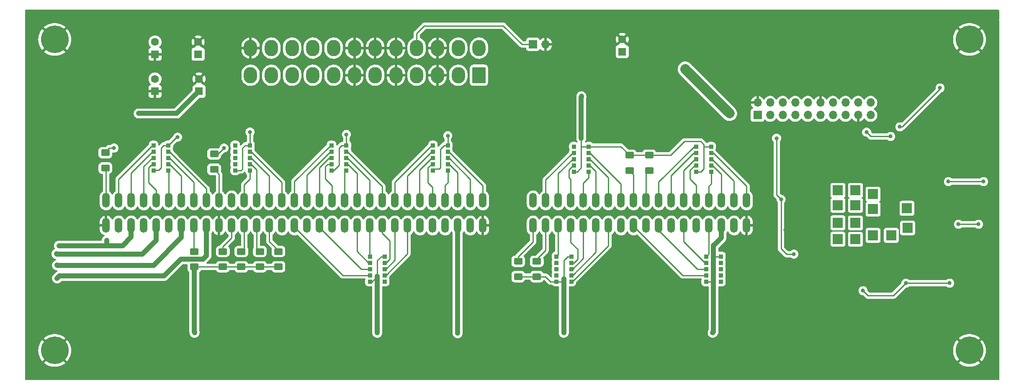
<source format=gbr>
%TF.GenerationSoftware,KiCad,Pcbnew,(7.0.0)*%
%TF.CreationDate,2023-02-18T13:29:25+00:00*%
%TF.ProjectId,testing,74657374-696e-4672-9e6b-696361645f70,rev?*%
%TF.SameCoordinates,Original*%
%TF.FileFunction,Copper,L1,Top*%
%TF.FilePolarity,Positive*%
%FSLAX46Y46*%
G04 Gerber Fmt 4.6, Leading zero omitted, Abs format (unit mm)*
G04 Created by KiCad (PCBNEW (7.0.0)) date 2023-02-18 13:29:25*
%MOMM*%
%LPD*%
G01*
G04 APERTURE LIST*
G04 Aperture macros list*
%AMRoundRect*
0 Rectangle with rounded corners*
0 $1 Rounding radius*
0 $2 $3 $4 $5 $6 $7 $8 $9 X,Y pos of 4 corners*
0 Add a 4 corners polygon primitive as box body*
4,1,4,$2,$3,$4,$5,$6,$7,$8,$9,$2,$3,0*
0 Add four circle primitives for the rounded corners*
1,1,$1+$1,$2,$3*
1,1,$1+$1,$4,$5*
1,1,$1+$1,$6,$7*
1,1,$1+$1,$8,$9*
0 Add four rect primitives between the rounded corners*
20,1,$1+$1,$2,$3,$4,$5,0*
20,1,$1+$1,$4,$5,$6,$7,0*
20,1,$1+$1,$6,$7,$8,$9,0*
20,1,$1+$1,$8,$9,$2,$3,0*%
G04 Aperture macros list end*
%TA.AperFunction,ComponentPad*%
%ADD10R,1.600000X1.600000*%
%TD*%
%TA.AperFunction,ComponentPad*%
%ADD11C,1.600000*%
%TD*%
%TA.AperFunction,ComponentPad*%
%ADD12R,2.000000X2.000000*%
%TD*%
%TA.AperFunction,SMDPad,CuDef*%
%ADD13RoundRect,0.250000X0.625000X-0.400000X0.625000X0.400000X-0.625000X0.400000X-0.625000X-0.400000X0*%
%TD*%
%TA.AperFunction,SMDPad,CuDef*%
%ADD14RoundRect,0.225000X0.225000X-0.225000X0.225000X0.225000X-0.225000X0.225000X-0.225000X-0.225000X0*%
%TD*%
%TA.AperFunction,ComponentPad*%
%ADD15C,5.600000*%
%TD*%
%TA.AperFunction,SMDPad,CuDef*%
%ADD16RoundRect,0.225000X-0.225000X0.225000X-0.225000X-0.225000X0.225000X-0.225000X0.225000X0.225000X0*%
%TD*%
%TA.AperFunction,ComponentPad*%
%ADD17R,1.700000X1.700000*%
%TD*%
%TA.AperFunction,ComponentPad*%
%ADD18O,1.700000X1.700000*%
%TD*%
%TA.AperFunction,SMDPad,CuDef*%
%ADD19RoundRect,0.250000X-0.625000X0.400000X-0.625000X-0.400000X0.625000X-0.400000X0.625000X0.400000X0*%
%TD*%
%TA.AperFunction,ComponentPad*%
%ADD20O,1.500000X3.000000*%
%TD*%
%TA.AperFunction,ComponentPad*%
%ADD21RoundRect,0.250001X1.099999X1.399999X-1.099999X1.399999X-1.099999X-1.399999X1.099999X-1.399999X0*%
%TD*%
%TA.AperFunction,ComponentPad*%
%ADD22O,2.700000X3.300000*%
%TD*%
%TA.AperFunction,ViaPad*%
%ADD23C,0.800000*%
%TD*%
%TA.AperFunction,Conductor*%
%ADD24C,0.254000*%
%TD*%
%TA.AperFunction,Conductor*%
%ADD25C,2.000000*%
%TD*%
%TA.AperFunction,Conductor*%
%ADD26C,1.000000*%
%TD*%
G04 APERTURE END LIST*
D10*
%TO.P,C15,1*%
%TO.N,GND*%
X85295999Y-79499999D03*
D11*
%TO.P,C15,2*%
%TO.N,-12V*%
X85296000Y-77000000D03*
%TD*%
D12*
%TO.P,TP2,1,1*%
%TO.N,/14MOUT1*%
X223399999Y-102615999D03*
%TD*%
D13*
%TO.P,R8,1*%
%TO.N,/IOCHRDY*%
X97250000Y-95300000D03*
%TO.P,R8,2*%
%TO.N,+5V*%
X97250000Y-92200000D03*
%TD*%
%TO.P,R3,1*%
%TO.N,+5V*%
X99000000Y-115050000D03*
%TO.P,R3,2*%
%TO.N,/SMEMW#*%
X99000000Y-111950000D03*
%TD*%
D12*
%TO.P,TP11,1,1*%
%TO.N,/GP14{slash}PLED1*%
X237496999Y-107187999D03*
%TD*%
D14*
%TO.P,RN9,1,common*%
%TO.N,+5V*%
X128750000Y-118040000D03*
X131750000Y-112960000D03*
%TO.P,RN9,2,R1*%
%TO.N,unconnected-(RN9-R1-Pad2)*%
X131750000Y-118040000D03*
%TO.P,RN9,3,R2*%
%TO.N,/IRQ3*%
X131750000Y-116770000D03*
%TO.P,RN9,4,R3*%
%TO.N,/IRQ4*%
X131750000Y-115500000D03*
%TO.P,RN9,5,R4*%
%TO.N,/IRQ5*%
X131750000Y-114230000D03*
%TO.P,RN9,6,R5*%
%TO.N,/IRQ6*%
X128750000Y-112960000D03*
%TO.P,RN9,7,R6*%
%TO.N,/IRQ7*%
X128750000Y-114230000D03*
%TO.P,RN9,8,R7*%
%TO.N,/DRQ1*%
X128750000Y-115500000D03*
%TO.P,RN9,9,R8*%
%TO.N,/DRQ3*%
X128750000Y-116770000D03*
%TD*%
D12*
%TO.P,TP3,1,1*%
%TO.N,/14MOUT2*%
X226955999Y-99567999D03*
%TD*%
D14*
%TO.P,RN7,1,common*%
%TO.N,+5V*%
X166500000Y-118040000D03*
X169500000Y-112960000D03*
%TO.P,RN7,2,R1*%
%TO.N,/IRQ14*%
X169500000Y-118040000D03*
%TO.P,RN7,3,R2*%
%TO.N,/IRQ15*%
X169500000Y-116770000D03*
%TO.P,RN7,4,R3*%
%TO.N,/IRQ12*%
X169500000Y-115500000D03*
%TO.P,RN7,5,R4*%
%TO.N,/IRQ11*%
X169500000Y-114230000D03*
%TO.P,RN7,6,R5*%
%TO.N,/IRQ10*%
X166500000Y-112960000D03*
%TO.P,RN7,7,R6*%
%TO.N,unconnected-(RN7-R6-Pad7)*%
X166500000Y-114230000D03*
%TO.P,RN7,8,R7*%
%TO.N,unconnected-(RN7-R7-Pad8)*%
X166500000Y-115500000D03*
%TO.P,RN7,9,R8*%
%TO.N,unconnected-(RN7-R8-Pad9)*%
X166500000Y-116770000D03*
%TD*%
D10*
%TO.P,C16,1*%
%TO.N,+3.3V*%
X179775999Y-71475112D03*
D11*
%TO.P,C16,2*%
%TO.N,GND*%
X179776000Y-68975113D03*
%TD*%
D13*
%TO.P,R4,1*%
%TO.N,+5V*%
X102750000Y-115050000D03*
%TO.P,R4,2*%
%TO.N,/SMEMR#*%
X102750000Y-111950000D03*
%TD*%
D12*
%TO.P,TP9,1,1*%
%TO.N,/GP10{slash}IRQ1*%
X223399999Y-106147999D03*
%TD*%
D15*
%TO.P,REF\u002A\u002A,1*%
%TO.N,GND*%
X65000000Y-69000000D03*
%TD*%
D12*
%TO.P,TP6,1,1*%
%TO.N,/GP17{slash}IOHCS#*%
X226955999Y-109473999D03*
%TD*%
D10*
%TO.P,C19,1*%
%TO.N,+12V*%
X94185999Y-79499999D03*
D11*
%TO.P,C19,2*%
%TO.N,GND*%
X94186000Y-77000000D03*
%TD*%
D14*
%TO.P,RN8,1,common*%
%TO.N,+5V*%
X196750000Y-118040000D03*
X199750000Y-112960000D03*
%TO.P,RN8,2,R1*%
%TO.N,unconnected-(RN8-R1-Pad2)*%
X199750000Y-118040000D03*
%TO.P,RN8,3,R2*%
%TO.N,unconnected-(RN8-R2-Pad3)*%
X199750000Y-116770000D03*
%TO.P,RN8,4,R3*%
%TO.N,unconnected-(RN8-R3-Pad4)*%
X199750000Y-115500000D03*
%TO.P,RN8,5,R4*%
%TO.N,unconnected-(RN8-R4-Pad5)*%
X199750000Y-114230000D03*
%TO.P,RN8,6,R5*%
%TO.N,/DRQ7*%
X196750000Y-112960000D03*
%TO.P,RN8,7,R6*%
%TO.N,/DRQ6*%
X196750000Y-114230000D03*
%TO.P,RN8,8,R7*%
%TO.N,/DRQ5*%
X196750000Y-115500000D03*
%TO.P,RN8,9,R8*%
%TO.N,/DRQ0*%
X196750000Y-116770000D03*
%TD*%
D13*
%TO.P,R11,1*%
%TO.N,+5V*%
X93250000Y-115050000D03*
%TO.P,R11,2*%
%TO.N,/OWS#*%
X93250000Y-111950000D03*
%TD*%
D16*
%TO.P,RN3,1,common*%
%TO.N,+5V*%
X144500000Y-90460000D03*
X141500000Y-95540000D03*
%TO.P,RN3,2,R1*%
%TO.N,/SA7*%
X141500000Y-90460000D03*
%TO.P,RN3,3,R2*%
%TO.N,/SA6*%
X141500000Y-91730000D03*
%TO.P,RN3,4,R3*%
%TO.N,/SA5*%
X141500000Y-93000000D03*
%TO.P,RN3,5,R4*%
%TO.N,/SA4*%
X141500000Y-94270000D03*
%TO.P,RN3,6,R5*%
%TO.N,/SA3*%
X144500000Y-95540000D03*
%TO.P,RN3,7,R6*%
%TO.N,/SA2*%
X144500000Y-94270000D03*
%TO.P,RN3,8,R7*%
%TO.N,/SA1*%
X144500000Y-93000000D03*
%TO.P,RN3,9,R8*%
%TO.N,/SA0*%
X144500000Y-91730000D03*
%TD*%
D15*
%TO.P,,1*%
%TO.N,GND*%
X250000000Y-132000000D03*
%TD*%
%TO.P,,1*%
%TO.N,GND*%
X250000000Y-69000000D03*
%TD*%
D17*
%TO.P,J3,1,Pin_1*%
%TO.N,/PCICLK*%
X207148999Y-84332999D03*
D18*
%TO.P,J3,2,Pin_2*%
%TO.N,GND*%
X207148999Y-81792999D03*
%TO.P,J3,3,Pin_3*%
%TO.N,/LFRAME#*%
X209688999Y-84332999D03*
%TO.P,J3,4,Pin_4*%
%TO.N,unconnected-(J3-Pin_4-Pad4)*%
X209688999Y-81792999D03*
%TO.P,J3,5,Pin_5*%
%TO.N,/PCIRST#*%
X212228999Y-84332999D03*
%TO.P,J3,6,Pin_6*%
%TO.N,unconnected-(J3-Pin_6-Pad6)*%
X212228999Y-81792999D03*
%TO.P,J3,7,Pin_7*%
%TO.N,/LAD3*%
X214768999Y-84332999D03*
%TO.P,J3,8,Pin_8*%
%TO.N,/LAD2*%
X214768999Y-81792999D03*
%TO.P,J3,9,Pin_9*%
%TO.N,unconnected-(J3-Pin_9-Pad9)*%
X217308999Y-84332999D03*
%TO.P,J3,10,Pin_10*%
%TO.N,/LAD1*%
X217308999Y-81792999D03*
%TO.P,J3,11,Pin_11*%
%TO.N,/LAD0*%
X219848999Y-84332999D03*
%TO.P,J3,12,Pin_12*%
%TO.N,GND*%
X219848999Y-81792999D03*
%TO.P,J3,13,Pin_13*%
%TO.N,unconnected-(J3-Pin_13-Pad13)*%
X222388999Y-84332999D03*
%TO.P,J3,14,Pin_14*%
%TO.N,unconnected-(J3-Pin_14-Pad14)*%
X222388999Y-81792999D03*
%TO.P,J3,15,Pin_15*%
%TO.N,unconnected-(J3-Pin_15-Pad15)*%
X224928999Y-84332999D03*
%TO.P,J3,16,Pin_16*%
%TO.N,/SERIRQ*%
X224928999Y-81792999D03*
%TO.P,J3,17,Pin_17*%
%TO.N,GND*%
X227468999Y-84332999D03*
%TO.P,J3,18,Pin_18*%
%TO.N,unconnected-(J3-Pin_18-Pad18)*%
X227468999Y-81792999D03*
%TO.P,J3,19,Pin_19*%
%TO.N,/PWRDN#*%
X230008999Y-84332999D03*
%TO.P,J3,20,Pin_20*%
%TO.N,/LDRQ#*%
X230008999Y-81792999D03*
%TD*%
D12*
%TO.P,TP4,1,1*%
%TO.N,/GP20{slash}PLED0*%
X226955999Y-102615999D03*
%TD*%
D13*
%TO.P,R5,1*%
%TO.N,+5V*%
X106500000Y-115050000D03*
%TO.P,R5,2*%
%TO.N,/IOW#*%
X106500000Y-111950000D03*
%TD*%
D12*
%TO.P,TP5,1,1*%
%TO.N,/80PCS#{slash}KBEN#*%
X230511999Y-100329999D03*
%TD*%
%TO.P,TP7,1,1*%
%TO.N,/ROMCS#*%
X230511999Y-103377999D03*
%TD*%
D16*
%TO.P,RN6,1,common*%
%TO.N,+5V*%
X104500000Y-90460000D03*
X101500000Y-95540000D03*
%TO.P,RN6,2,R1*%
%TO.N,unconnected-(RN6-R1-Pad2)*%
X101500000Y-90460000D03*
%TO.P,RN6,3,R2*%
%TO.N,unconnected-(RN6-R2-Pad3)*%
X101500000Y-91730000D03*
%TO.P,RN6,4,R3*%
%TO.N,unconnected-(RN6-R3-Pad4)*%
X101500000Y-93000000D03*
%TO.P,RN6,5,R4*%
%TO.N,unconnected-(RN6-R4-Pad5)*%
X101500000Y-94270000D03*
%TO.P,RN6,6,R5*%
%TO.N,/SA19*%
X104500000Y-95540000D03*
%TO.P,RN6,7,R6*%
%TO.N,/SA18*%
X104500000Y-94270000D03*
%TO.P,RN6,8,R7*%
%TO.N,/SA17*%
X104500000Y-93000000D03*
%TO.P,RN6,9,R8*%
%TO.N,/SA16*%
X104500000Y-91730000D03*
%TD*%
%TO.P,RN1,1,common*%
%TO.N,+5V*%
X197750000Y-90710000D03*
X194750000Y-95790000D03*
%TO.P,RN1,2,R1*%
%TO.N,/SD8*%
X194750000Y-90710000D03*
%TO.P,RN1,3,R2*%
%TO.N,/SD9*%
X194750000Y-91980000D03*
%TO.P,RN1,4,R3*%
%TO.N,/SD10*%
X194750000Y-93250000D03*
%TO.P,RN1,5,R4*%
%TO.N,/SD11*%
X194750000Y-94520000D03*
%TO.P,RN1,6,R5*%
%TO.N,/SD12*%
X197750000Y-95790000D03*
%TO.P,RN1,7,R6*%
%TO.N,/SD13*%
X197750000Y-94520000D03*
%TO.P,RN1,8,R7*%
%TO.N,/SD14*%
X197750000Y-93250000D03*
%TO.P,RN1,9,R8*%
%TO.N,/SD15*%
X197750000Y-91980000D03*
%TD*%
D12*
%TO.P,TP14,1,1*%
%TO.N,/GP11{slash}KBCS#*%
X226955999Y-106171999D03*
%TD*%
D19*
%TO.P,R7,1*%
%TO.N,+5V*%
X75250000Y-91950000D03*
%TO.P,R7,2*%
%TO.N,/IOCHCK#*%
X75250000Y-95050000D03*
%TD*%
D16*
%TO.P,RN5,1,common*%
%TO.N,+5V*%
X88000000Y-90460000D03*
X85000000Y-95540000D03*
%TO.P,RN5,2,R1*%
%TO.N,/SD7*%
X85000000Y-90460000D03*
%TO.P,RN5,3,R2*%
%TO.N,/SD6*%
X85000000Y-91730000D03*
%TO.P,RN5,4,R3*%
%TO.N,/SD5*%
X85000000Y-93000000D03*
%TO.P,RN5,5,R4*%
%TO.N,/SD4*%
X85000000Y-94270000D03*
%TO.P,RN5,6,R5*%
%TO.N,/SD3*%
X88000000Y-95540000D03*
%TO.P,RN5,7,R6*%
%TO.N,/SD2*%
X88000000Y-94270000D03*
%TO.P,RN5,8,R7*%
%TO.N,/SD1*%
X88000000Y-93000000D03*
%TO.P,RN5,9,R8*%
%TO.N,/SD0*%
X88000000Y-91730000D03*
%TD*%
%TO.P,RN2,1,common*%
%TO.N,+5V*%
X173000000Y-90710000D03*
X170000000Y-95790000D03*
%TO.P,RN2,2,R1*%
%TO.N,unconnected-(RN2-R1-Pad2)*%
X170000000Y-90710000D03*
%TO.P,RN2,3,R2*%
%TO.N,/LA23*%
X170000000Y-91980000D03*
%TO.P,RN2,4,R3*%
%TO.N,/LA22*%
X170000000Y-93250000D03*
%TO.P,RN2,5,R4*%
%TO.N,/LA21*%
X170000000Y-94520000D03*
%TO.P,RN2,6,R5*%
%TO.N,/LA20*%
X173000000Y-95790000D03*
%TO.P,RN2,7,R6*%
%TO.N,/LA19{slash}GP23*%
X173000000Y-94520000D03*
%TO.P,RN2,8,R7*%
%TO.N,/LA18{slash}GP22*%
X173000000Y-93250000D03*
%TO.P,RN2,9,R8*%
%TO.N,/LA17{slash}GP21*%
X173000000Y-91980000D03*
%TD*%
D13*
%TO.P,R2,1*%
%TO.N,+5V*%
X162500000Y-117050000D03*
%TO.P,R2,2*%
%TO.N,/IOCS16#*%
X162500000Y-113950000D03*
%TD*%
D12*
%TO.P,TP8,1,1*%
%TO.N,/GP16{slash}RTCCS#*%
X230511999Y-108687999D03*
%TD*%
D15*
%TO.P,,1*%
%TO.N,GND*%
X65000000Y-132000000D03*
%TD*%
D12*
%TO.P,TP13,1,1*%
%TO.N,/GP12{slash}MCCS#*%
X223399999Y-109449999D03*
%TD*%
D13*
%TO.P,R1,1*%
%TO.N,+5V*%
X158750000Y-117050000D03*
%TO.P,R1,2*%
%TO.N,/MEMCS16#*%
X158750000Y-113950000D03*
%TD*%
%TO.P,R10,1*%
%TO.N,/MEMR#*%
X181250000Y-95550000D03*
%TO.P,R10,2*%
%TO.N,+5V*%
X181250000Y-92450000D03*
%TD*%
D20*
%TO.P,J1,1,GND*%
%TO.N,GND*%
X75389999Y-106679999D03*
%TO.P,J1,2,RESET*%
%TO.N,/RSTDRV*%
X77929999Y-106679999D03*
%TO.P,J1,3,+5V*%
%TO.N,+5V*%
X80469999Y-106679999D03*
%TO.P,J1,4,IRQ2*%
%TO.N,/IRQ9*%
X83009999Y-106679999D03*
%TO.P,J1,5,-5V*%
%TO.N,-5V*%
X85549999Y-106679999D03*
%TO.P,J1,6,DRQ2*%
%TO.N,/DRQ2*%
X88089999Y-106679999D03*
%TO.P,J1,7,-12V*%
%TO.N,-12V*%
X90629999Y-106679999D03*
%TO.P,J1,8,UNUSED*%
%TO.N,/OWS#*%
X93169999Y-106679999D03*
%TO.P,J1,9,+12V*%
%TO.N,+12V*%
X95709999Y-106679999D03*
%TO.P,J1,10,GND*%
%TO.N,GND*%
X98249999Y-106679999D03*
%TO.P,J1,11,~{SMEMW}*%
%TO.N,/SMEMW#*%
X100789999Y-106679999D03*
%TO.P,J1,12,~{SMEMR}*%
%TO.N,/SMEMR#*%
X103329999Y-106679999D03*
%TO.P,J1,13,~{IOW}*%
%TO.N,/IOW#*%
X105869999Y-106679999D03*
%TO.P,J1,14,~{IOR}*%
%TO.N,/IOR#*%
X108409999Y-106679999D03*
%TO.P,J1,15,~{DACK3}*%
%TO.N,/DACK3#*%
X110949999Y-106679999D03*
%TO.P,J1,16,DRQ3*%
%TO.N,/DRQ3*%
X113489999Y-106679999D03*
%TO.P,J1,17,~{DACK1}*%
%TO.N,/DACK1*%
X116029999Y-106679999D03*
%TO.P,J1,18,DRQ1*%
%TO.N,/DRQ1*%
X118569999Y-106679999D03*
%TO.P,J1,19,~{REFRESH}*%
%TO.N,/REFRESH#*%
X121109999Y-106679999D03*
%TO.P,J1,20,CLK*%
%TO.N,/SYSCLK*%
X123649999Y-106679999D03*
%TO.P,J1,21,IRQ7*%
%TO.N,/IRQ7*%
X126189999Y-106679999D03*
%TO.P,J1,22,IRQ6*%
%TO.N,/IRQ6*%
X128729999Y-106679999D03*
%TO.P,J1,23,IRQ5*%
%TO.N,/IRQ5*%
X131269999Y-106679999D03*
%TO.P,J1,24,IRQ4*%
%TO.N,/IRQ4*%
X133809999Y-106679999D03*
%TO.P,J1,25,IRQ3*%
%TO.N,/IRQ3*%
X136349999Y-106679999D03*
%TO.P,J1,26,~{DACK2}*%
%TO.N,/DACK2#*%
X138889999Y-106679999D03*
%TO.P,J1,27,TC*%
%TO.N,/TC*%
X141429999Y-106679999D03*
%TO.P,J1,28,ALE*%
%TO.N,/BALE*%
X143969999Y-106679999D03*
%TO.P,J1,29,VCC*%
%TO.N,+5V*%
X146509999Y-106679999D03*
%TO.P,J1,30,OSC*%
%TO.N,unconnected-(J1-OSC-Pad30)*%
X149049999Y-106679999D03*
%TO.P,J1,31,GND*%
%TO.N,GND*%
X151589999Y-106679999D03*
%TO.P,J1,32,IO*%
%TO.N,/IOCHCK#*%
X75389999Y-101599999D03*
%TO.P,J1,33,DB7*%
%TO.N,/SD7*%
X77929999Y-101599999D03*
%TO.P,J1,34,DB6*%
%TO.N,/SD6*%
X80469999Y-101599999D03*
%TO.P,J1,35,DB5*%
%TO.N,/SD5*%
X83009999Y-101599999D03*
%TO.P,J1,36,DB4*%
%TO.N,/SD4*%
X85549999Y-101599999D03*
%TO.P,J1,37,DB3*%
%TO.N,/SD3*%
X88089999Y-101599999D03*
%TO.P,J1,38,DB2*%
%TO.N,/SD2*%
X90629999Y-101599999D03*
%TO.P,J1,39,DB1*%
%TO.N,/SD1*%
X93169999Y-101599999D03*
%TO.P,J1,40,DB0*%
%TO.N,/SD0*%
X95709999Y-101599999D03*
%TO.P,J1,41,IO_READY*%
%TO.N,/IOCHRDY*%
X98249999Y-101599999D03*
%TO.P,J1,42,AEN*%
%TO.N,/AEN*%
X100789999Y-101599999D03*
%TO.P,J1,43,BA19*%
%TO.N,/SA19*%
X103329999Y-101599999D03*
%TO.P,J1,44,BA18*%
%TO.N,/SA18*%
X105869999Y-101599999D03*
%TO.P,J1,45,BA17*%
%TO.N,/SA17*%
X108409999Y-101599999D03*
%TO.P,J1,46,BA16*%
%TO.N,/SA16*%
X110949999Y-101599999D03*
%TO.P,J1,47,BA15*%
%TO.N,/SA15*%
X113489999Y-101599999D03*
%TO.P,J1,48,BA14*%
%TO.N,/SA14*%
X116029999Y-101599999D03*
%TO.P,J1,49,BA13*%
%TO.N,/SA13*%
X118569999Y-101599999D03*
%TO.P,J1,50,BA12*%
%TO.N,/SA12*%
X121109999Y-101599999D03*
%TO.P,J1,51,BA11*%
%TO.N,/SA11*%
X123649999Y-101599999D03*
%TO.P,J1,52,BA10*%
%TO.N,/SA10*%
X126189999Y-101599999D03*
%TO.P,J1,53,BA09*%
%TO.N,/SA9*%
X128729999Y-101599999D03*
%TO.P,J1,54,BA08*%
%TO.N,/SA8*%
X131269999Y-101599999D03*
%TO.P,J1,55,BA07*%
%TO.N,/SA7*%
X133809999Y-101599999D03*
%TO.P,J1,56,BA06*%
%TO.N,/SA6*%
X136349999Y-101599999D03*
%TO.P,J1,57,BA05*%
%TO.N,/SA5*%
X138889999Y-101599999D03*
%TO.P,J1,58,BA04*%
%TO.N,/SA4*%
X141429999Y-101599999D03*
%TO.P,J1,59,BA03*%
%TO.N,/SA3*%
X143969999Y-101599999D03*
%TO.P,J1,60,BA02*%
%TO.N,/SA2*%
X146509999Y-101599999D03*
%TO.P,J1,61,BA01*%
%TO.N,/SA1*%
X149049999Y-101599999D03*
%TO.P,J1,62,BA00*%
%TO.N,/SA0*%
X151589999Y-101599999D03*
%TO.P,J1,63,~{MEMCS16}*%
%TO.N,/MEMCS16#*%
X161749999Y-106679999D03*
%TO.P,J1,64,~{IOCS16}*%
%TO.N,/IOCS16#*%
X164289999Y-106679999D03*
%TO.P,J1,65,IRQ10*%
%TO.N,/IRQ10*%
X166829999Y-106679999D03*
%TO.P,J1,66,IRQ11*%
%TO.N,/IRQ11*%
X169369999Y-106679999D03*
%TO.P,J1,67,IRQ12*%
%TO.N,/IRQ12*%
X171909999Y-106679999D03*
%TO.P,J1,68,IRQ15*%
%TO.N,/IRQ15*%
X174449999Y-106679999D03*
%TO.P,J1,69,IRQ14*%
%TO.N,/IRQ14*%
X176989999Y-106679999D03*
%TO.P,J1,70,~{DACK0}*%
%TO.N,/DACK0#*%
X179529999Y-106679999D03*
%TO.P,J1,71,DRQ0*%
%TO.N,/DRQ0*%
X182069999Y-106679999D03*
%TO.P,J1,72,~{DACK5}*%
%TO.N,/DACK5#*%
X184609999Y-106679999D03*
%TO.P,J1,73,DRQ5*%
%TO.N,/DRQ5*%
X187149999Y-106679999D03*
%TO.P,J1,74,~{DACK6}*%
%TO.N,/DACK6#{slash}HEFRAS*%
X189689999Y-106679999D03*
%TO.P,J1,75,DRQ6*%
%TO.N,/DRQ6*%
X192229999Y-106679999D03*
%TO.P,J1,76,~{DACK7}*%
%TO.N,/DACK7#{slash}RTCEN#*%
X194769999Y-106679999D03*
%TO.P,J1,77,DRQ7*%
%TO.N,/DRQ7*%
X197309999Y-106679999D03*
%TO.P,J1,78,+5V*%
%TO.N,+5V*%
X199849999Y-106679999D03*
%TO.P,J1,79,MASTER*%
%TO.N,/MASTER#*%
X202389999Y-106679999D03*
%TO.P,J1,80,GND*%
%TO.N,GND*%
X204929999Y-106679999D03*
%TO.P,J1,81,SBHE*%
%TO.N,/SBHE#*%
X161749999Y-101599999D03*
%TO.P,J1,82,LA23*%
%TO.N,/LA23*%
X164289999Y-101599999D03*
%TO.P,J1,83,LA22*%
%TO.N,/LA22*%
X166829999Y-101599999D03*
%TO.P,J1,84,LA21*%
%TO.N,/LA21*%
X169369999Y-101599999D03*
%TO.P,J1,85,LA20*%
%TO.N,/LA20*%
X171909999Y-101599999D03*
%TO.P,J1,86,LA19*%
%TO.N,/LA19{slash}GP23*%
X174449999Y-101599999D03*
%TO.P,J1,87,LA18*%
%TO.N,/LA18{slash}GP22*%
X176989999Y-101599999D03*
%TO.P,J1,88,LA17*%
%TO.N,/LA17{slash}GP21*%
X179529999Y-101599999D03*
%TO.P,J1,89,~{MEMR}*%
%TO.N,/MEMR#*%
X182069999Y-101599999D03*
%TO.P,J1,90,~{MEMW}*%
%TO.N,/MEMW#*%
X184609999Y-101599999D03*
%TO.P,J1,91,D8*%
%TO.N,/SD8*%
X187149999Y-101599999D03*
%TO.P,J1,92,D9*%
%TO.N,/SD9*%
X189689999Y-101599999D03*
%TO.P,J1,93,D10*%
%TO.N,/SD10*%
X192229999Y-101599999D03*
%TO.P,J1,94,D11*%
%TO.N,/SD11*%
X194769999Y-101599999D03*
%TO.P,J1,95,D12*%
%TO.N,/SD12*%
X197309999Y-101599999D03*
%TO.P,J1,96,D13*%
%TO.N,/SD13*%
X199849999Y-101599999D03*
%TO.P,J1,97,D14*%
%TO.N,/SD14*%
X202389999Y-101599999D03*
%TO.P,J1,98,D15*%
%TO.N,/SD15*%
X204929999Y-101599999D03*
%TD*%
D10*
%TO.P,C17,1*%
%TO.N,GND*%
X85295999Y-71999999D03*
D11*
%TO.P,C17,2*%
%TO.N,-5V*%
X85296000Y-69500000D03*
%TD*%
D13*
%TO.P,R6,1*%
%TO.N,+5V*%
X110250000Y-115050000D03*
%TO.P,R6,2*%
%TO.N,/IOR#*%
X110250000Y-111950000D03*
%TD*%
D12*
%TO.P,TP10,1,1*%
%TO.N,/GP15{slash}IRQ8*%
X234194999Y-108687999D03*
%TD*%
D17*
%TO.P,J4,1,Pin_1*%
%TO.N,Net-(J4-Pin_1)*%
X161724999Y-69999999D03*
D18*
%TO.P,J4,2,Pin_2*%
%TO.N,GND*%
X164264999Y-69999999D03*
%TD*%
D12*
%TO.P,TP1,1,1*%
%TO.N,/14.318M*%
X223399999Y-99567999D03*
%TD*%
D10*
%TO.P,C18,1*%
%TO.N,+5V*%
X93999999Y-71999999D03*
D11*
%TO.P,C18,2*%
%TO.N,GND*%
X94000000Y-69500000D03*
%TD*%
D12*
%TO.P,TP12,1,1*%
%TO.N,/GP13{slash}IRQIN*%
X237369999Y-103201999D03*
%TD*%
D13*
%TO.P,R9,1*%
%TO.N,/MEMW#*%
X185250000Y-95550000D03*
%TO.P,R9,2*%
%TO.N,+5V*%
X185250000Y-92450000D03*
%TD*%
D21*
%TO.P,J5,1,+3.3V*%
%TO.N,+3.3V*%
X150814000Y-76250000D03*
D22*
%TO.P,J5,2,+3.3V*%
X146613999Y-76249999D03*
%TO.P,J5,3,GND*%
%TO.N,GND*%
X142413999Y-76249999D03*
%TO.P,J5,4,+5V*%
%TO.N,+5V*%
X138213999Y-76249999D03*
%TO.P,J5,5,GND*%
%TO.N,GND*%
X134013999Y-76249999D03*
%TO.P,J5,6,+5V*%
%TO.N,+5V*%
X129813999Y-76249999D03*
%TO.P,J5,7,GND*%
%TO.N,GND*%
X125613999Y-76249999D03*
%TO.P,J5,8,PWR_OK*%
%TO.N,unconnected-(J5-PWR_OK-Pad8)*%
X121413999Y-76249999D03*
%TO.P,J5,9,+5VSB*%
%TO.N,unconnected-(J5-+5VSB-Pad9)*%
X117213999Y-76249999D03*
%TO.P,J5,10,+12V*%
%TO.N,+12V*%
X113013999Y-76249999D03*
%TO.P,J5,11,+12V*%
X108813999Y-76249999D03*
%TO.P,J5,12,+3.3V*%
%TO.N,+3.3V*%
X104613999Y-76249999D03*
%TO.P,J5,13,+3.3V*%
X150813999Y-70749999D03*
%TO.P,J5,14,-12V*%
%TO.N,-12V*%
X146613999Y-70749999D03*
%TO.P,J5,15,GND*%
%TO.N,GND*%
X142413999Y-70749999D03*
%TO.P,J5,16,PS_ON#*%
%TO.N,Net-(J4-Pin_1)*%
X138213999Y-70749999D03*
%TO.P,J5,17,GND*%
%TO.N,GND*%
X134013999Y-70749999D03*
%TO.P,J5,18,GND*%
X129813999Y-70749999D03*
%TO.P,J5,19,GND*%
X125613999Y-70749999D03*
%TO.P,J5,20,-5V*%
%TO.N,-5V*%
X121413999Y-70749999D03*
%TO.P,J5,21,+5V*%
%TO.N,+5V*%
X117213999Y-70749999D03*
%TO.P,J5,22,+5V*%
X113013999Y-70749999D03*
%TO.P,J5,23,+5V*%
X108813999Y-70749999D03*
%TO.P,J5,24,GND*%
%TO.N,GND*%
X104613999Y-70749999D03*
%TD*%
D16*
%TO.P,RN4,1,common*%
%TO.N,+5V*%
X124000000Y-90460000D03*
X121000000Y-95540000D03*
%TO.P,RN4,2,R1*%
%TO.N,/SA15*%
X121000000Y-90460000D03*
%TO.P,RN4,3,R2*%
%TO.N,/SA14*%
X121000000Y-91730000D03*
%TO.P,RN4,4,R3*%
%TO.N,/SA13*%
X121000000Y-93000000D03*
%TO.P,RN4,5,R4*%
%TO.N,/SA12*%
X121000000Y-94270000D03*
%TO.P,RN4,6,R5*%
%TO.N,/SA11*%
X124000000Y-95540000D03*
%TO.P,RN4,7,R6*%
%TO.N,/SA10*%
X124000000Y-94270000D03*
%TO.P,RN4,8,R7*%
%TO.N,/SA9*%
X124000000Y-93000000D03*
%TO.P,RN4,9,R8*%
%TO.N,/SA8*%
X124000000Y-91730000D03*
%TD*%
D23*
%TO.N,+3.3V*%
X252864000Y-97790000D03*
X234068000Y-88646000D03*
X201500000Y-84000000D03*
X235924000Y-86692000D03*
X228480000Y-119888000D03*
X192534000Y-74966000D03*
X214500000Y-112500000D03*
X211907000Y-101385000D03*
X247784000Y-106426000D03*
X244052000Y-78818000D03*
X211000000Y-89000000D03*
X251848000Y-106426000D03*
X245752000Y-97790000D03*
X246006000Y-118364000D03*
X229204295Y-87785705D03*
X237159900Y-118364000D03*
%TO.N,GND*%
X225686000Y-89662000D03*
X212161000Y-98464000D03*
X255000000Y-101250000D03*
X190500000Y-77000000D03*
X220750000Y-104500000D03*
X164500000Y-137000000D03*
X212796000Y-107608000D03*
X94500000Y-84500000D03*
X232290000Y-119634000D03*
X223654000Y-116078000D03*
X237116000Y-88646000D03*
X240672000Y-114808000D03*
X106250000Y-120500000D03*
X244990000Y-111252000D03*
X59750000Y-98500000D03*
X208000000Y-98500000D03*
X247784000Y-102616000D03*
X200000000Y-87500000D03*
%TO.N,+5V*%
X99250000Y-91000000D03*
X171522000Y-80526000D03*
X130247000Y-128399476D03*
X104500000Y-87750000D03*
X89861000Y-88781000D03*
X65857000Y-110783000D03*
X124000000Y-88250000D03*
X146500000Y-128399476D03*
X77000000Y-91000000D03*
X144500000Y-88500000D03*
X93290000Y-128399476D03*
X167966000Y-128399476D03*
X75510000Y-109736000D03*
X198079924Y-128399476D03*
%TO.N,-5V*%
X65349000Y-112434000D03*
%TO.N,-12V*%
X65476000Y-114720000D03*
%TO.N,+12V*%
X65476000Y-117387000D03*
X82000000Y-84000000D03*
%TD*%
D24*
%TO.N,+3.3V*%
X236432000Y-86692000D02*
X244052000Y-79072000D01*
X237159900Y-118364000D02*
X246006000Y-118364000D01*
D25*
X192534000Y-75034000D02*
X201500000Y-84000000D01*
D24*
X229204295Y-87785705D02*
X230064590Y-88646000D01*
X244052000Y-79072000D02*
X244052000Y-78818000D01*
X247784000Y-106426000D02*
X251848000Y-106426000D01*
X211000000Y-89000000D02*
X211000000Y-100478000D01*
X229496000Y-120904000D02*
X234619900Y-120904000D01*
X234619900Y-120904000D02*
X237159900Y-118364000D01*
X228480000Y-119888000D02*
X229496000Y-120904000D01*
X213000000Y-112500000D02*
X214500000Y-112500000D01*
X211907000Y-101385000D02*
X211907000Y-111407000D01*
X211907000Y-111407000D02*
X213000000Y-112500000D01*
X211000000Y-100478000D02*
X211907000Y-101385000D01*
X230064590Y-88646000D02*
X234068000Y-88646000D01*
D25*
X192534000Y-74966000D02*
X192534000Y-75034000D01*
D24*
X235924000Y-86692000D02*
X236432000Y-86692000D01*
X245752000Y-97790000D02*
X252864000Y-97790000D01*
%TO.N,+5V*%
X189550000Y-92450000D02*
X185250000Y-92450000D01*
X129210000Y-118040000D02*
X128750000Y-118040000D01*
X104500000Y-90460000D02*
X104500000Y-87750000D01*
D26*
X75510000Y-110783000D02*
X75510000Y-109736000D01*
X93290000Y-128278000D02*
X93290000Y-128399476D01*
D24*
X122500000Y-94500000D02*
X122500000Y-91000000D01*
D26*
X198250000Y-118000000D02*
X198250000Y-128220000D01*
D24*
X141790000Y-95250000D02*
X141500000Y-95540000D01*
D26*
X130250000Y-117000000D02*
X130250000Y-128275000D01*
D24*
X75250000Y-91750000D02*
X75250000Y-91950000D01*
X102710000Y-95540000D02*
X101500000Y-95540000D01*
X199750000Y-112960000D02*
X198290000Y-112960000D01*
D26*
X171500000Y-80675000D02*
X171522000Y-80653000D01*
X146510000Y-106680000D02*
X146510000Y-128490000D01*
X168000000Y-117500000D02*
X168000000Y-128244000D01*
X130250000Y-128275000D02*
X130247000Y-128278000D01*
D24*
X130250000Y-113750000D02*
X130250000Y-117000000D01*
D26*
X167966000Y-128278000D02*
X167966000Y-128399476D01*
X130247000Y-128278000D02*
X130247000Y-128399476D01*
D24*
X121460000Y-95540000D02*
X122500000Y-94500000D01*
X121000000Y-95540000D02*
X121460000Y-95540000D01*
X195710000Y-95790000D02*
X196250000Y-95250000D01*
X131040000Y-112960000D02*
X130250000Y-113750000D01*
X196290000Y-90710000D02*
X196250000Y-90750000D01*
X103000000Y-95250000D02*
X102710000Y-95540000D01*
X144500000Y-88500000D02*
X144500000Y-90460000D01*
X123040000Y-90460000D02*
X124000000Y-90460000D01*
X168000000Y-117500000D02*
X167460000Y-118040000D01*
D26*
X93250000Y-128238000D02*
X93290000Y-128278000D01*
X171522000Y-80653000D02*
X171522000Y-80526000D01*
D24*
X86500000Y-91000000D02*
X86500000Y-95000000D01*
X124000000Y-90460000D02*
X124000000Y-88250000D01*
X195652000Y-89670000D02*
X192330000Y-89670000D01*
X88000000Y-90460000D02*
X87040000Y-90460000D01*
X86500000Y-95000000D02*
X86000000Y-95500000D01*
D26*
X80470000Y-109030000D02*
X80470000Y-106680000D01*
D24*
X168000000Y-113750000D02*
X168000000Y-117500000D01*
X168790000Y-112960000D02*
X168000000Y-113750000D01*
X192330000Y-89670000D02*
X189550000Y-92450000D01*
D26*
X198250000Y-128220000D02*
X198079924Y-128390076D01*
X171500000Y-89000000D02*
X171500000Y-80675000D01*
D24*
X173000000Y-90710000D02*
X171540000Y-90710000D01*
X171500000Y-95000000D02*
X171500000Y-90750000D01*
X171540000Y-90710000D02*
X171500000Y-90750000D01*
X165290000Y-118040000D02*
X166500000Y-118040000D01*
X103000000Y-91000000D02*
X103000000Y-95250000D01*
X164300000Y-117050000D02*
X165290000Y-118040000D01*
X198210000Y-118040000D02*
X198250000Y-118000000D01*
X181250000Y-92450000D02*
X179510000Y-90710000D01*
D26*
X75510000Y-110783000D02*
X78717000Y-110783000D01*
X78717000Y-110783000D02*
X80470000Y-109030000D01*
D24*
X85040000Y-95500000D02*
X85000000Y-95540000D01*
X179510000Y-90710000D02*
X173000000Y-90710000D01*
X171500000Y-90750000D02*
X171500000Y-89000000D01*
X98050000Y-92200000D02*
X99250000Y-91000000D01*
X170000000Y-95790000D02*
X170710000Y-95790000D01*
X196250000Y-95250000D02*
X196250000Y-90750000D01*
X143790000Y-90460000D02*
X143000000Y-91250000D01*
X162500000Y-117050000D02*
X164300000Y-117050000D01*
D26*
X199850000Y-109220000D02*
X198580000Y-110490000D01*
X146510000Y-128490000D02*
X146500000Y-128500000D01*
X198250000Y-110750000D02*
X198250000Y-113000000D01*
X199850000Y-106680000D02*
X199850000Y-109220000D01*
D24*
X196250000Y-90268000D02*
X195652000Y-89670000D01*
X104500000Y-90460000D02*
X103540000Y-90460000D01*
X77000000Y-91000000D02*
X76000000Y-91000000D01*
X144500000Y-90460000D02*
X143790000Y-90460000D01*
X169500000Y-112960000D02*
X168790000Y-112960000D01*
X185250000Y-92450000D02*
X181250000Y-92450000D01*
X158750000Y-117050000D02*
X162500000Y-117050000D01*
X86000000Y-95500000D02*
X85040000Y-95500000D01*
X76000000Y-91000000D02*
X75250000Y-91750000D01*
X97250000Y-92200000D02*
X98050000Y-92200000D01*
X130250000Y-117000000D02*
X129210000Y-118040000D01*
X93250000Y-115050000D02*
X110250000Y-115050000D01*
X196750000Y-118040000D02*
X198210000Y-118040000D01*
D26*
X198250000Y-113000000D02*
X198250000Y-118000000D01*
D24*
X167460000Y-118040000D02*
X166500000Y-118040000D01*
X89861000Y-88781000D02*
X89679000Y-88781000D01*
X197750000Y-90710000D02*
X196290000Y-90710000D01*
X194750000Y-95790000D02*
X195710000Y-95790000D01*
X142750000Y-95250000D02*
X141790000Y-95250000D01*
D26*
X65857000Y-110783000D02*
X75510000Y-110783000D01*
D24*
X87040000Y-90460000D02*
X86500000Y-91000000D01*
X131750000Y-112960000D02*
X131040000Y-112960000D01*
D26*
X146500000Y-128500000D02*
X146500000Y-128399476D01*
D24*
X143000000Y-95000000D02*
X142750000Y-95250000D01*
X89679000Y-88781000D02*
X88000000Y-90460000D01*
X198290000Y-112960000D02*
X198250000Y-113000000D01*
D26*
X93250000Y-115050000D02*
X93250000Y-128238000D01*
D24*
X103540000Y-90460000D02*
X103000000Y-91000000D01*
X196250000Y-90750000D02*
X196250000Y-90268000D01*
D26*
X168000000Y-128244000D02*
X167966000Y-128278000D01*
D24*
X170710000Y-95790000D02*
X171500000Y-95000000D01*
X143000000Y-91250000D02*
X143000000Y-95000000D01*
D26*
X198580000Y-110490000D02*
X198510000Y-110490000D01*
X198079924Y-128390076D02*
X198079924Y-128399476D01*
X198510000Y-110490000D02*
X198250000Y-110750000D01*
D24*
X122500000Y-91000000D02*
X123040000Y-90460000D01*
D26*
%TO.N,-5V*%
X85550000Y-106680000D02*
X85550000Y-109700000D01*
X65415000Y-112500000D02*
X65349000Y-112434000D01*
X82750000Y-112500000D02*
X65415000Y-112500000D01*
X85550000Y-109700000D02*
X82750000Y-112500000D01*
%TO.N,-12V*%
X90630000Y-109120000D02*
X85000000Y-114750000D01*
X90630000Y-106680000D02*
X90630000Y-109120000D01*
X85000000Y-114750000D02*
X65506000Y-114750000D01*
X65506000Y-114750000D02*
X65476000Y-114720000D01*
%TO.N,+12V*%
X65984000Y-116879000D02*
X65476000Y-117387000D01*
X95710000Y-112790000D02*
X95000000Y-113500000D01*
X95710000Y-106680000D02*
X95710000Y-112790000D01*
X95000000Y-113500000D02*
X90500000Y-113500000D01*
X82000000Y-84000000D02*
X89686000Y-84000000D01*
X89686000Y-84000000D02*
X94186000Y-79500000D01*
X87121000Y-116879000D02*
X65984000Y-116879000D01*
X90500000Y-113500000D02*
X87121000Y-116879000D01*
D24*
%TO.N,/DRQ5*%
X196750000Y-115500000D02*
X195000000Y-115500000D01*
X187150000Y-107650000D02*
X187150000Y-106680000D01*
X195000000Y-115500000D02*
X187150000Y-107650000D01*
%TO.N,/DRQ0*%
X196750000Y-116770000D02*
X192020000Y-116770000D01*
X182070000Y-106820000D02*
X182070000Y-106680000D01*
X192020000Y-116770000D02*
X182070000Y-106820000D01*
%TO.N,/IRQ14*%
X176990000Y-110760000D02*
X176990000Y-106680000D01*
X169500000Y-118040000D02*
X169710000Y-118040000D01*
X169710000Y-118040000D02*
X176990000Y-110760000D01*
%TO.N,/IRQ15*%
X169500000Y-116770000D02*
X169730000Y-116770000D01*
X169730000Y-116770000D02*
X174450000Y-112050000D01*
X174450000Y-112050000D02*
X174450000Y-106680000D01*
%TO.N,/IRQ12*%
X169750000Y-115500000D02*
X169500000Y-115500000D01*
X171910000Y-106680000D02*
X171910000Y-113340000D01*
X171910000Y-113340000D02*
X169750000Y-115500000D01*
%TO.N,/IRQ11*%
X169370000Y-110120000D02*
X170750000Y-111500000D01*
X170750000Y-113500000D02*
X170000000Y-114250000D01*
X169520000Y-114250000D02*
X169500000Y-114230000D01*
X169370000Y-106680000D02*
X169370000Y-110120000D01*
X170000000Y-114250000D02*
X169520000Y-114250000D01*
X170750000Y-111500000D02*
X170750000Y-113500000D01*
%TO.N,/IRQ10*%
X166830000Y-112630000D02*
X166500000Y-112960000D01*
X166830000Y-106680000D02*
X166830000Y-112630000D01*
%TO.N,/IOCS16#*%
X164290000Y-111710000D02*
X164290000Y-106680000D01*
X162500000Y-113950000D02*
X162500000Y-113500000D01*
X162500000Y-113500000D02*
X164290000Y-111710000D01*
%TO.N,/MEMCS16#*%
X158750000Y-113950000D02*
X158750000Y-113000000D01*
X161750000Y-110000000D02*
X161750000Y-106680000D01*
X158750000Y-113000000D02*
X161750000Y-110000000D01*
%TO.N,/SA0*%
X144730000Y-91730000D02*
X151590000Y-98590000D01*
X151590000Y-98590000D02*
X151590000Y-101600000D01*
X144500000Y-91730000D02*
X144730000Y-91730000D01*
%TO.N,/SA1*%
X144500000Y-93000000D02*
X144750000Y-93000000D01*
X144750000Y-93000000D02*
X149050000Y-97300000D01*
X149050000Y-97300000D02*
X149050000Y-101600000D01*
%TO.N,/SA2*%
X146510000Y-96010000D02*
X146510000Y-101600000D01*
X144500000Y-94270000D02*
X144770000Y-94270000D01*
X144770000Y-94270000D02*
X146510000Y-96010000D01*
%TO.N,/SA3*%
X144500000Y-95540000D02*
X144500000Y-98000000D01*
X143970000Y-98530000D02*
X143970000Y-101600000D01*
X144500000Y-98000000D02*
X143970000Y-98530000D01*
%TO.N,/SA4*%
X140500000Y-95000000D02*
X141230000Y-94270000D01*
X140500000Y-98000000D02*
X140500000Y-95000000D01*
X141430000Y-101600000D02*
X141430000Y-98930000D01*
X141430000Y-98930000D02*
X140500000Y-98000000D01*
X141230000Y-94270000D02*
X141500000Y-94270000D01*
%TO.N,/SA5*%
X141250000Y-93000000D02*
X138750000Y-95500000D01*
X141500000Y-93000000D02*
X141250000Y-93000000D01*
X138750000Y-101460000D02*
X138890000Y-101600000D01*
X138750000Y-95500000D02*
X138750000Y-101460000D01*
%TO.N,/SA6*%
X141270000Y-91730000D02*
X136350000Y-96650000D01*
X141500000Y-91730000D02*
X141270000Y-91730000D01*
X136350000Y-96650000D02*
X136350000Y-101600000D01*
%TO.N,/SA7*%
X141364600Y-90595400D02*
X141154600Y-90595400D01*
X141500000Y-90460000D02*
X141364600Y-90595400D01*
X133810000Y-97940000D02*
X133810000Y-101600000D01*
X141154600Y-90595400D02*
X133810000Y-97940000D01*
%TO.N,/SA8*%
X131270000Y-98770000D02*
X131270000Y-101600000D01*
X124230000Y-91730000D02*
X131270000Y-98770000D01*
X124000000Y-91730000D02*
X124230000Y-91730000D01*
%TO.N,/SA9*%
X124250000Y-93000000D02*
X128730000Y-97480000D01*
X124000000Y-93000000D02*
X124250000Y-93000000D01*
X128730000Y-97480000D02*
X128730000Y-101600000D01*
%TO.N,/SA10*%
X126190000Y-101600000D02*
X126190000Y-96190000D01*
X124270000Y-94270000D02*
X124000000Y-94270000D01*
X126190000Y-96190000D02*
X124270000Y-94270000D01*
%TO.N,/SA11*%
X123650000Y-95890000D02*
X124000000Y-95540000D01*
X123650000Y-101600000D02*
X123650000Y-95890000D01*
%TO.N,/SA12*%
X119750000Y-97250000D02*
X119750000Y-94750000D01*
X120980000Y-94250000D02*
X121000000Y-94270000D01*
X120250000Y-94250000D02*
X120980000Y-94250000D01*
X119750000Y-94750000D02*
X120250000Y-94250000D01*
X121110000Y-101600000D02*
X121110000Y-98610000D01*
X121110000Y-98610000D02*
X119750000Y-97250000D01*
%TO.N,/SA13*%
X118570000Y-94930000D02*
X120500000Y-93000000D01*
X120500000Y-93000000D02*
X121000000Y-93000000D01*
X118570000Y-101600000D02*
X118570000Y-94930000D01*
%TO.N,/SA14*%
X120770000Y-91730000D02*
X121000000Y-91730000D01*
X116030000Y-96470000D02*
X120770000Y-91730000D01*
X116030000Y-101600000D02*
X116030000Y-96470000D01*
%TO.N,/SA15*%
X113490000Y-101600000D02*
X113490000Y-97760000D01*
X113490000Y-97760000D02*
X120790000Y-90460000D01*
X120790000Y-90460000D02*
X121000000Y-90460000D01*
%TO.N,/SA16*%
X104500000Y-91730000D02*
X104730000Y-91730000D01*
X104730000Y-91730000D02*
X110950000Y-97950000D01*
X110950000Y-97950000D02*
X110950000Y-101600000D01*
%TO.N,/SA17*%
X108410000Y-96660000D02*
X108410000Y-101600000D01*
X104750000Y-93000000D02*
X108410000Y-96660000D01*
X104500000Y-93000000D02*
X104750000Y-93000000D01*
%TO.N,/SA18*%
X104770000Y-94270000D02*
X105870000Y-95370000D01*
X104500000Y-94270000D02*
X104770000Y-94270000D01*
X105870000Y-95370000D02*
X105870000Y-101600000D01*
%TO.N,/SA19*%
X103330000Y-98420000D02*
X103330000Y-101600000D01*
X104500000Y-95540000D02*
X104500000Y-97250000D01*
X104500000Y-97250000D02*
X103330000Y-98420000D01*
%TO.N,/IOCHRDY*%
X98250000Y-101600000D02*
X98250000Y-96300000D01*
X98250000Y-96300000D02*
X97250000Y-95300000D01*
%TO.N,/SD0*%
X95710000Y-101600000D02*
X95710000Y-99210000D01*
X95710000Y-99210000D02*
X88230000Y-91730000D01*
X88230000Y-91730000D02*
X88000000Y-91730000D01*
%TO.N,/SD1*%
X93170000Y-97920000D02*
X88250000Y-93000000D01*
X93170000Y-101600000D02*
X93170000Y-97920000D01*
X88250000Y-93000000D02*
X88000000Y-93000000D01*
%TO.N,/SD2*%
X88270000Y-94270000D02*
X88000000Y-94270000D01*
X90630000Y-96630000D02*
X88270000Y-94270000D01*
X90630000Y-101600000D02*
X90630000Y-96630000D01*
%TO.N,/SD3*%
X88090000Y-95630000D02*
X88000000Y-95540000D01*
X88090000Y-101600000D02*
X88090000Y-95630000D01*
%TO.N,/SD4*%
X84770000Y-94500000D02*
X85000000Y-94270000D01*
X84000000Y-95000000D02*
X84500000Y-94500000D01*
X84500000Y-94500000D02*
X84770000Y-94500000D01*
X84000000Y-98000000D02*
X84000000Y-95000000D01*
X85550000Y-99550000D02*
X84000000Y-98000000D01*
X85550000Y-101600000D02*
X85550000Y-99550000D01*
%TO.N,/SD5*%
X85000000Y-93000000D02*
X84750000Y-93000000D01*
X83010000Y-94740000D02*
X83010000Y-101600000D01*
X84750000Y-93000000D02*
X83010000Y-94740000D01*
%TO.N,/SD6*%
X80470000Y-96030000D02*
X80470000Y-101600000D01*
X84770000Y-91730000D02*
X80470000Y-96030000D01*
X85000000Y-91730000D02*
X84770000Y-91730000D01*
%TO.N,/SD7*%
X85000000Y-90460000D02*
X84790000Y-90460000D01*
X77930000Y-97320000D02*
X77930000Y-101600000D01*
X84790000Y-90460000D02*
X77930000Y-97320000D01*
%TO.N,/IOCHCK#*%
X75390000Y-95190000D02*
X75250000Y-95050000D01*
X75390000Y-101600000D02*
X75390000Y-95190000D01*
%TO.N,/OWS#*%
X93250000Y-111950000D02*
X93170000Y-111870000D01*
X93170000Y-111870000D02*
X93170000Y-106680000D01*
%TO.N,/SMEMW#*%
X100790000Y-109210000D02*
X100790000Y-106680000D01*
X99000000Y-111950000D02*
X99000000Y-111000000D01*
X99000000Y-111000000D02*
X100790000Y-109210000D01*
%TO.N,/SMEMR#*%
X103330000Y-111370000D02*
X103330000Y-106680000D01*
X102750000Y-111950000D02*
X103330000Y-111370000D01*
%TO.N,/IOW#*%
X105870000Y-111320000D02*
X105870000Y-106680000D01*
X106500000Y-111950000D02*
X105870000Y-111320000D01*
%TO.N,/IOR#*%
X110250000Y-111950000D02*
X110250000Y-111750000D01*
X108410000Y-109910000D02*
X108410000Y-106680000D01*
X110250000Y-111750000D02*
X108410000Y-109910000D01*
%TO.N,/DRQ3*%
X113490000Y-106990000D02*
X113490000Y-106680000D01*
X123270000Y-116770000D02*
X113490000Y-106990000D01*
X128750000Y-116770000D02*
X123270000Y-116770000D01*
%TO.N,/DRQ1*%
X118570000Y-107070000D02*
X118570000Y-106680000D01*
X128750000Y-115500000D02*
X127000000Y-115500000D01*
X127000000Y-115500000D02*
X118570000Y-107070000D01*
%TO.N,/IRQ7*%
X126190000Y-111940000D02*
X126190000Y-106680000D01*
X128480000Y-114230000D02*
X126190000Y-111940000D01*
X128750000Y-114230000D02*
X128480000Y-114230000D01*
%TO.N,/IRQ6*%
X128730000Y-112940000D02*
X128750000Y-112960000D01*
X128730000Y-106680000D02*
X128730000Y-112940000D01*
%TO.N,/IRQ5*%
X131750000Y-114230000D02*
X132020000Y-114230000D01*
X131270000Y-108270000D02*
X131270000Y-106680000D01*
X132020000Y-114230000D02*
X132750000Y-113500000D01*
X132750000Y-113500000D02*
X132750000Y-109750000D01*
X132750000Y-109750000D02*
X131270000Y-108270000D01*
%TO.N,/IRQ4*%
X133810000Y-113690000D02*
X132000000Y-115500000D01*
X133810000Y-106680000D02*
X133810000Y-113690000D01*
X132000000Y-115500000D02*
X131750000Y-115500000D01*
%TO.N,/IRQ3*%
X131980000Y-116770000D02*
X136350000Y-112400000D01*
X131750000Y-116770000D02*
X131980000Y-116770000D01*
X136350000Y-112400000D02*
X136350000Y-106680000D01*
%TO.N,/LA23*%
X164290000Y-97460000D02*
X164290000Y-101600000D01*
X170000000Y-91980000D02*
X169770000Y-91980000D01*
X169770000Y-91980000D02*
X164290000Y-97460000D01*
%TO.N,/LA22*%
X169750000Y-93250000D02*
X166830000Y-96170000D01*
X170000000Y-93250000D02*
X169750000Y-93250000D01*
X166830000Y-96170000D02*
X166830000Y-101600000D01*
%TO.N,/LA21*%
X169000000Y-95385000D02*
X169000000Y-97000000D01*
X169370000Y-97370000D02*
X169370000Y-101600000D01*
X169000000Y-97000000D02*
X169370000Y-97370000D01*
X170000000Y-94520000D02*
X169865000Y-94520000D01*
X169865000Y-94520000D02*
X169000000Y-95385000D01*
%TO.N,/LA20*%
X173000000Y-95790000D02*
X173000000Y-97000000D01*
X171910000Y-98090000D02*
X171910000Y-101600000D01*
X173000000Y-97000000D02*
X171910000Y-98090000D01*
%TO.N,/LA19{slash}GP23*%
X174450000Y-95700000D02*
X174450000Y-101600000D01*
X173000000Y-94520000D02*
X173270000Y-94520000D01*
X173270000Y-94520000D02*
X174450000Y-95700000D01*
%TO.N,/LA18{slash}GP22*%
X176990000Y-96990000D02*
X176990000Y-101600000D01*
X173000000Y-93250000D02*
X173250000Y-93250000D01*
X173250000Y-93250000D02*
X176990000Y-96990000D01*
%TO.N,/LA17{slash}GP21*%
X179530000Y-98280000D02*
X179530000Y-101600000D01*
X173000000Y-91980000D02*
X173230000Y-91980000D01*
X173230000Y-91980000D02*
X179530000Y-98280000D01*
%TO.N,/MEMR#*%
X182070000Y-96370000D02*
X181250000Y-95550000D01*
X182070000Y-101600000D02*
X182070000Y-96370000D01*
%TO.N,/MEMW#*%
X184610000Y-101600000D02*
X184610000Y-96190000D01*
X184610000Y-96190000D02*
X185250000Y-95550000D01*
%TO.N,/SD8*%
X194290000Y-90710000D02*
X187150000Y-97850000D01*
X194750000Y-90710000D02*
X194290000Y-90710000D01*
X187150000Y-97850000D02*
X187150000Y-101600000D01*
%TO.N,/SD9*%
X194750000Y-91980000D02*
X194270000Y-91980000D01*
X194270000Y-91980000D02*
X189690000Y-96560000D01*
X189690000Y-96560000D02*
X189690000Y-101600000D01*
%TO.N,/SD10*%
X194500000Y-93250000D02*
X192230000Y-95520000D01*
X194750000Y-93250000D02*
X194500000Y-93250000D01*
X192230000Y-95520000D02*
X192230000Y-101600000D01*
%TO.N,/SD11*%
X194480000Y-94520000D02*
X193500000Y-95500000D01*
X193500000Y-95500000D02*
X193500000Y-97250000D01*
X194770000Y-98520000D02*
X194770000Y-101600000D01*
X194750000Y-94520000D02*
X194480000Y-94520000D01*
X193500000Y-97250000D02*
X194770000Y-98520000D01*
%TO.N,/SD12*%
X197310000Y-98690000D02*
X197750000Y-98250000D01*
X197310000Y-101600000D02*
X197310000Y-98690000D01*
X197750000Y-98250000D02*
X197750000Y-95790000D01*
%TO.N,/SD13*%
X198020000Y-94520000D02*
X199850000Y-96350000D01*
X197750000Y-94520000D02*
X198020000Y-94520000D01*
X199850000Y-96350000D02*
X199850000Y-101600000D01*
%TO.N,/SD14*%
X197750000Y-93250000D02*
X198000000Y-93250000D01*
X202390000Y-97640000D02*
X202390000Y-101600000D01*
X198000000Y-93250000D02*
X202390000Y-97640000D01*
%TO.N,/SD15*%
X198230000Y-91980000D02*
X204930000Y-98680000D01*
X204930000Y-98680000D02*
X204930000Y-101600000D01*
X197750000Y-91980000D02*
X198230000Y-91980000D01*
%TO.N,/DRQ7*%
X197310000Y-112400000D02*
X197310000Y-106680000D01*
X196750000Y-112960000D02*
X197310000Y-112400000D01*
%TO.N,/DRQ6*%
X196750000Y-114230000D02*
X196480000Y-114230000D01*
X192230000Y-109980000D02*
X192230000Y-106680000D01*
X196480000Y-114230000D02*
X192230000Y-109980000D01*
%TO.N,Net-(J4-Pin_1)*%
X159500000Y-70000000D02*
X155750000Y-66250000D01*
X138214000Y-67786000D02*
X138214000Y-70750000D01*
X161725000Y-70000000D02*
X159500000Y-70000000D01*
X139750000Y-66250000D02*
X138214000Y-67786000D01*
X155750000Y-66250000D02*
X139750000Y-66250000D01*
%TD*%
%TA.AperFunction,Conductor*%
%TO.N,GND*%
G36*
X255936500Y-63017381D02*
G01*
X255982619Y-63063500D01*
X255999500Y-63126500D01*
X255999500Y-64951025D01*
X255995758Y-64976278D01*
X255996578Y-64976441D01*
X255991909Y-64999999D01*
X255996578Y-65023559D01*
X255995758Y-65023721D01*
X255999500Y-65048975D01*
X255999500Y-137873500D01*
X255982619Y-137936500D01*
X255936500Y-137982619D01*
X255873500Y-137999500D01*
X59126500Y-137999500D01*
X59063500Y-137982619D01*
X59017381Y-137936500D01*
X59000500Y-137873500D01*
X59000500Y-134514636D01*
X62849659Y-134514636D01*
X62856273Y-134525518D01*
X62858020Y-134527002D01*
X63138142Y-134739946D01*
X63143798Y-134743781D01*
X63445302Y-134925189D01*
X63451333Y-134928387D01*
X63770685Y-135076135D01*
X63777017Y-135078658D01*
X64110479Y-135191014D01*
X64117051Y-135192839D01*
X64460707Y-135268483D01*
X64467431Y-135269585D01*
X64817246Y-135307630D01*
X64824060Y-135308000D01*
X65175940Y-135308000D01*
X65182753Y-135307630D01*
X65532568Y-135269585D01*
X65539292Y-135268483D01*
X65882948Y-135192839D01*
X65889520Y-135191014D01*
X66222982Y-135078658D01*
X66229314Y-135076135D01*
X66548666Y-134928387D01*
X66554697Y-134925189D01*
X66856201Y-134743781D01*
X66861857Y-134739946D01*
X67141987Y-134526996D01*
X67143727Y-134525518D01*
X67150340Y-134514638D01*
X67150339Y-134514636D01*
X247849659Y-134514636D01*
X247856273Y-134525518D01*
X247858020Y-134527002D01*
X248138142Y-134739946D01*
X248143798Y-134743781D01*
X248445302Y-134925189D01*
X248451333Y-134928387D01*
X248770685Y-135076135D01*
X248777017Y-135078658D01*
X249110479Y-135191014D01*
X249117051Y-135192839D01*
X249460707Y-135268483D01*
X249467431Y-135269585D01*
X249817246Y-135307630D01*
X249824060Y-135308000D01*
X250175940Y-135308000D01*
X250182753Y-135307630D01*
X250532568Y-135269585D01*
X250539292Y-135268483D01*
X250882948Y-135192839D01*
X250889520Y-135191014D01*
X251222982Y-135078658D01*
X251229314Y-135076135D01*
X251548666Y-134928387D01*
X251554697Y-134925189D01*
X251856201Y-134743781D01*
X251861857Y-134739946D01*
X252141987Y-134526996D01*
X252143727Y-134525518D01*
X252150340Y-134514638D01*
X252143560Y-134502771D01*
X250011729Y-132370939D01*
X250000000Y-132364167D01*
X249988270Y-132370939D01*
X247856438Y-134502771D01*
X247849659Y-134514636D01*
X67150339Y-134514636D01*
X67143560Y-134502771D01*
X65011729Y-132370939D01*
X65000000Y-132364167D01*
X64988270Y-132370939D01*
X62856438Y-134502771D01*
X62849659Y-134514636D01*
X59000500Y-134514636D01*
X59000500Y-132003412D01*
X61687326Y-132003412D01*
X61706375Y-132354763D01*
X61707114Y-132361560D01*
X61764040Y-132708793D01*
X61765508Y-132715461D01*
X61859646Y-133054514D01*
X61861821Y-133060970D01*
X61992069Y-133387865D01*
X61994925Y-133394041D01*
X62159756Y-133704946D01*
X62163264Y-133710776D01*
X62360738Y-134002029D01*
X62364869Y-134007463D01*
X62476866Y-134139316D01*
X62488392Y-134147056D01*
X62500512Y-134140275D01*
X64629059Y-132011729D01*
X64635831Y-132000000D01*
X65364167Y-132000000D01*
X65370939Y-132011729D01*
X67499485Y-134140274D01*
X67511606Y-134147055D01*
X67523133Y-134139316D01*
X67635130Y-134007462D01*
X67639259Y-134002031D01*
X67836735Y-133710776D01*
X67840243Y-133704946D01*
X68005074Y-133394041D01*
X68007930Y-133387865D01*
X68138178Y-133060970D01*
X68140353Y-133054514D01*
X68234491Y-132715461D01*
X68235959Y-132708793D01*
X68292885Y-132361560D01*
X68293624Y-132354763D01*
X68312674Y-132003412D01*
X246687326Y-132003412D01*
X246706375Y-132354763D01*
X246707114Y-132361560D01*
X246764040Y-132708793D01*
X246765508Y-132715461D01*
X246859646Y-133054514D01*
X246861821Y-133060970D01*
X246992069Y-133387865D01*
X246994925Y-133394041D01*
X247159756Y-133704946D01*
X247163264Y-133710776D01*
X247360738Y-134002029D01*
X247364869Y-134007463D01*
X247476866Y-134139316D01*
X247488392Y-134147056D01*
X247500512Y-134140275D01*
X249629059Y-132011729D01*
X249635831Y-132000000D01*
X250364167Y-132000000D01*
X250370939Y-132011729D01*
X252499485Y-134140274D01*
X252511606Y-134147055D01*
X252523133Y-134139316D01*
X252635130Y-134007462D01*
X252639259Y-134002031D01*
X252836735Y-133710776D01*
X252840243Y-133704946D01*
X253005074Y-133394041D01*
X253007930Y-133387865D01*
X253138178Y-133060970D01*
X253140353Y-133054514D01*
X253234491Y-132715461D01*
X253235959Y-132708793D01*
X253292885Y-132361560D01*
X253293624Y-132354763D01*
X253312674Y-132003412D01*
X253312674Y-131996588D01*
X253293624Y-131645236D01*
X253292885Y-131638439D01*
X253235959Y-131291206D01*
X253234491Y-131284538D01*
X253140353Y-130945485D01*
X253138178Y-130939029D01*
X253007930Y-130612134D01*
X253005074Y-130605958D01*
X252840243Y-130295053D01*
X252836735Y-130289223D01*
X252639261Y-129997970D01*
X252635130Y-129992536D01*
X252523132Y-129860682D01*
X252511606Y-129852942D01*
X252499486Y-129859723D01*
X250370939Y-131988270D01*
X250364167Y-132000000D01*
X249635831Y-132000000D01*
X249629059Y-131988270D01*
X247500512Y-129859723D01*
X247488393Y-129852943D01*
X247476865Y-129860683D01*
X247364869Y-129992536D01*
X247360738Y-129997970D01*
X247163264Y-130289223D01*
X247159756Y-130295053D01*
X246994925Y-130605958D01*
X246992069Y-130612134D01*
X246861821Y-130939029D01*
X246859646Y-130945485D01*
X246765508Y-131284538D01*
X246764040Y-131291206D01*
X246707114Y-131638439D01*
X246706375Y-131645236D01*
X246687326Y-131996588D01*
X246687326Y-132003412D01*
X68312674Y-132003412D01*
X68312674Y-131996588D01*
X68293624Y-131645236D01*
X68292885Y-131638439D01*
X68235959Y-131291206D01*
X68234491Y-131284538D01*
X68140353Y-130945485D01*
X68138178Y-130939029D01*
X68007930Y-130612134D01*
X68005074Y-130605958D01*
X67840243Y-130295053D01*
X67836735Y-130289223D01*
X67639261Y-129997970D01*
X67635130Y-129992536D01*
X67523132Y-129860682D01*
X67511606Y-129852942D01*
X67499486Y-129859723D01*
X65370939Y-131988270D01*
X65364167Y-132000000D01*
X64635831Y-132000000D01*
X64629059Y-131988270D01*
X62500512Y-129859723D01*
X62488393Y-129852943D01*
X62476865Y-129860683D01*
X62364869Y-129992536D01*
X62360738Y-129997970D01*
X62163264Y-130289223D01*
X62159756Y-130295053D01*
X61994925Y-130605958D01*
X61992069Y-130612134D01*
X61861821Y-130939029D01*
X61859646Y-130945485D01*
X61765508Y-131284538D01*
X61764040Y-131291206D01*
X61707114Y-131638439D01*
X61706375Y-131645236D01*
X61687326Y-131996588D01*
X61687326Y-132003412D01*
X59000500Y-132003412D01*
X59000500Y-129485361D01*
X62849659Y-129485361D01*
X62856440Y-129497229D01*
X64988270Y-131629059D01*
X65000000Y-131635831D01*
X65011729Y-131629059D01*
X67143560Y-129497227D01*
X67150339Y-129485362D01*
X67143725Y-129474480D01*
X67141979Y-129472997D01*
X66861857Y-129260053D01*
X66856201Y-129256218D01*
X66554697Y-129074810D01*
X66548666Y-129071612D01*
X66229314Y-128923864D01*
X66222982Y-128921341D01*
X65889520Y-128808985D01*
X65882948Y-128807160D01*
X65539292Y-128731516D01*
X65532568Y-128730414D01*
X65182753Y-128692369D01*
X65175940Y-128692000D01*
X64824060Y-128692000D01*
X64817246Y-128692369D01*
X64467431Y-128730414D01*
X64460707Y-128731516D01*
X64117051Y-128807160D01*
X64110479Y-128808985D01*
X63777017Y-128921341D01*
X63770685Y-128923864D01*
X63451333Y-129071612D01*
X63445302Y-129074810D01*
X63143798Y-129256218D01*
X63138142Y-129260053D01*
X62858014Y-129473001D01*
X62856273Y-129474480D01*
X62849659Y-129485361D01*
X59000500Y-129485361D01*
X59000500Y-112434000D01*
X64335620Y-112434000D01*
X64336227Y-112440163D01*
X64354483Y-112625535D01*
X64354484Y-112625542D01*
X64355091Y-112631701D01*
X64356888Y-112637626D01*
X64356889Y-112637629D01*
X64410961Y-112815879D01*
X64410963Y-112815884D01*
X64412759Y-112821804D01*
X64415674Y-112827258D01*
X64415676Y-112827262D01*
X64448019Y-112887770D01*
X64506405Y-112997003D01*
X64600848Y-113112082D01*
X64603044Y-113114278D01*
X64662462Y-113173696D01*
X64670766Y-113182857D01*
X64698432Y-113216568D01*
X64851996Y-113342595D01*
X64975296Y-113408500D01*
X65027196Y-113436241D01*
X65217299Y-113493909D01*
X65223463Y-113494516D01*
X65224292Y-113494681D01*
X65283407Y-113524073D01*
X65319546Y-113579322D01*
X65322786Y-113645261D01*
X65292239Y-113703788D01*
X65236290Y-113738834D01*
X65094117Y-113781962D01*
X65094109Y-113781965D01*
X65088196Y-113783759D01*
X65082744Y-113786672D01*
X65082737Y-113786676D01*
X64918459Y-113874485D01*
X64918455Y-113874487D01*
X64912997Y-113877405D01*
X64908211Y-113881332D01*
X64908206Y-113881336D01*
X64764216Y-113999505D01*
X64764211Y-113999509D01*
X64759432Y-114003432D01*
X64755509Y-114008211D01*
X64755505Y-114008216D01*
X64637336Y-114152206D01*
X64637332Y-114152211D01*
X64633405Y-114156997D01*
X64630487Y-114162455D01*
X64630485Y-114162459D01*
X64542676Y-114326737D01*
X64542672Y-114326744D01*
X64539759Y-114332196D01*
X64537964Y-114338111D01*
X64537961Y-114338120D01*
X64483889Y-114516370D01*
X64483887Y-114516375D01*
X64482091Y-114522299D01*
X64481484Y-114528455D01*
X64481483Y-114528464D01*
X64467275Y-114672738D01*
X64462620Y-114720000D01*
X64463227Y-114726163D01*
X64481483Y-114911535D01*
X64481484Y-114911542D01*
X64482091Y-114917701D01*
X64483888Y-114923626D01*
X64483889Y-114923629D01*
X64537961Y-115101879D01*
X64537963Y-115101884D01*
X64539759Y-115107804D01*
X64633405Y-115283003D01*
X64727848Y-115398082D01*
X64730043Y-115400277D01*
X64730044Y-115400278D01*
X64753462Y-115423696D01*
X64761766Y-115432857D01*
X64789432Y-115466568D01*
X64942996Y-115592595D01*
X65118196Y-115686241D01*
X65308299Y-115743908D01*
X65452174Y-115758078D01*
X65511868Y-115780100D01*
X65553191Y-115828483D01*
X65565605Y-115890888D01*
X65545943Y-115951402D01*
X65499220Y-115994593D01*
X65427742Y-116032799D01*
X65420996Y-116036405D01*
X65416217Y-116040326D01*
X65416211Y-116040331D01*
X65272211Y-116158509D01*
X65272205Y-116158514D01*
X65267432Y-116162432D01*
X65263514Y-116167205D01*
X65263507Y-116167213D01*
X65239773Y-116196133D01*
X65231471Y-116205293D01*
X64730031Y-116706734D01*
X64730021Y-116706744D01*
X64727848Y-116708918D01*
X64725898Y-116711292D01*
X64725888Y-116711305D01*
X64637331Y-116819212D01*
X64637326Y-116819218D01*
X64633405Y-116823997D01*
X64630487Y-116829455D01*
X64630487Y-116829456D01*
X64542676Y-116993737D01*
X64542672Y-116993744D01*
X64539759Y-116999196D01*
X64537964Y-117005111D01*
X64537961Y-117005120D01*
X64483889Y-117183370D01*
X64483887Y-117183375D01*
X64482091Y-117189299D01*
X64481484Y-117195455D01*
X64481483Y-117195464D01*
X64466836Y-117344193D01*
X64462620Y-117387000D01*
X64463227Y-117393163D01*
X64481483Y-117578535D01*
X64481484Y-117578542D01*
X64482091Y-117584701D01*
X64483888Y-117590626D01*
X64483889Y-117590629D01*
X64537961Y-117768879D01*
X64537963Y-117768884D01*
X64539759Y-117774804D01*
X64542674Y-117780258D01*
X64542676Y-117780262D01*
X64591236Y-117871110D01*
X64633405Y-117950003D01*
X64759432Y-118103568D01*
X64912997Y-118229595D01*
X65088196Y-118323241D01*
X65278299Y-118380909D01*
X65476000Y-118400380D01*
X65673701Y-118380909D01*
X65863804Y-118323241D01*
X66039003Y-118229595D01*
X66154082Y-118135152D01*
X66364829Y-117924404D01*
X66405706Y-117897091D01*
X66453924Y-117887500D01*
X87065263Y-117887500D01*
X87077612Y-117888107D01*
X87114836Y-117891773D01*
X87114837Y-117891773D01*
X87121000Y-117892380D01*
X87318701Y-117872909D01*
X87508804Y-117815241D01*
X87533017Y-117802299D01*
X87684004Y-117721595D01*
X87837568Y-117595568D01*
X87865240Y-117561848D01*
X87873523Y-117552709D01*
X90880828Y-114545405D01*
X90921706Y-114518091D01*
X90969924Y-114508500D01*
X91740500Y-114508500D01*
X91803500Y-114525381D01*
X91849619Y-114571500D01*
X91866500Y-114634500D01*
X91866500Y-115497338D01*
X91866500Y-115497357D01*
X91866501Y-115500544D01*
X91877113Y-115604426D01*
X91879272Y-115610943D01*
X91879274Y-115610950D01*
X91928655Y-115759973D01*
X91932885Y-115772738D01*
X91936732Y-115778976D01*
X91936735Y-115778981D01*
X92019849Y-115913728D01*
X92025970Y-115923652D01*
X92151348Y-116049030D01*
X92157595Y-116052883D01*
X92157598Y-116052885D01*
X92181648Y-116067720D01*
X92225524Y-116113554D01*
X92241500Y-116174960D01*
X92241500Y-128182263D01*
X92240893Y-128194612D01*
X92236620Y-128238000D01*
X92237227Y-128244163D01*
X92255483Y-128429535D01*
X92255484Y-128429542D01*
X92256091Y-128435701D01*
X92257888Y-128441626D01*
X92257889Y-128441629D01*
X92288170Y-128541450D01*
X92292989Y-128565675D01*
X92295484Y-128591012D01*
X92295485Y-128591019D01*
X92296092Y-128597177D01*
X92297886Y-128603093D01*
X92297888Y-128603100D01*
X92328384Y-128703630D01*
X92353759Y-128787280D01*
X92447405Y-128962480D01*
X92451330Y-128967263D01*
X92451331Y-128967264D01*
X92536967Y-129071612D01*
X92573432Y-129116044D01*
X92726996Y-129242071D01*
X92902196Y-129335717D01*
X93092299Y-129393384D01*
X93098460Y-129393990D01*
X93098461Y-129393991D01*
X93283837Y-129412249D01*
X93290000Y-129412856D01*
X93487701Y-129393384D01*
X93677804Y-129335717D01*
X93853004Y-129242071D01*
X94006568Y-129116044D01*
X94132595Y-128962480D01*
X94226241Y-128787280D01*
X94283908Y-128597177D01*
X94298500Y-128449023D01*
X94298500Y-128333737D01*
X94299107Y-128321394D01*
X94302774Y-128284163D01*
X94303381Y-128278000D01*
X94283909Y-128080300D01*
X94263926Y-128014425D01*
X94258500Y-127977849D01*
X94258500Y-116174960D01*
X94274476Y-116113554D01*
X94318352Y-116067720D01*
X94332312Y-116059108D01*
X94348652Y-116049030D01*
X94474030Y-115923652D01*
X94567115Y-115772738D01*
X94569422Y-115765774D01*
X94572525Y-115759121D01*
X94574352Y-115759973D01*
X94593683Y-115726845D01*
X94635971Y-115696299D01*
X94687008Y-115685500D01*
X97562992Y-115685500D01*
X97614029Y-115696299D01*
X97656317Y-115726845D01*
X97675647Y-115759973D01*
X97677475Y-115759121D01*
X97680577Y-115765774D01*
X97682885Y-115772738D01*
X97686732Y-115778976D01*
X97686735Y-115778981D01*
X97769849Y-115913728D01*
X97775970Y-115923652D01*
X97901348Y-116049030D01*
X97931649Y-116067720D01*
X98046018Y-116138264D01*
X98046020Y-116138265D01*
X98052262Y-116142115D01*
X98220574Y-116197887D01*
X98324455Y-116208500D01*
X99675544Y-116208499D01*
X99779426Y-116197887D01*
X99947738Y-116142115D01*
X100098652Y-116049030D01*
X100224030Y-115923652D01*
X100317115Y-115772738D01*
X100319422Y-115765774D01*
X100322525Y-115759121D01*
X100324352Y-115759973D01*
X100343683Y-115726845D01*
X100385971Y-115696299D01*
X100437008Y-115685500D01*
X101312992Y-115685500D01*
X101364029Y-115696299D01*
X101406317Y-115726845D01*
X101425647Y-115759973D01*
X101427475Y-115759121D01*
X101430577Y-115765774D01*
X101432885Y-115772738D01*
X101436732Y-115778976D01*
X101436735Y-115778981D01*
X101519849Y-115913728D01*
X101525970Y-115923652D01*
X101651348Y-116049030D01*
X101681649Y-116067720D01*
X101796018Y-116138264D01*
X101796020Y-116138265D01*
X101802262Y-116142115D01*
X101970574Y-116197887D01*
X102074455Y-116208500D01*
X103425544Y-116208499D01*
X103529426Y-116197887D01*
X103697738Y-116142115D01*
X103848652Y-116049030D01*
X103974030Y-115923652D01*
X104067115Y-115772738D01*
X104069422Y-115765774D01*
X104072525Y-115759121D01*
X104074352Y-115759973D01*
X104093683Y-115726845D01*
X104135971Y-115696299D01*
X104187008Y-115685500D01*
X105062992Y-115685500D01*
X105114029Y-115696299D01*
X105156317Y-115726845D01*
X105175647Y-115759973D01*
X105177475Y-115759121D01*
X105180577Y-115765774D01*
X105182885Y-115772738D01*
X105186732Y-115778976D01*
X105186735Y-115778981D01*
X105269849Y-115913728D01*
X105275970Y-115923652D01*
X105401348Y-116049030D01*
X105431649Y-116067720D01*
X105546018Y-116138264D01*
X105546020Y-116138265D01*
X105552262Y-116142115D01*
X105720574Y-116197887D01*
X105824455Y-116208500D01*
X107175544Y-116208499D01*
X107279426Y-116197887D01*
X107447738Y-116142115D01*
X107598652Y-116049030D01*
X107724030Y-115923652D01*
X107817115Y-115772738D01*
X107819422Y-115765774D01*
X107822525Y-115759121D01*
X107824352Y-115759973D01*
X107843683Y-115726845D01*
X107885971Y-115696299D01*
X107937008Y-115685500D01*
X108812992Y-115685500D01*
X108864029Y-115696299D01*
X108906317Y-115726845D01*
X108925647Y-115759973D01*
X108927475Y-115759121D01*
X108930577Y-115765774D01*
X108932885Y-115772738D01*
X108936732Y-115778976D01*
X108936735Y-115778981D01*
X109019849Y-115913728D01*
X109025970Y-115923652D01*
X109151348Y-116049030D01*
X109181649Y-116067720D01*
X109296018Y-116138264D01*
X109296020Y-116138265D01*
X109302262Y-116142115D01*
X109470574Y-116197887D01*
X109574455Y-116208500D01*
X110925544Y-116208499D01*
X111029426Y-116197887D01*
X111197738Y-116142115D01*
X111348652Y-116049030D01*
X111474030Y-115923652D01*
X111567115Y-115772738D01*
X111622887Y-115604426D01*
X111633500Y-115500545D01*
X111633499Y-114599456D01*
X111622887Y-114495574D01*
X111567115Y-114327262D01*
X111474030Y-114176348D01*
X111348652Y-114050970D01*
X111342404Y-114047116D01*
X111203981Y-113961735D01*
X111203976Y-113961732D01*
X111197738Y-113957885D01*
X111190776Y-113955578D01*
X111190774Y-113955577D01*
X111035951Y-113904275D01*
X111035949Y-113904274D01*
X111029426Y-113902113D01*
X111022589Y-113901414D01*
X111022587Y-113901414D01*
X110928729Y-113891825D01*
X110928723Y-113891824D01*
X110925545Y-113891500D01*
X110922339Y-113891500D01*
X109577661Y-113891500D01*
X109577641Y-113891500D01*
X109574456Y-113891501D01*
X109571279Y-113891825D01*
X109571270Y-113891826D01*
X109477411Y-113901414D01*
X109477405Y-113901415D01*
X109470574Y-113902113D01*
X109464058Y-113904271D01*
X109464049Y-113904274D01*
X109309225Y-113955577D01*
X109309219Y-113955579D01*
X109302262Y-113957885D01*
X109296026Y-113961730D01*
X109296018Y-113961735D01*
X109157595Y-114047116D01*
X109157590Y-114047119D01*
X109151348Y-114050970D01*
X109146158Y-114056159D01*
X109146154Y-114056163D01*
X109031163Y-114171154D01*
X109031159Y-114171158D01*
X109025970Y-114176348D01*
X109022119Y-114182590D01*
X109022116Y-114182595D01*
X108940073Y-114315607D01*
X108932885Y-114327262D01*
X108930577Y-114334225D01*
X108927475Y-114340879D01*
X108925647Y-114340026D01*
X108906317Y-114373155D01*
X108864029Y-114403701D01*
X108812992Y-114414500D01*
X107937008Y-114414500D01*
X107885971Y-114403701D01*
X107843683Y-114373155D01*
X107824352Y-114340026D01*
X107822525Y-114340879D01*
X107819422Y-114334225D01*
X107817115Y-114327262D01*
X107724030Y-114176348D01*
X107598652Y-114050970D01*
X107592404Y-114047116D01*
X107453981Y-113961735D01*
X107453976Y-113961732D01*
X107447738Y-113957885D01*
X107440776Y-113955578D01*
X107440774Y-113955577D01*
X107285951Y-113904275D01*
X107285949Y-113904274D01*
X107279426Y-113902113D01*
X107272589Y-113901414D01*
X107272587Y-113901414D01*
X107178729Y-113891825D01*
X107178723Y-113891824D01*
X107175545Y-113891500D01*
X107172339Y-113891500D01*
X105827661Y-113891500D01*
X105827641Y-113891500D01*
X105824456Y-113891501D01*
X105821279Y-113891825D01*
X105821270Y-113891826D01*
X105727411Y-113901414D01*
X105727405Y-113901415D01*
X105720574Y-113902113D01*
X105714058Y-113904271D01*
X105714049Y-113904274D01*
X105559225Y-113955577D01*
X105559219Y-113955579D01*
X105552262Y-113957885D01*
X105546026Y-113961730D01*
X105546018Y-113961735D01*
X105407595Y-114047116D01*
X105407590Y-114047119D01*
X105401348Y-114050970D01*
X105396158Y-114056159D01*
X105396154Y-114056163D01*
X105281163Y-114171154D01*
X105281159Y-114171158D01*
X105275970Y-114176348D01*
X105272119Y-114182590D01*
X105272116Y-114182595D01*
X105190073Y-114315607D01*
X105182885Y-114327262D01*
X105180577Y-114334225D01*
X105177475Y-114340879D01*
X105175647Y-114340026D01*
X105156317Y-114373155D01*
X105114029Y-114403701D01*
X105062992Y-114414500D01*
X104187008Y-114414500D01*
X104135971Y-114403701D01*
X104093683Y-114373155D01*
X104074352Y-114340026D01*
X104072525Y-114340879D01*
X104069422Y-114334225D01*
X104067115Y-114327262D01*
X103974030Y-114176348D01*
X103848652Y-114050970D01*
X103842404Y-114047116D01*
X103703981Y-113961735D01*
X103703976Y-113961732D01*
X103697738Y-113957885D01*
X103690776Y-113955578D01*
X103690774Y-113955577D01*
X103535951Y-113904275D01*
X103535949Y-113904274D01*
X103529426Y-113902113D01*
X103522589Y-113901414D01*
X103522587Y-113901414D01*
X103428729Y-113891825D01*
X103428723Y-113891824D01*
X103425545Y-113891500D01*
X103422339Y-113891500D01*
X102077661Y-113891500D01*
X102077641Y-113891500D01*
X102074456Y-113891501D01*
X102071279Y-113891825D01*
X102071270Y-113891826D01*
X101977411Y-113901414D01*
X101977405Y-113901415D01*
X101970574Y-113902113D01*
X101964058Y-113904271D01*
X101964049Y-113904274D01*
X101809225Y-113955577D01*
X101809219Y-113955579D01*
X101802262Y-113957885D01*
X101796026Y-113961730D01*
X101796018Y-113961735D01*
X101657595Y-114047116D01*
X101657590Y-114047119D01*
X101651348Y-114050970D01*
X101646158Y-114056159D01*
X101646154Y-114056163D01*
X101531163Y-114171154D01*
X101531159Y-114171158D01*
X101525970Y-114176348D01*
X101522119Y-114182590D01*
X101522116Y-114182595D01*
X101440073Y-114315607D01*
X101432885Y-114327262D01*
X101430577Y-114334225D01*
X101427475Y-114340879D01*
X101425647Y-114340026D01*
X101406317Y-114373155D01*
X101364029Y-114403701D01*
X101312992Y-114414500D01*
X100437008Y-114414500D01*
X100385971Y-114403701D01*
X100343683Y-114373155D01*
X100324352Y-114340026D01*
X100322525Y-114340879D01*
X100319422Y-114334225D01*
X100317115Y-114327262D01*
X100224030Y-114176348D01*
X100098652Y-114050970D01*
X100092404Y-114047116D01*
X99953981Y-113961735D01*
X99953976Y-113961732D01*
X99947738Y-113957885D01*
X99940776Y-113955578D01*
X99940774Y-113955577D01*
X99785951Y-113904275D01*
X99785949Y-113904274D01*
X99779426Y-113902113D01*
X99772589Y-113901414D01*
X99772587Y-113901414D01*
X99678729Y-113891825D01*
X99678723Y-113891824D01*
X99675545Y-113891500D01*
X99672339Y-113891500D01*
X98327661Y-113891500D01*
X98327641Y-113891500D01*
X98324456Y-113891501D01*
X98321279Y-113891825D01*
X98321270Y-113891826D01*
X98227411Y-113901414D01*
X98227405Y-113901415D01*
X98220574Y-113902113D01*
X98214058Y-113904271D01*
X98214049Y-113904274D01*
X98059225Y-113955577D01*
X98059219Y-113955579D01*
X98052262Y-113957885D01*
X98046026Y-113961730D01*
X98046018Y-113961735D01*
X97907595Y-114047116D01*
X97907590Y-114047119D01*
X97901348Y-114050970D01*
X97896158Y-114056159D01*
X97896154Y-114056163D01*
X97781163Y-114171154D01*
X97781159Y-114171158D01*
X97775970Y-114176348D01*
X97772119Y-114182590D01*
X97772116Y-114182595D01*
X97690073Y-114315607D01*
X97682885Y-114327262D01*
X97680577Y-114334225D01*
X97677475Y-114340879D01*
X97675647Y-114340026D01*
X97656317Y-114373155D01*
X97614029Y-114403701D01*
X97562992Y-114414500D01*
X95820533Y-114414500D01*
X95753124Y-114394952D01*
X95706631Y-114342374D01*
X95695480Y-114273079D01*
X95723130Y-114208571D01*
X95744240Y-114182848D01*
X95752523Y-114173709D01*
X96383709Y-113542523D01*
X96392848Y-113534240D01*
X96426568Y-113506568D01*
X96552595Y-113353004D01*
X96646241Y-113177804D01*
X96675901Y-113080027D01*
X96703909Y-112987700D01*
X96723380Y-112790000D01*
X96719893Y-112754596D01*
X96719107Y-112746612D01*
X96718500Y-112734263D01*
X96718500Y-112397357D01*
X97616500Y-112397357D01*
X97616501Y-112400544D01*
X97616825Y-112403721D01*
X97616826Y-112403729D01*
X97625951Y-112493058D01*
X97627113Y-112504426D01*
X97629272Y-112510943D01*
X97629274Y-112510950D01*
X97679105Y-112661331D01*
X97682885Y-112672738D01*
X97686732Y-112678976D01*
X97686735Y-112678981D01*
X97771955Y-112817143D01*
X97775970Y-112823652D01*
X97901348Y-112949030D01*
X97913363Y-112956441D01*
X98046018Y-113038264D01*
X98046020Y-113038265D01*
X98052262Y-113042115D01*
X98220574Y-113097887D01*
X98324455Y-113108500D01*
X99675544Y-113108499D01*
X99779426Y-113097887D01*
X99947738Y-113042115D01*
X100098652Y-112949030D01*
X100224030Y-112823652D01*
X100317115Y-112672738D01*
X100372887Y-112504426D01*
X100383500Y-112400545D01*
X100383499Y-111499456D01*
X100372887Y-111395574D01*
X100317115Y-111227262D01*
X100302613Y-111203751D01*
X100250091Y-111118599D01*
X100224030Y-111076348D01*
X100112301Y-110964619D01*
X100079689Y-110908135D01*
X100079689Y-110842913D01*
X100112299Y-110786431D01*
X101183489Y-109715241D01*
X101191799Y-109707679D01*
X101198303Y-109703553D01*
X101245118Y-109653698D01*
X101247810Y-109650920D01*
X101267638Y-109631094D01*
X101270126Y-109627885D01*
X101277829Y-109618865D01*
X101308217Y-109586506D01*
X101318025Y-109568663D01*
X101328868Y-109552155D01*
X101341349Y-109536067D01*
X101358976Y-109495330D01*
X101364182Y-109484704D01*
X101385569Y-109445803D01*
X101390630Y-109426087D01*
X101397031Y-109407391D01*
X101405117Y-109388708D01*
X101412057Y-109344883D01*
X101414462Y-109333265D01*
X101425500Y-109290282D01*
X101425500Y-109269935D01*
X101427051Y-109250224D01*
X101428995Y-109237949D01*
X101430235Y-109230121D01*
X101426059Y-109185944D01*
X101425500Y-109174086D01*
X101425500Y-108591757D01*
X101440546Y-108532047D01*
X101481877Y-108486831D01*
X101486106Y-108484556D01*
X101663218Y-108343314D01*
X101812263Y-108172718D01*
X101928453Y-107978250D01*
X101942576Y-107940618D01*
X101975116Y-107892271D01*
X102025932Y-107863738D01*
X102084151Y-107861123D01*
X102137320Y-107884986D01*
X102174064Y-107930222D01*
X102242817Y-108072990D01*
X102242819Y-108072994D01*
X102245275Y-108078093D01*
X102248601Y-108082671D01*
X102248603Y-108082674D01*
X102375103Y-108256786D01*
X102375106Y-108256790D01*
X102378429Y-108261363D01*
X102382514Y-108265269D01*
X102382517Y-108265272D01*
X102423630Y-108304580D01*
X102542166Y-108417912D01*
X102554060Y-108425763D01*
X102637913Y-108481114D01*
X102679455Y-108526563D01*
X102694500Y-108586270D01*
X102694500Y-110665501D01*
X102677619Y-110728501D01*
X102631500Y-110774620D01*
X102568500Y-110791501D01*
X102074456Y-110791501D01*
X102071279Y-110791825D01*
X102071270Y-110791826D01*
X101977411Y-110801414D01*
X101977405Y-110801415D01*
X101970574Y-110802113D01*
X101964058Y-110804271D01*
X101964049Y-110804274D01*
X101809225Y-110855577D01*
X101809219Y-110855579D01*
X101802262Y-110857885D01*
X101796026Y-110861730D01*
X101796018Y-110861735D01*
X101657595Y-110947116D01*
X101657590Y-110947119D01*
X101651348Y-110950970D01*
X101646158Y-110956159D01*
X101646154Y-110956163D01*
X101531163Y-111071154D01*
X101531159Y-111071158D01*
X101525970Y-111076348D01*
X101522119Y-111082590D01*
X101522116Y-111082595D01*
X101436735Y-111221018D01*
X101436730Y-111221026D01*
X101432885Y-111227262D01*
X101430579Y-111234219D01*
X101430577Y-111234225D01*
X101379275Y-111389048D01*
X101377113Y-111395574D01*
X101376414Y-111402408D01*
X101376414Y-111402412D01*
X101366825Y-111496270D01*
X101366500Y-111499455D01*
X101366500Y-111502659D01*
X101366500Y-111502660D01*
X101366500Y-112397338D01*
X101366500Y-112397357D01*
X101366501Y-112400544D01*
X101366825Y-112403721D01*
X101366826Y-112403729D01*
X101375951Y-112493058D01*
X101377113Y-112504426D01*
X101379272Y-112510943D01*
X101379274Y-112510950D01*
X101429105Y-112661331D01*
X101432885Y-112672738D01*
X101436732Y-112678976D01*
X101436735Y-112678981D01*
X101521955Y-112817143D01*
X101525970Y-112823652D01*
X101651348Y-112949030D01*
X101663363Y-112956441D01*
X101796018Y-113038264D01*
X101796020Y-113038265D01*
X101802262Y-113042115D01*
X101970574Y-113097887D01*
X102074455Y-113108500D01*
X103425544Y-113108499D01*
X103529426Y-113097887D01*
X103697738Y-113042115D01*
X103848652Y-112949030D01*
X103974030Y-112823652D01*
X104067115Y-112672738D01*
X104122887Y-112504426D01*
X104133500Y-112400545D01*
X104133499Y-111499456D01*
X104122887Y-111395574D01*
X104067115Y-111227262D01*
X104052613Y-111203751D01*
X104000091Y-111118599D01*
X103984258Y-111092931D01*
X103965500Y-111026785D01*
X103965500Y-108591757D01*
X103980546Y-108532047D01*
X104021877Y-108486831D01*
X104026106Y-108484556D01*
X104203218Y-108343314D01*
X104352263Y-108172718D01*
X104468453Y-107978250D01*
X104482576Y-107940618D01*
X104515116Y-107892271D01*
X104565932Y-107863738D01*
X104624151Y-107861123D01*
X104677320Y-107884986D01*
X104714064Y-107930222D01*
X104782817Y-108072990D01*
X104782819Y-108072994D01*
X104785275Y-108078093D01*
X104788601Y-108082671D01*
X104788603Y-108082674D01*
X104915103Y-108256786D01*
X104915106Y-108256790D01*
X104918429Y-108261363D01*
X104922514Y-108265269D01*
X104922517Y-108265272D01*
X104963630Y-108304580D01*
X105082166Y-108417912D01*
X105094060Y-108425763D01*
X105177913Y-108481114D01*
X105219455Y-108526563D01*
X105234500Y-108586270D01*
X105234500Y-111107847D01*
X105215741Y-111173994D01*
X105186735Y-111221018D01*
X105186730Y-111221026D01*
X105182885Y-111227262D01*
X105180579Y-111234219D01*
X105180577Y-111234225D01*
X105129275Y-111389048D01*
X105127113Y-111395574D01*
X105126414Y-111402408D01*
X105126414Y-111402412D01*
X105116825Y-111496270D01*
X105116500Y-111499455D01*
X105116500Y-111502659D01*
X105116500Y-111502660D01*
X105116500Y-112397338D01*
X105116500Y-112397357D01*
X105116501Y-112400544D01*
X105116825Y-112403721D01*
X105116826Y-112403729D01*
X105125951Y-112493058D01*
X105127113Y-112504426D01*
X105129272Y-112510943D01*
X105129274Y-112510950D01*
X105179105Y-112661331D01*
X105182885Y-112672738D01*
X105186732Y-112678976D01*
X105186735Y-112678981D01*
X105271955Y-112817143D01*
X105275970Y-112823652D01*
X105401348Y-112949030D01*
X105413363Y-112956441D01*
X105546018Y-113038264D01*
X105546020Y-113038265D01*
X105552262Y-113042115D01*
X105720574Y-113097887D01*
X105824455Y-113108500D01*
X107175544Y-113108499D01*
X107279426Y-113097887D01*
X107447738Y-113042115D01*
X107598652Y-112949030D01*
X107724030Y-112823652D01*
X107817115Y-112672738D01*
X107872887Y-112504426D01*
X107883500Y-112400545D01*
X107883499Y-111499456D01*
X107872887Y-111395574D01*
X107817115Y-111227262D01*
X107802613Y-111203751D01*
X107750091Y-111118599D01*
X107724030Y-111076348D01*
X107598652Y-110950970D01*
X107583153Y-110941410D01*
X107453981Y-110861735D01*
X107453976Y-110861732D01*
X107447738Y-110857885D01*
X107440776Y-110855578D01*
X107440774Y-110855577D01*
X107285951Y-110804275D01*
X107285949Y-110804274D01*
X107279426Y-110802113D01*
X107272589Y-110801414D01*
X107272587Y-110801414D01*
X107178729Y-110791825D01*
X107178723Y-110791824D01*
X107175545Y-110791500D01*
X107172340Y-110791500D01*
X106631500Y-110791500D01*
X106568500Y-110774619D01*
X106522381Y-110728500D01*
X106505500Y-110665500D01*
X106505500Y-108591757D01*
X106520546Y-108532047D01*
X106561877Y-108486831D01*
X106566106Y-108484556D01*
X106743218Y-108343314D01*
X106892263Y-108172718D01*
X107008453Y-107978250D01*
X107022576Y-107940618D01*
X107055116Y-107892271D01*
X107105932Y-107863738D01*
X107164151Y-107861123D01*
X107217320Y-107884986D01*
X107254064Y-107930222D01*
X107322817Y-108072990D01*
X107322819Y-108072994D01*
X107325275Y-108078093D01*
X107328601Y-108082671D01*
X107328603Y-108082674D01*
X107455103Y-108256786D01*
X107455106Y-108256790D01*
X107458429Y-108261363D01*
X107462514Y-108265269D01*
X107462517Y-108265272D01*
X107503630Y-108304580D01*
X107622166Y-108417912D01*
X107634060Y-108425763D01*
X107717913Y-108481114D01*
X107759455Y-108526563D01*
X107774500Y-108586270D01*
X107774500Y-109830980D01*
X107773969Y-109842213D01*
X107772292Y-109849719D01*
X107772540Y-109857631D01*
X107772540Y-109857638D01*
X107774438Y-109918012D01*
X107774500Y-109921969D01*
X107774500Y-109949983D01*
X107774995Y-109953903D01*
X107774996Y-109953919D01*
X107775012Y-109954045D01*
X107775940Y-109965849D01*
X107777085Y-110002284D01*
X107777086Y-110002291D01*
X107777335Y-110010205D01*
X107779543Y-110017807D01*
X107779545Y-110017816D01*
X107783014Y-110029755D01*
X107787022Y-110049109D01*
X107788362Y-110059719D01*
X107789573Y-110069299D01*
X107792490Y-110076668D01*
X107792491Y-110076670D01*
X107805906Y-110110555D01*
X107809749Y-110121777D01*
X107811561Y-110128012D01*
X107822131Y-110164393D01*
X107826163Y-110171210D01*
X107826167Y-110171220D01*
X107832492Y-110181914D01*
X107841188Y-110199665D01*
X107845761Y-110211215D01*
X107845763Y-110211219D01*
X107848681Y-110218588D01*
X107855610Y-110228125D01*
X107874765Y-110254490D01*
X107881275Y-110264401D01*
X107903866Y-110302598D01*
X107909476Y-110308208D01*
X107918250Y-110316982D01*
X107931091Y-110332016D01*
X107938397Y-110342073D01*
X107938401Y-110342077D01*
X107943058Y-110348487D01*
X107972203Y-110372598D01*
X107977254Y-110376776D01*
X107986034Y-110384766D01*
X108851957Y-111250689D01*
X108885466Y-111310726D01*
X108882467Y-111379415D01*
X108879276Y-111389044D01*
X108879275Y-111389048D01*
X108877113Y-111395574D01*
X108876414Y-111402408D01*
X108876414Y-111402412D01*
X108866825Y-111496270D01*
X108866500Y-111499455D01*
X108866500Y-111502659D01*
X108866500Y-111502660D01*
X108866500Y-112397338D01*
X108866500Y-112397357D01*
X108866501Y-112400544D01*
X108866825Y-112403721D01*
X108866826Y-112403729D01*
X108875951Y-112493058D01*
X108877113Y-112504426D01*
X108879272Y-112510943D01*
X108879274Y-112510950D01*
X108929105Y-112661331D01*
X108932885Y-112672738D01*
X108936732Y-112678976D01*
X108936735Y-112678981D01*
X109021955Y-112817143D01*
X109025970Y-112823652D01*
X109151348Y-112949030D01*
X109163363Y-112956441D01*
X109296018Y-113038264D01*
X109296020Y-113038265D01*
X109302262Y-113042115D01*
X109470574Y-113097887D01*
X109574455Y-113108500D01*
X110925544Y-113108499D01*
X111029426Y-113097887D01*
X111197738Y-113042115D01*
X111348652Y-112949030D01*
X111474030Y-112823652D01*
X111567115Y-112672738D01*
X111622887Y-112504426D01*
X111633500Y-112400545D01*
X111633499Y-111499456D01*
X111622887Y-111395574D01*
X111567115Y-111227262D01*
X111552613Y-111203751D01*
X111500091Y-111118599D01*
X111474030Y-111076348D01*
X111348652Y-110950970D01*
X111333153Y-110941410D01*
X111203981Y-110861735D01*
X111203976Y-110861732D01*
X111197738Y-110857885D01*
X111190776Y-110855578D01*
X111190774Y-110855577D01*
X111035951Y-110804275D01*
X111035949Y-110804274D01*
X111029426Y-110802113D01*
X111022589Y-110801414D01*
X111022587Y-110801414D01*
X110928729Y-110791825D01*
X110928723Y-110791824D01*
X110925545Y-110791500D01*
X110922340Y-110791500D01*
X110242422Y-110791500D01*
X110194204Y-110781909D01*
X110153327Y-110754595D01*
X109082405Y-109683672D01*
X109055091Y-109642795D01*
X109045500Y-109594577D01*
X109045500Y-108591757D01*
X109060546Y-108532047D01*
X109101877Y-108486831D01*
X109106106Y-108484556D01*
X109283218Y-108343314D01*
X109432263Y-108172718D01*
X109548453Y-107978250D01*
X109562576Y-107940618D01*
X109595116Y-107892271D01*
X109645932Y-107863738D01*
X109704151Y-107861123D01*
X109757320Y-107884986D01*
X109794064Y-107930222D01*
X109862817Y-108072990D01*
X109862819Y-108072994D01*
X109865275Y-108078093D01*
X109868601Y-108082671D01*
X109868603Y-108082674D01*
X109995103Y-108256786D01*
X109995106Y-108256790D01*
X109998429Y-108261363D01*
X110002514Y-108265269D01*
X110002517Y-108265272D01*
X110043630Y-108304580D01*
X110162166Y-108417912D01*
X110351226Y-108542709D01*
X110559530Y-108631743D01*
X110694997Y-108662662D01*
X110774864Y-108680891D01*
X110774865Y-108680891D01*
X110780385Y-108682151D01*
X111006691Y-108692315D01*
X111231175Y-108661906D01*
X111446621Y-108591903D01*
X111646106Y-108484556D01*
X111823218Y-108343314D01*
X111972263Y-108172718D01*
X112088453Y-107978250D01*
X112102576Y-107940618D01*
X112135116Y-107892271D01*
X112185932Y-107863738D01*
X112244151Y-107861123D01*
X112297320Y-107884986D01*
X112334064Y-107930222D01*
X112402817Y-108072990D01*
X112402819Y-108072994D01*
X112405275Y-108078093D01*
X112408601Y-108082671D01*
X112408603Y-108082674D01*
X112535103Y-108256786D01*
X112535106Y-108256790D01*
X112538429Y-108261363D01*
X112542514Y-108265269D01*
X112542517Y-108265272D01*
X112583630Y-108304580D01*
X112702166Y-108417912D01*
X112891226Y-108542709D01*
X113099530Y-108631743D01*
X113234997Y-108662662D01*
X113314864Y-108680891D01*
X113314865Y-108680891D01*
X113320385Y-108682151D01*
X113546691Y-108692315D01*
X113771175Y-108661906D01*
X113986621Y-108591903D01*
X114038379Y-108564050D01*
X114089606Y-108549292D01*
X114142356Y-108557040D01*
X114187178Y-108585910D01*
X118477294Y-112876027D01*
X122764744Y-117163477D01*
X122772322Y-117171803D01*
X122776447Y-117178303D01*
X122782225Y-117183729D01*
X122782226Y-117183730D01*
X122826265Y-117225085D01*
X122829107Y-117227840D01*
X122848906Y-117247639D01*
X122852114Y-117250127D01*
X122861144Y-117257839D01*
X122893494Y-117288217D01*
X122900440Y-117292036D01*
X122900442Y-117292037D01*
X122911325Y-117298020D01*
X122927843Y-117308869D01*
X122943934Y-117321350D01*
X122951211Y-117324499D01*
X122951213Y-117324500D01*
X122984655Y-117338971D01*
X122995314Y-117344192D01*
X123034197Y-117365569D01*
X123041874Y-117367540D01*
X123053912Y-117370631D01*
X123072613Y-117377034D01*
X123091292Y-117385117D01*
X123099122Y-117386357D01*
X123135114Y-117392057D01*
X123146742Y-117394465D01*
X123182041Y-117403529D01*
X123182042Y-117403529D01*
X123189718Y-117405500D01*
X123210066Y-117405500D01*
X123229777Y-117407051D01*
X123249880Y-117410235D01*
X123294055Y-117406059D01*
X123305914Y-117405500D01*
X127713483Y-117405500D01*
X127770849Y-117419316D01*
X127815634Y-117457736D01*
X127838016Y-117512332D01*
X127833088Y-117571132D01*
X127824322Y-117597588D01*
X127801764Y-117665664D01*
X127801065Y-117672498D01*
X127801065Y-117672502D01*
X127792129Y-117759973D01*
X127791500Y-117766128D01*
X127791500Y-118313872D01*
X127791824Y-118317050D01*
X127791825Y-118317056D01*
X127796621Y-118364000D01*
X127801764Y-118414336D01*
X127803925Y-118420859D01*
X127803926Y-118420861D01*
X127852689Y-118568022D01*
X127855698Y-118577101D01*
X127859547Y-118583342D01*
X127859548Y-118583343D01*
X127916736Y-118676059D01*
X127945715Y-118723040D01*
X128066960Y-118844285D01*
X128212899Y-118934302D01*
X128375664Y-118988236D01*
X128476128Y-118998500D01*
X129020667Y-118998500D01*
X129023872Y-118998500D01*
X129102694Y-118990447D01*
X129170954Y-119002654D01*
X129222419Y-119049129D01*
X129241500Y-119115795D01*
X129241500Y-128191803D01*
X129240892Y-128204153D01*
X129233620Y-128278000D01*
X129234227Y-128284163D01*
X129234227Y-128284164D01*
X129237893Y-128321388D01*
X129238500Y-128333737D01*
X129238500Y-128449023D01*
X129238802Y-128452095D01*
X129238803Y-128452103D01*
X129252484Y-128591014D01*
X129252485Y-128591023D01*
X129253092Y-128597177D01*
X129254887Y-128603095D01*
X129254888Y-128603099D01*
X129285384Y-128703630D01*
X129310759Y-128787280D01*
X129404405Y-128962480D01*
X129408330Y-128967263D01*
X129408331Y-128967264D01*
X129493967Y-129071612D01*
X129530432Y-129116044D01*
X129683996Y-129242071D01*
X129859196Y-129335717D01*
X130049299Y-129393384D01*
X130055460Y-129393990D01*
X130055461Y-129393991D01*
X130240837Y-129412249D01*
X130247000Y-129412856D01*
X130444701Y-129393384D01*
X130634804Y-129335717D01*
X130810004Y-129242071D01*
X130963568Y-129116044D01*
X131089595Y-128962480D01*
X131183241Y-128787280D01*
X131240908Y-128597177D01*
X131255500Y-128449023D01*
X131255500Y-128361197D01*
X131256107Y-128348847D01*
X131262773Y-128281163D01*
X131263380Y-128275000D01*
X131259107Y-128231612D01*
X131258500Y-128219263D01*
X131258500Y-119115795D01*
X131277581Y-119049129D01*
X131329046Y-119002654D01*
X131397305Y-118990447D01*
X131476128Y-118998500D01*
X132020667Y-118998500D01*
X132023872Y-118998500D01*
X132124336Y-118988236D01*
X132287101Y-118934302D01*
X132433040Y-118844285D01*
X132554285Y-118723040D01*
X132644302Y-118577101D01*
X132698236Y-118414336D01*
X132708500Y-118313872D01*
X132708500Y-117766128D01*
X132698236Y-117665664D01*
X132644302Y-117502899D01*
X132624716Y-117471146D01*
X132605957Y-117405000D01*
X132624716Y-117338853D01*
X132644302Y-117307101D01*
X132698236Y-117144336D01*
X132708500Y-117043872D01*
X132708500Y-116992422D01*
X132718091Y-116944204D01*
X132745405Y-116903327D01*
X133744458Y-115904274D01*
X136743489Y-112905241D01*
X136751799Y-112897679D01*
X136758303Y-112893553D01*
X136805118Y-112843698D01*
X136807810Y-112840920D01*
X136827638Y-112821094D01*
X136830126Y-112817885D01*
X136837829Y-112808865D01*
X136868217Y-112776506D01*
X136878025Y-112758663D01*
X136888868Y-112742155D01*
X136901349Y-112726067D01*
X136918976Y-112685330D01*
X136924182Y-112674704D01*
X136945569Y-112635803D01*
X136950630Y-112616087D01*
X136957031Y-112597391D01*
X136965117Y-112578708D01*
X136972057Y-112534883D01*
X136974462Y-112523265D01*
X136985500Y-112480282D01*
X136985500Y-112459935D01*
X136987051Y-112440224D01*
X136988995Y-112427949D01*
X136990235Y-112420121D01*
X136989331Y-112410560D01*
X136986059Y-112375944D01*
X136985500Y-112364086D01*
X136985500Y-108591757D01*
X137000546Y-108532047D01*
X137041877Y-108486831D01*
X137046106Y-108484556D01*
X137223218Y-108343314D01*
X137372263Y-108172718D01*
X137488453Y-107978250D01*
X137502576Y-107940618D01*
X137535116Y-107892271D01*
X137585932Y-107863738D01*
X137644151Y-107861123D01*
X137697320Y-107884986D01*
X137734064Y-107930222D01*
X137802817Y-108072990D01*
X137802819Y-108072994D01*
X137805275Y-108078093D01*
X137808601Y-108082671D01*
X137808603Y-108082674D01*
X137935103Y-108256786D01*
X137935106Y-108256790D01*
X137938429Y-108261363D01*
X137942514Y-108265269D01*
X137942517Y-108265272D01*
X137983630Y-108304580D01*
X138102166Y-108417912D01*
X138291226Y-108542709D01*
X138499530Y-108631743D01*
X138634997Y-108662662D01*
X138714864Y-108680891D01*
X138714865Y-108680891D01*
X138720385Y-108682151D01*
X138946691Y-108692315D01*
X139171175Y-108661906D01*
X139386621Y-108591903D01*
X139586106Y-108484556D01*
X139763218Y-108343314D01*
X139912263Y-108172718D01*
X140028453Y-107978250D01*
X140042576Y-107940618D01*
X140075116Y-107892271D01*
X140125932Y-107863738D01*
X140184151Y-107861123D01*
X140237320Y-107884986D01*
X140274064Y-107930222D01*
X140342817Y-108072990D01*
X140342819Y-108072994D01*
X140345275Y-108078093D01*
X140348601Y-108082671D01*
X140348603Y-108082674D01*
X140475103Y-108256786D01*
X140475106Y-108256790D01*
X140478429Y-108261363D01*
X140482514Y-108265269D01*
X140482517Y-108265272D01*
X140523630Y-108304580D01*
X140642166Y-108417912D01*
X140831226Y-108542709D01*
X141039530Y-108631743D01*
X141174997Y-108662662D01*
X141254864Y-108680891D01*
X141254865Y-108680891D01*
X141260385Y-108682151D01*
X141486691Y-108692315D01*
X141711175Y-108661906D01*
X141926621Y-108591903D01*
X142126106Y-108484556D01*
X142303218Y-108343314D01*
X142452263Y-108172718D01*
X142568453Y-107978250D01*
X142582576Y-107940618D01*
X142615116Y-107892271D01*
X142665932Y-107863738D01*
X142724151Y-107861123D01*
X142777320Y-107884986D01*
X142814064Y-107930222D01*
X142882817Y-108072990D01*
X142882819Y-108072994D01*
X142885275Y-108078093D01*
X142888601Y-108082671D01*
X142888603Y-108082674D01*
X143015103Y-108256786D01*
X143015106Y-108256790D01*
X143018429Y-108261363D01*
X143022514Y-108265269D01*
X143022517Y-108265272D01*
X143063630Y-108304580D01*
X143182166Y-108417912D01*
X143371226Y-108542709D01*
X143579530Y-108631743D01*
X143714997Y-108662662D01*
X143794864Y-108680891D01*
X143794865Y-108680891D01*
X143800385Y-108682151D01*
X144026691Y-108692315D01*
X144251175Y-108661906D01*
X144466621Y-108591903D01*
X144666106Y-108484556D01*
X144843218Y-108343314D01*
X144992263Y-108172718D01*
X145108453Y-107978250D01*
X145122576Y-107940618D01*
X145155116Y-107892271D01*
X145205932Y-107863738D01*
X145264151Y-107861123D01*
X145317320Y-107884986D01*
X145354064Y-107930222D01*
X145422817Y-108072990D01*
X145422819Y-108072994D01*
X145425275Y-108078093D01*
X145428601Y-108082671D01*
X145428603Y-108082674D01*
X145477436Y-108149886D01*
X145495333Y-108185011D01*
X145501500Y-108223947D01*
X145501500Y-128242211D01*
X145500893Y-128254561D01*
X145493095Y-128333737D01*
X145491500Y-128349929D01*
X145491500Y-128353021D01*
X145491500Y-128444263D01*
X145490893Y-128456612D01*
X145486620Y-128500000D01*
X145487227Y-128506163D01*
X145505483Y-128691535D01*
X145505484Y-128691542D01*
X145506091Y-128697701D01*
X145507887Y-128703624D01*
X145507889Y-128703630D01*
X145559246Y-128872930D01*
X145563758Y-128887803D01*
X145563759Y-128887804D01*
X145657405Y-129063004D01*
X145661330Y-129067787D01*
X145661331Y-129067788D01*
X145704152Y-129119966D01*
X145783432Y-129216568D01*
X145936996Y-129342595D01*
X146068446Y-129412856D01*
X146112196Y-129436241D01*
X146302299Y-129493909D01*
X146500000Y-129513380D01*
X146697701Y-129493909D01*
X146725880Y-129485361D01*
X247849659Y-129485361D01*
X247856440Y-129497229D01*
X249988270Y-131629059D01*
X250000000Y-131635831D01*
X250011729Y-131629059D01*
X252143560Y-129497227D01*
X252150339Y-129485362D01*
X252143725Y-129474480D01*
X252141979Y-129472997D01*
X251861857Y-129260053D01*
X251856201Y-129256218D01*
X251554697Y-129074810D01*
X251548666Y-129071612D01*
X251229314Y-128923864D01*
X251222982Y-128921341D01*
X250889520Y-128808985D01*
X250882948Y-128807160D01*
X250539292Y-128731516D01*
X250532568Y-128730414D01*
X250182753Y-128692369D01*
X250175940Y-128692000D01*
X249824060Y-128692000D01*
X249817246Y-128692369D01*
X249467431Y-128730414D01*
X249460707Y-128731516D01*
X249117051Y-128807160D01*
X249110479Y-128808985D01*
X248777017Y-128921341D01*
X248770685Y-128923864D01*
X248451333Y-129071612D01*
X248445302Y-129074810D01*
X248143798Y-129256218D01*
X248138142Y-129260053D01*
X247858014Y-129473001D01*
X247856273Y-129474480D01*
X247849659Y-129485361D01*
X146725880Y-129485361D01*
X146887804Y-129436241D01*
X146931554Y-129412856D01*
X147063004Y-129342595D01*
X147216568Y-129216568D01*
X147220503Y-129211771D01*
X147221128Y-129211147D01*
X147221147Y-129211128D01*
X147221771Y-129210503D01*
X147226568Y-129206568D01*
X147352595Y-129053004D01*
X147446241Y-128877804D01*
X147503908Y-128687701D01*
X147518500Y-128539547D01*
X147523380Y-128490000D01*
X147519106Y-128446615D01*
X147518500Y-128434266D01*
X147518500Y-117497357D01*
X157366500Y-117497357D01*
X157366501Y-117500544D01*
X157366825Y-117503721D01*
X157366826Y-117503729D01*
X157375703Y-117590629D01*
X157377113Y-117604426D01*
X157379272Y-117610943D01*
X157379274Y-117610950D01*
X157428655Y-117759973D01*
X157432885Y-117772738D01*
X157436732Y-117778976D01*
X157436735Y-117778981D01*
X157506681Y-117892380D01*
X157525970Y-117923652D01*
X157651348Y-118049030D01*
X157657596Y-118052883D01*
X157657595Y-118052883D01*
X157796018Y-118138264D01*
X157796020Y-118138265D01*
X157802262Y-118142115D01*
X157970574Y-118197887D01*
X158074455Y-118208500D01*
X159425544Y-118208499D01*
X159529426Y-118197887D01*
X159697738Y-118142115D01*
X159848652Y-118049030D01*
X159974030Y-117923652D01*
X160067115Y-117772738D01*
X160069422Y-117765774D01*
X160072525Y-117759121D01*
X160074352Y-117759973D01*
X160093683Y-117726845D01*
X160135971Y-117696299D01*
X160187008Y-117685500D01*
X161062992Y-117685500D01*
X161114029Y-117696299D01*
X161156317Y-117726845D01*
X161175647Y-117759973D01*
X161177475Y-117759121D01*
X161180577Y-117765774D01*
X161182885Y-117772738D01*
X161186732Y-117778976D01*
X161186735Y-117778981D01*
X161256681Y-117892380D01*
X161275970Y-117923652D01*
X161401348Y-118049030D01*
X161407596Y-118052883D01*
X161407595Y-118052883D01*
X161546018Y-118138264D01*
X161546020Y-118138265D01*
X161552262Y-118142115D01*
X161720574Y-118197887D01*
X161824455Y-118208500D01*
X163175544Y-118208499D01*
X163279426Y-118197887D01*
X163447738Y-118142115D01*
X163598652Y-118049030D01*
X163724030Y-117923652D01*
X163817115Y-117772738D01*
X163819422Y-117765774D01*
X163822525Y-117759121D01*
X163824352Y-117759973D01*
X163843683Y-117726845D01*
X163885971Y-117696299D01*
X163937008Y-117685500D01*
X163984578Y-117685500D01*
X164032796Y-117695091D01*
X164073673Y-117722405D01*
X164784745Y-118433477D01*
X164792322Y-118441803D01*
X164796447Y-118448303D01*
X164802224Y-118453728D01*
X164802225Y-118453729D01*
X164846281Y-118495100D01*
X164849123Y-118497855D01*
X164868906Y-118517638D01*
X164872031Y-118520062D01*
X164872032Y-118520063D01*
X164872121Y-118520132D01*
X164881143Y-118527838D01*
X164913494Y-118558217D01*
X164931335Y-118568025D01*
X164947847Y-118578872D01*
X164963933Y-118591349D01*
X164971209Y-118594497D01*
X164971208Y-118594497D01*
X165004650Y-118608969D01*
X165015309Y-118614191D01*
X165038625Y-118627008D01*
X165054197Y-118635569D01*
X165061874Y-118637540D01*
X165073912Y-118640631D01*
X165092613Y-118647034D01*
X165111292Y-118655117D01*
X165119122Y-118656357D01*
X165155114Y-118662057D01*
X165166742Y-118664465D01*
X165202041Y-118673529D01*
X165202042Y-118673529D01*
X165209718Y-118675500D01*
X165230065Y-118675500D01*
X165249776Y-118677051D01*
X165269879Y-118680235D01*
X165299205Y-118677462D01*
X165314056Y-118676059D01*
X165325914Y-118675500D01*
X165598210Y-118675500D01*
X165653112Y-118688090D01*
X165694786Y-118721535D01*
X165695715Y-118723040D01*
X165816960Y-118844285D01*
X165962899Y-118934302D01*
X166125664Y-118988236D01*
X166226128Y-118998500D01*
X166770667Y-118998500D01*
X166773872Y-118998500D01*
X166852694Y-118990447D01*
X166920954Y-119002654D01*
X166972419Y-119049129D01*
X166991500Y-119115795D01*
X166991500Y-127997628D01*
X166986074Y-128034204D01*
X166973889Y-128074370D01*
X166973887Y-128074375D01*
X166972091Y-128080299D01*
X166971484Y-128086455D01*
X166971483Y-128086464D01*
X166955535Y-128248398D01*
X166952620Y-128278000D01*
X166953227Y-128284163D01*
X166953227Y-128284164D01*
X166956893Y-128321388D01*
X166957500Y-128333737D01*
X166957500Y-128449023D01*
X166957802Y-128452095D01*
X166957803Y-128452103D01*
X166971484Y-128591014D01*
X166971485Y-128591023D01*
X166972092Y-128597177D01*
X166973887Y-128603095D01*
X166973888Y-128603099D01*
X167004384Y-128703630D01*
X167029759Y-128787280D01*
X167123405Y-128962480D01*
X167127330Y-128967263D01*
X167127331Y-128967264D01*
X167212967Y-129071612D01*
X167249432Y-129116044D01*
X167402996Y-129242071D01*
X167578196Y-129335717D01*
X167768299Y-129393384D01*
X167774460Y-129393990D01*
X167774461Y-129393991D01*
X167959837Y-129412249D01*
X167966000Y-129412856D01*
X168163701Y-129393384D01*
X168353804Y-129335717D01*
X168529004Y-129242071D01*
X168682568Y-129116044D01*
X168808595Y-128962480D01*
X168902241Y-128787280D01*
X168959908Y-128597177D01*
X168965020Y-128545259D01*
X168969836Y-128521053D01*
X168993908Y-128441701D01*
X169008500Y-128293547D01*
X169013380Y-128244000D01*
X169009106Y-128200615D01*
X169008500Y-128188266D01*
X169008500Y-119115795D01*
X169027581Y-119049129D01*
X169079046Y-119002654D01*
X169147305Y-118990447D01*
X169226128Y-118998500D01*
X169770667Y-118998500D01*
X169773872Y-118998500D01*
X169874336Y-118988236D01*
X170037101Y-118934302D01*
X170183040Y-118844285D01*
X170304285Y-118723040D01*
X170394302Y-118577101D01*
X170448236Y-118414336D01*
X170458500Y-118313872D01*
X170458500Y-118242422D01*
X170468091Y-118194204D01*
X170495405Y-118153327D01*
X173934895Y-114713837D01*
X177383492Y-111265239D01*
X177391798Y-111257680D01*
X177398303Y-111253553D01*
X177445103Y-111203714D01*
X177447795Y-111200936D01*
X177467639Y-111181094D01*
X177470124Y-111177889D01*
X177477828Y-111168865D01*
X177508217Y-111136506D01*
X177518022Y-111118668D01*
X177528870Y-111102153D01*
X177541350Y-111086067D01*
X177558980Y-111045324D01*
X177564190Y-111034689D01*
X177585569Y-110995803D01*
X177590629Y-110976090D01*
X177597034Y-110957383D01*
X177605117Y-110938708D01*
X177612057Y-110894883D01*
X177614462Y-110883265D01*
X177625500Y-110840282D01*
X177625500Y-110819935D01*
X177627051Y-110800224D01*
X177628381Y-110791825D01*
X177630235Y-110780121D01*
X177626059Y-110735944D01*
X177625500Y-110724086D01*
X177625500Y-108591757D01*
X177640546Y-108532047D01*
X177681877Y-108486831D01*
X177686106Y-108484556D01*
X177863218Y-108343314D01*
X178012263Y-108172718D01*
X178128453Y-107978250D01*
X178142576Y-107940618D01*
X178175116Y-107892271D01*
X178225932Y-107863738D01*
X178284151Y-107861123D01*
X178337320Y-107884986D01*
X178374064Y-107930222D01*
X178442817Y-108072990D01*
X178442819Y-108072994D01*
X178445275Y-108078093D01*
X178448601Y-108082671D01*
X178448603Y-108082674D01*
X178575103Y-108256786D01*
X178575106Y-108256790D01*
X178578429Y-108261363D01*
X178582514Y-108265269D01*
X178582517Y-108265272D01*
X178623630Y-108304580D01*
X178742166Y-108417912D01*
X178931226Y-108542709D01*
X179139530Y-108631743D01*
X179274997Y-108662662D01*
X179354864Y-108680891D01*
X179354865Y-108680891D01*
X179360385Y-108682151D01*
X179586691Y-108692315D01*
X179811175Y-108661906D01*
X180026621Y-108591903D01*
X180226106Y-108484556D01*
X180403218Y-108343314D01*
X180552263Y-108172718D01*
X180668453Y-107978250D01*
X180682576Y-107940618D01*
X180715116Y-107892271D01*
X180765932Y-107863738D01*
X180824151Y-107861123D01*
X180877320Y-107884986D01*
X180914064Y-107930222D01*
X180982817Y-108072990D01*
X180982819Y-108072994D01*
X180985275Y-108078093D01*
X180988601Y-108082671D01*
X180988603Y-108082674D01*
X181115103Y-108256786D01*
X181115106Y-108256790D01*
X181118429Y-108261363D01*
X181122514Y-108265269D01*
X181122517Y-108265272D01*
X181163630Y-108304580D01*
X181282166Y-108417912D01*
X181471226Y-108542709D01*
X181679530Y-108631743D01*
X181814997Y-108662662D01*
X181894864Y-108680891D01*
X181894865Y-108680891D01*
X181900385Y-108682151D01*
X182126691Y-108692315D01*
X182351175Y-108661906D01*
X182566621Y-108591903D01*
X182728902Y-108504575D01*
X182780133Y-108489816D01*
X182832882Y-108497565D01*
X182877703Y-108526435D01*
X187204781Y-112853514D01*
X191514744Y-117163477D01*
X191522322Y-117171803D01*
X191526447Y-117178303D01*
X191532225Y-117183729D01*
X191532226Y-117183730D01*
X191576265Y-117225085D01*
X191579107Y-117227840D01*
X191598906Y-117247639D01*
X191602114Y-117250127D01*
X191611144Y-117257839D01*
X191643494Y-117288217D01*
X191661331Y-117298023D01*
X191677852Y-117308876D01*
X191693933Y-117321350D01*
X191734666Y-117338976D01*
X191745314Y-117344193D01*
X191784197Y-117365569D01*
X191803919Y-117370632D01*
X191822610Y-117377032D01*
X191841292Y-117385117D01*
X191885114Y-117392057D01*
X191896742Y-117394465D01*
X191932041Y-117403529D01*
X191932042Y-117403529D01*
X191939718Y-117405500D01*
X191960065Y-117405500D01*
X191979776Y-117407051D01*
X191999879Y-117410235D01*
X192029205Y-117407462D01*
X192044056Y-117406059D01*
X192055914Y-117405500D01*
X195713483Y-117405500D01*
X195770849Y-117419316D01*
X195815634Y-117457736D01*
X195838016Y-117512332D01*
X195833088Y-117571132D01*
X195824322Y-117597588D01*
X195801764Y-117665664D01*
X195801065Y-117672498D01*
X195801065Y-117672502D01*
X195792129Y-117759973D01*
X195791500Y-117766128D01*
X195791500Y-118313872D01*
X195791824Y-118317050D01*
X195791825Y-118317056D01*
X195796621Y-118364000D01*
X195801764Y-118414336D01*
X195803925Y-118420859D01*
X195803926Y-118420861D01*
X195852689Y-118568022D01*
X195855698Y-118577101D01*
X195859547Y-118583342D01*
X195859548Y-118583343D01*
X195916736Y-118676059D01*
X195945715Y-118723040D01*
X196066960Y-118844285D01*
X196212899Y-118934302D01*
X196375664Y-118988236D01*
X196476128Y-118998500D01*
X197020667Y-118998500D01*
X197023872Y-118998500D01*
X197102694Y-118990447D01*
X197170954Y-119002654D01*
X197222419Y-119049129D01*
X197241500Y-119115795D01*
X197241500Y-127787709D01*
X197226622Y-127847102D01*
X197203589Y-127890196D01*
X197203588Y-127890197D01*
X197203587Y-127890198D01*
X197146600Y-127996813D01*
X197146596Y-127996820D01*
X197143683Y-128002272D01*
X197141888Y-128008187D01*
X197141885Y-128008196D01*
X197087813Y-128186446D01*
X197087811Y-128186451D01*
X197086015Y-128192375D01*
X197085408Y-128198531D01*
X197085407Y-128198540D01*
X197069388Y-128361197D01*
X197066544Y-128390076D01*
X197067151Y-128396239D01*
X197067151Y-128396240D01*
X197070817Y-128433464D01*
X197071424Y-128445813D01*
X197071424Y-128449023D01*
X197071726Y-128452095D01*
X197071727Y-128452103D01*
X197085408Y-128591014D01*
X197085409Y-128591023D01*
X197086016Y-128597177D01*
X197087811Y-128603095D01*
X197087812Y-128603099D01*
X197118308Y-128703630D01*
X197143683Y-128787280D01*
X197237329Y-128962480D01*
X197241254Y-128967263D01*
X197241255Y-128967264D01*
X197326891Y-129071612D01*
X197363356Y-129116044D01*
X197516920Y-129242071D01*
X197692120Y-129335717D01*
X197882223Y-129393384D01*
X197888384Y-129393990D01*
X197888385Y-129393991D01*
X198073761Y-129412249D01*
X198079924Y-129412856D01*
X198277625Y-129393384D01*
X198467728Y-129335717D01*
X198642928Y-129242071D01*
X198796492Y-129116044D01*
X198867186Y-129029901D01*
X198875473Y-129020759D01*
X198923709Y-128972523D01*
X198932848Y-128964240D01*
X198966568Y-128936568D01*
X199092595Y-128783004D01*
X199186241Y-128607804D01*
X199203913Y-128549547D01*
X199243909Y-128417701D01*
X199263380Y-128220000D01*
X199261471Y-128200616D01*
X199259107Y-128176612D01*
X199258500Y-128164263D01*
X199258500Y-119888000D01*
X227566496Y-119888000D01*
X227586458Y-120077928D01*
X227588495Y-120084200D01*
X227588497Y-120084205D01*
X227643430Y-120253271D01*
X227643433Y-120253278D01*
X227645473Y-120259556D01*
X227740960Y-120424944D01*
X227868747Y-120566866D01*
X228023248Y-120679118D01*
X228197712Y-120756794D01*
X228384513Y-120796500D01*
X228437577Y-120796500D01*
X228485795Y-120806091D01*
X228526673Y-120833405D01*
X228990749Y-121297482D01*
X228998325Y-121305809D01*
X229002447Y-121312303D01*
X229008221Y-121317725D01*
X229052265Y-121359085D01*
X229055106Y-121361839D01*
X229074906Y-121381639D01*
X229078114Y-121384127D01*
X229087144Y-121391839D01*
X229119494Y-121422217D01*
X229137331Y-121432023D01*
X229153852Y-121442876D01*
X229169933Y-121455350D01*
X229210666Y-121472976D01*
X229221314Y-121478193D01*
X229253250Y-121495750D01*
X229260197Y-121499569D01*
X229279919Y-121504632D01*
X229298610Y-121511032D01*
X229317292Y-121519117D01*
X229361114Y-121526057D01*
X229372742Y-121528465D01*
X229408041Y-121537529D01*
X229408042Y-121537529D01*
X229415718Y-121539500D01*
X229436065Y-121539500D01*
X229455776Y-121541051D01*
X229475879Y-121544235D01*
X229505245Y-121541459D01*
X229520056Y-121540059D01*
X229531914Y-121539500D01*
X234540880Y-121539500D01*
X234552113Y-121540030D01*
X234559619Y-121541708D01*
X234627911Y-121539562D01*
X234631869Y-121539500D01*
X234655927Y-121539500D01*
X234659883Y-121539500D01*
X234663895Y-121538992D01*
X234663904Y-121538992D01*
X234675748Y-121538058D01*
X234720105Y-121536665D01*
X234739644Y-121530987D01*
X234759007Y-121526977D01*
X234779199Y-121524427D01*
X234820462Y-121508089D01*
X234831665Y-121504253D01*
X234874293Y-121491869D01*
X234891812Y-121481507D01*
X234909569Y-121472809D01*
X234921120Y-121468236D01*
X234921119Y-121468236D01*
X234928488Y-121465319D01*
X234964399Y-121439227D01*
X234974299Y-121432724D01*
X235012498Y-121410134D01*
X235026888Y-121395743D01*
X235041917Y-121382907D01*
X235058387Y-121370942D01*
X235086678Y-121336742D01*
X235094669Y-121327962D01*
X237113227Y-119309405D01*
X237154104Y-119282091D01*
X237202322Y-119272500D01*
X237248784Y-119272500D01*
X237255387Y-119272500D01*
X237442188Y-119232794D01*
X237616652Y-119155118D01*
X237771153Y-119042866D01*
X237775569Y-119037961D01*
X237780480Y-119033540D01*
X237781552Y-119034730D01*
X237815051Y-119010393D01*
X237866299Y-118999500D01*
X245299601Y-118999500D01*
X245350849Y-119010393D01*
X245384347Y-119034730D01*
X245385420Y-119033540D01*
X245390332Y-119037962D01*
X245394747Y-119042866D01*
X245549248Y-119155118D01*
X245723712Y-119232794D01*
X245910513Y-119272500D01*
X246094884Y-119272500D01*
X246101487Y-119272500D01*
X246288288Y-119232794D01*
X246462752Y-119155118D01*
X246617253Y-119042866D01*
X246745040Y-118900944D01*
X246840527Y-118735556D01*
X246899542Y-118553928D01*
X246919504Y-118364000D01*
X246899542Y-118174072D01*
X246858913Y-118049030D01*
X246842569Y-117998728D01*
X246842568Y-117998726D01*
X246840527Y-117992444D01*
X246745040Y-117827056D01*
X246617253Y-117685134D01*
X246611911Y-117681253D01*
X246611908Y-117681250D01*
X246506168Y-117604426D01*
X246462752Y-117572882D01*
X246288288Y-117495206D01*
X246281835Y-117493834D01*
X246281831Y-117493833D01*
X246107943Y-117456872D01*
X246107940Y-117456871D01*
X246101487Y-117455500D01*
X245910513Y-117455500D01*
X245904060Y-117456871D01*
X245904056Y-117456872D01*
X245730168Y-117493833D01*
X245730161Y-117493835D01*
X245723712Y-117495206D01*
X245717682Y-117497890D01*
X245717681Y-117497891D01*
X245555278Y-117570197D01*
X245555275Y-117570198D01*
X245549248Y-117572882D01*
X245543907Y-117576762D01*
X245543906Y-117576763D01*
X245400086Y-117681254D01*
X245400080Y-117681259D01*
X245394747Y-117685134D01*
X245390333Y-117690035D01*
X245385420Y-117694460D01*
X245384347Y-117693269D01*
X245350849Y-117717607D01*
X245299601Y-117728500D01*
X237866299Y-117728500D01*
X237815051Y-117717607D01*
X237781552Y-117693269D01*
X237780480Y-117694460D01*
X237775567Y-117690037D01*
X237771153Y-117685134D01*
X237616652Y-117572882D01*
X237442188Y-117495206D01*
X237435735Y-117493834D01*
X237435731Y-117493833D01*
X237261843Y-117456872D01*
X237261840Y-117456871D01*
X237255387Y-117455500D01*
X237064413Y-117455500D01*
X237057960Y-117456871D01*
X237057956Y-117456872D01*
X236884068Y-117493833D01*
X236884061Y-117493835D01*
X236877612Y-117495206D01*
X236871582Y-117497890D01*
X236871581Y-117497891D01*
X236709178Y-117570197D01*
X236709175Y-117570198D01*
X236703148Y-117572882D01*
X236697807Y-117576762D01*
X236697806Y-117576763D01*
X236553991Y-117681250D01*
X236553987Y-117681254D01*
X236548647Y-117685134D01*
X236544230Y-117690039D01*
X236544225Y-117690044D01*
X236431498Y-117815241D01*
X236420860Y-117827056D01*
X236417561Y-117832769D01*
X236417558Y-117832774D01*
X236383145Y-117892380D01*
X236325373Y-117992444D01*
X236323334Y-117998718D01*
X236323330Y-117998728D01*
X236268397Y-118167794D01*
X236268395Y-118167801D01*
X236266358Y-118174072D01*
X236265668Y-118180631D01*
X236265668Y-118180634D01*
X236249325Y-118336131D01*
X236237741Y-118377204D01*
X236213110Y-118412055D01*
X234393569Y-120231597D01*
X234352695Y-120258909D01*
X234304477Y-120268500D01*
X229811423Y-120268500D01*
X229763205Y-120258909D01*
X229722327Y-120231595D01*
X229574937Y-120084205D01*
X229426788Y-119936055D01*
X229402158Y-119901204D01*
X229390575Y-119860134D01*
X229373542Y-119698072D01*
X229314527Y-119516444D01*
X229219040Y-119351056D01*
X229091253Y-119209134D01*
X229085911Y-119205253D01*
X229085908Y-119205250D01*
X228962783Y-119115795D01*
X228936752Y-119096882D01*
X228762288Y-119019206D01*
X228755835Y-119017834D01*
X228755831Y-119017833D01*
X228581943Y-118980872D01*
X228581940Y-118980871D01*
X228575487Y-118979500D01*
X228384513Y-118979500D01*
X228378060Y-118980871D01*
X228378056Y-118980872D01*
X228204168Y-119017833D01*
X228204161Y-119017835D01*
X228197712Y-119019206D01*
X228191682Y-119021890D01*
X228191681Y-119021891D01*
X228029278Y-119094197D01*
X228029275Y-119094198D01*
X228023248Y-119096882D01*
X228017907Y-119100762D01*
X228017906Y-119100763D01*
X227874091Y-119205250D01*
X227874083Y-119205256D01*
X227868747Y-119209134D01*
X227864330Y-119214039D01*
X227864325Y-119214044D01*
X227745379Y-119346148D01*
X227740960Y-119351056D01*
X227737661Y-119356769D01*
X227737658Y-119356774D01*
X227648777Y-119510721D01*
X227645473Y-119516444D01*
X227643434Y-119522718D01*
X227643430Y-119522728D01*
X227588497Y-119691794D01*
X227588495Y-119691801D01*
X227586458Y-119698072D01*
X227566496Y-119888000D01*
X199258500Y-119888000D01*
X199258500Y-119115795D01*
X199277581Y-119049129D01*
X199329046Y-119002654D01*
X199397305Y-118990447D01*
X199476128Y-118998500D01*
X200020667Y-118998500D01*
X200023872Y-118998500D01*
X200124336Y-118988236D01*
X200287101Y-118934302D01*
X200433040Y-118844285D01*
X200554285Y-118723040D01*
X200644302Y-118577101D01*
X200698236Y-118414336D01*
X200708500Y-118313872D01*
X200708500Y-117766128D01*
X200698236Y-117665664D01*
X200644302Y-117502899D01*
X200624716Y-117471146D01*
X200605957Y-117405000D01*
X200624716Y-117338853D01*
X200644302Y-117307101D01*
X200698236Y-117144336D01*
X200708500Y-117043872D01*
X200708500Y-116496128D01*
X200698236Y-116395664D01*
X200644302Y-116232899D01*
X200624716Y-116201146D01*
X200605957Y-116135000D01*
X200624716Y-116068853D01*
X200644302Y-116037101D01*
X200698236Y-115874336D01*
X200708500Y-115773872D01*
X200708500Y-115226128D01*
X200698236Y-115125664D01*
X200644302Y-114962899D01*
X200624716Y-114931145D01*
X200605957Y-114865000D01*
X200624716Y-114798853D01*
X200644302Y-114767101D01*
X200698236Y-114604336D01*
X200708500Y-114503872D01*
X200708500Y-113956128D01*
X200698236Y-113855664D01*
X200644302Y-113692899D01*
X200624715Y-113661145D01*
X200605957Y-113594997D01*
X200624716Y-113528852D01*
X200644302Y-113497101D01*
X200698236Y-113334336D01*
X200708500Y-113233872D01*
X200708500Y-112686128D01*
X200698236Y-112585664D01*
X200644302Y-112422899D01*
X200554285Y-112276960D01*
X200433040Y-112155715D01*
X200419413Y-112147310D01*
X200293343Y-112069548D01*
X200293342Y-112069547D01*
X200287101Y-112065698D01*
X200280139Y-112063391D01*
X200280137Y-112063390D01*
X200130861Y-112013926D01*
X200130859Y-112013925D01*
X200124336Y-112011764D01*
X200117499Y-112011065D01*
X200117497Y-112011065D01*
X200027056Y-112001825D01*
X200027050Y-112001824D01*
X200023872Y-112001500D01*
X199476128Y-112001500D01*
X199472950Y-112001824D01*
X199472943Y-112001825D01*
X199409350Y-112008322D01*
X199397305Y-112009552D01*
X199329046Y-111997346D01*
X199277581Y-111950871D01*
X199258500Y-111884205D01*
X199258500Y-111295969D01*
X199268090Y-111247754D01*
X199294440Y-111208313D01*
X199296568Y-111206568D01*
X199324240Y-111172848D01*
X199332523Y-111163709D01*
X200523709Y-109972523D01*
X200532848Y-109964240D01*
X200566568Y-109936568D01*
X200692595Y-109783004D01*
X200786241Y-109607804D01*
X200843908Y-109417701D01*
X200858500Y-109269547D01*
X200863380Y-109220000D01*
X200859106Y-109176615D01*
X200858500Y-109164266D01*
X200858500Y-108230527D01*
X200876336Y-108165901D01*
X200885905Y-108149886D01*
X200988453Y-107978250D01*
X201002576Y-107940618D01*
X201035116Y-107892271D01*
X201085932Y-107863738D01*
X201144151Y-107861123D01*
X201197320Y-107884986D01*
X201234064Y-107930222D01*
X201302817Y-108072990D01*
X201302819Y-108072994D01*
X201305275Y-108078093D01*
X201308601Y-108082671D01*
X201308603Y-108082674D01*
X201435103Y-108256786D01*
X201435106Y-108256790D01*
X201438429Y-108261363D01*
X201442514Y-108265269D01*
X201442517Y-108265272D01*
X201483630Y-108304580D01*
X201602166Y-108417912D01*
X201791226Y-108542709D01*
X201999530Y-108631743D01*
X202134997Y-108662662D01*
X202214864Y-108680891D01*
X202214865Y-108680891D01*
X202220385Y-108682151D01*
X202446691Y-108692315D01*
X202671175Y-108661906D01*
X202886621Y-108591903D01*
X203086106Y-108484556D01*
X203263218Y-108343314D01*
X203412263Y-108172718D01*
X203528453Y-107978250D01*
X203542110Y-107941860D01*
X203542819Y-107939972D01*
X203575359Y-107891624D01*
X203626174Y-107863090D01*
X203684394Y-107860475D01*
X203737563Y-107884338D01*
X203774307Y-107929573D01*
X203843251Y-108072736D01*
X203849034Y-108082416D01*
X203975481Y-108256456D01*
X203982895Y-108264942D01*
X204138390Y-108413610D01*
X204147200Y-108420636D01*
X204326737Y-108539146D01*
X204336673Y-108544493D01*
X204534476Y-108629038D01*
X204545203Y-108632524D01*
X204662160Y-108659219D01*
X204673480Y-108659219D01*
X204676000Y-108648180D01*
X204676000Y-108647055D01*
X205184000Y-108647055D01*
X205187946Y-108660564D01*
X205201866Y-108662662D01*
X205205460Y-108662175D01*
X205216443Y-108659668D01*
X205421045Y-108593189D01*
X205431403Y-108588762D01*
X205620847Y-108486818D01*
X205630250Y-108480611D01*
X205798449Y-108346476D01*
X205806593Y-108338689D01*
X205948131Y-108176687D01*
X205954760Y-108167563D01*
X206065100Y-107982884D01*
X206069986Y-107972739D01*
X206145579Y-107771322D01*
X206148577Y-107760459D01*
X206186988Y-107548793D01*
X206188000Y-107537560D01*
X206188000Y-106950590D01*
X206184493Y-106937506D01*
X206171410Y-106934000D01*
X205200590Y-106934000D01*
X205187506Y-106937506D01*
X205184000Y-106950590D01*
X205184000Y-108647055D01*
X204676000Y-108647055D01*
X204676000Y-106409410D01*
X205184000Y-106409410D01*
X205187506Y-106422493D01*
X205200590Y-106426000D01*
X206171410Y-106426000D01*
X206184493Y-106422493D01*
X206188000Y-106409410D01*
X206188000Y-105876322D01*
X206187747Y-105870691D01*
X206173294Y-105710104D01*
X206171280Y-105699008D01*
X206114050Y-105491644D01*
X206110086Y-105481080D01*
X206016751Y-105287267D01*
X206010965Y-105277583D01*
X205884518Y-105103543D01*
X205877104Y-105095057D01*
X205721609Y-104946389D01*
X205712799Y-104939363D01*
X205533262Y-104820853D01*
X205523326Y-104815506D01*
X205325523Y-104730961D01*
X205314796Y-104727475D01*
X205197840Y-104700781D01*
X205186520Y-104700781D01*
X205184000Y-104711820D01*
X205184000Y-106409410D01*
X204676000Y-106409410D01*
X204676000Y-104712945D01*
X204672053Y-104699435D01*
X204658133Y-104697337D01*
X204654539Y-104697824D01*
X204643556Y-104700331D01*
X204438954Y-104766810D01*
X204428596Y-104771237D01*
X204239152Y-104873181D01*
X204229749Y-104879388D01*
X204061550Y-105013523D01*
X204053406Y-105021310D01*
X203911868Y-105183312D01*
X203905239Y-105192436D01*
X203794899Y-105377115D01*
X203790012Y-105387263D01*
X203777723Y-105420007D01*
X203745182Y-105468353D01*
X203694367Y-105496886D01*
X203636147Y-105499500D01*
X203582979Y-105475637D01*
X203546236Y-105430401D01*
X203477182Y-105287009D01*
X203477181Y-105287008D01*
X203474725Y-105281907D01*
X203403091Y-105183312D01*
X203344896Y-105103213D01*
X203344894Y-105103210D01*
X203341571Y-105098637D01*
X203337484Y-105094730D01*
X203337482Y-105094727D01*
X203181922Y-104945997D01*
X203177834Y-104942088D01*
X202988774Y-104817291D01*
X202968766Y-104808739D01*
X202785672Y-104730480D01*
X202785667Y-104730478D01*
X202780470Y-104728257D01*
X202774960Y-104726999D01*
X202774956Y-104726998D01*
X202565135Y-104679108D01*
X202565125Y-104679106D01*
X202559615Y-104677849D01*
X202553966Y-104677595D01*
X202553957Y-104677594D01*
X202338958Y-104667938D01*
X202338950Y-104667938D01*
X202333309Y-104667685D01*
X202327716Y-104668442D01*
X202327707Y-104668443D01*
X202114427Y-104697335D01*
X202114425Y-104697335D01*
X202108825Y-104698094D01*
X202103448Y-104699841D01*
X202103444Y-104699842D01*
X201898757Y-104766349D01*
X201898751Y-104766351D01*
X201893379Y-104768097D01*
X201888406Y-104770772D01*
X201888399Y-104770776D01*
X201698876Y-104872762D01*
X201698867Y-104872767D01*
X201693894Y-104875444D01*
X201689477Y-104878965D01*
X201689473Y-104878969D01*
X201521203Y-105013160D01*
X201516782Y-105016686D01*
X201513060Y-105020945D01*
X201513059Y-105020947D01*
X201371464Y-105183015D01*
X201371459Y-105183021D01*
X201367737Y-105187282D01*
X201364833Y-105192141D01*
X201364831Y-105192145D01*
X201254450Y-105376890D01*
X201254446Y-105376896D01*
X201251547Y-105381750D01*
X201249560Y-105387042D01*
X201249558Y-105387048D01*
X201237422Y-105419384D01*
X201204881Y-105467730D01*
X201154065Y-105496262D01*
X201095846Y-105498876D01*
X201042678Y-105475013D01*
X201005935Y-105429777D01*
X200985461Y-105387263D01*
X200934725Y-105281907D01*
X200863091Y-105183312D01*
X200804896Y-105103213D01*
X200804894Y-105103210D01*
X200801571Y-105098637D01*
X200797484Y-105094730D01*
X200797482Y-105094727D01*
X200641922Y-104945997D01*
X200637834Y-104942088D01*
X200448774Y-104817291D01*
X200428766Y-104808739D01*
X200245672Y-104730480D01*
X200245667Y-104730478D01*
X200240470Y-104728257D01*
X200234960Y-104726999D01*
X200234956Y-104726998D01*
X200025135Y-104679108D01*
X200025125Y-104679106D01*
X200019615Y-104677849D01*
X200013966Y-104677595D01*
X200013957Y-104677594D01*
X199798958Y-104667938D01*
X199798950Y-104667938D01*
X199793309Y-104667685D01*
X199787716Y-104668442D01*
X199787707Y-104668443D01*
X199574427Y-104697335D01*
X199574425Y-104697335D01*
X199568825Y-104698094D01*
X199563448Y-104699841D01*
X199563444Y-104699842D01*
X199358757Y-104766349D01*
X199358751Y-104766351D01*
X199353379Y-104768097D01*
X199348406Y-104770772D01*
X199348399Y-104770776D01*
X199158876Y-104872762D01*
X199158867Y-104872767D01*
X199153894Y-104875444D01*
X199149477Y-104878965D01*
X199149473Y-104878969D01*
X198981203Y-105013160D01*
X198976782Y-105016686D01*
X198973060Y-105020945D01*
X198973059Y-105020947D01*
X198831464Y-105183015D01*
X198831459Y-105183021D01*
X198827737Y-105187282D01*
X198824833Y-105192141D01*
X198824831Y-105192145D01*
X198714450Y-105376890D01*
X198714446Y-105376896D01*
X198711547Y-105381750D01*
X198709560Y-105387042D01*
X198709558Y-105387048D01*
X198697422Y-105419384D01*
X198664881Y-105467730D01*
X198614065Y-105496262D01*
X198555846Y-105498876D01*
X198502678Y-105475013D01*
X198465935Y-105429777D01*
X198445461Y-105387263D01*
X198394725Y-105281907D01*
X198323091Y-105183312D01*
X198264896Y-105103213D01*
X198264894Y-105103210D01*
X198261571Y-105098637D01*
X198257484Y-105094730D01*
X198257482Y-105094727D01*
X198101922Y-104945997D01*
X198097834Y-104942088D01*
X197908774Y-104817291D01*
X197888766Y-104808739D01*
X197705672Y-104730480D01*
X197705667Y-104730478D01*
X197700470Y-104728257D01*
X197694960Y-104726999D01*
X197694956Y-104726998D01*
X197485135Y-104679108D01*
X197485125Y-104679106D01*
X197479615Y-104677849D01*
X197473966Y-104677595D01*
X197473957Y-104677594D01*
X197258958Y-104667938D01*
X197258950Y-104667938D01*
X197253309Y-104667685D01*
X197247716Y-104668442D01*
X197247707Y-104668443D01*
X197034427Y-104697335D01*
X197034425Y-104697335D01*
X197028825Y-104698094D01*
X197023448Y-104699841D01*
X197023444Y-104699842D01*
X196818757Y-104766349D01*
X196818751Y-104766351D01*
X196813379Y-104768097D01*
X196808406Y-104770772D01*
X196808399Y-104770776D01*
X196618876Y-104872762D01*
X196618867Y-104872767D01*
X196613894Y-104875444D01*
X196609477Y-104878965D01*
X196609473Y-104878969D01*
X196441203Y-105013160D01*
X196436782Y-105016686D01*
X196433060Y-105020945D01*
X196433059Y-105020947D01*
X196291464Y-105183015D01*
X196291459Y-105183021D01*
X196287737Y-105187282D01*
X196284833Y-105192141D01*
X196284831Y-105192145D01*
X196174450Y-105376890D01*
X196174446Y-105376896D01*
X196171547Y-105381750D01*
X196169560Y-105387042D01*
X196169558Y-105387048D01*
X196157422Y-105419384D01*
X196124881Y-105467730D01*
X196074065Y-105496262D01*
X196015846Y-105498876D01*
X195962678Y-105475013D01*
X195925935Y-105429777D01*
X195905461Y-105387263D01*
X195854725Y-105281907D01*
X195783091Y-105183312D01*
X195724896Y-105103213D01*
X195724894Y-105103210D01*
X195721571Y-105098637D01*
X195717484Y-105094730D01*
X195717482Y-105094727D01*
X195561922Y-104945997D01*
X195557834Y-104942088D01*
X195368774Y-104817291D01*
X195348766Y-104808739D01*
X195165672Y-104730480D01*
X195165667Y-104730478D01*
X195160470Y-104728257D01*
X195154960Y-104726999D01*
X195154956Y-104726998D01*
X194945135Y-104679108D01*
X194945125Y-104679106D01*
X194939615Y-104677849D01*
X194933966Y-104677595D01*
X194933957Y-104677594D01*
X194718958Y-104667938D01*
X194718950Y-104667938D01*
X194713309Y-104667685D01*
X194707716Y-104668442D01*
X194707707Y-104668443D01*
X194494427Y-104697335D01*
X194494425Y-104697335D01*
X194488825Y-104698094D01*
X194483448Y-104699841D01*
X194483444Y-104699842D01*
X194278757Y-104766349D01*
X194278751Y-104766351D01*
X194273379Y-104768097D01*
X194268406Y-104770772D01*
X194268399Y-104770776D01*
X194078876Y-104872762D01*
X194078867Y-104872767D01*
X194073894Y-104875444D01*
X194069477Y-104878965D01*
X194069473Y-104878969D01*
X193901203Y-105013160D01*
X193896782Y-105016686D01*
X193893060Y-105020945D01*
X193893059Y-105020947D01*
X193751464Y-105183015D01*
X193751459Y-105183021D01*
X193747737Y-105187282D01*
X193744833Y-105192141D01*
X193744831Y-105192145D01*
X193634450Y-105376890D01*
X193634446Y-105376896D01*
X193631547Y-105381750D01*
X193629560Y-105387042D01*
X193629558Y-105387048D01*
X193617422Y-105419384D01*
X193584881Y-105467730D01*
X193534065Y-105496262D01*
X193475846Y-105498876D01*
X193422678Y-105475013D01*
X193385935Y-105429777D01*
X193365461Y-105387263D01*
X193314725Y-105281907D01*
X193243091Y-105183312D01*
X193184896Y-105103213D01*
X193184894Y-105103210D01*
X193181571Y-105098637D01*
X193177484Y-105094730D01*
X193177482Y-105094727D01*
X193021922Y-104945997D01*
X193017834Y-104942088D01*
X192828774Y-104817291D01*
X192808766Y-104808739D01*
X192625672Y-104730480D01*
X192625667Y-104730478D01*
X192620470Y-104728257D01*
X192614960Y-104726999D01*
X192614956Y-104726998D01*
X192405135Y-104679108D01*
X192405125Y-104679106D01*
X192399615Y-104677849D01*
X192393966Y-104677595D01*
X192393957Y-104677594D01*
X192178958Y-104667938D01*
X192178950Y-104667938D01*
X192173309Y-104667685D01*
X192167716Y-104668442D01*
X192167707Y-104668443D01*
X191954427Y-104697335D01*
X191954425Y-104697335D01*
X191948825Y-104698094D01*
X191943448Y-104699841D01*
X191943444Y-104699842D01*
X191738757Y-104766349D01*
X191738751Y-104766351D01*
X191733379Y-104768097D01*
X191728406Y-104770772D01*
X191728399Y-104770776D01*
X191538876Y-104872762D01*
X191538867Y-104872767D01*
X191533894Y-104875444D01*
X191529477Y-104878965D01*
X191529473Y-104878969D01*
X191361203Y-105013160D01*
X191356782Y-105016686D01*
X191353060Y-105020945D01*
X191353059Y-105020947D01*
X191211464Y-105183015D01*
X191211459Y-105183021D01*
X191207737Y-105187282D01*
X191204833Y-105192141D01*
X191204831Y-105192145D01*
X191094450Y-105376890D01*
X191094446Y-105376896D01*
X191091547Y-105381750D01*
X191089560Y-105387042D01*
X191089558Y-105387048D01*
X191077422Y-105419384D01*
X191044881Y-105467730D01*
X190994065Y-105496262D01*
X190935846Y-105498876D01*
X190882678Y-105475013D01*
X190845935Y-105429777D01*
X190825461Y-105387263D01*
X190774725Y-105281907D01*
X190703091Y-105183312D01*
X190644896Y-105103213D01*
X190644894Y-105103210D01*
X190641571Y-105098637D01*
X190637484Y-105094730D01*
X190637482Y-105094727D01*
X190481922Y-104945997D01*
X190477834Y-104942088D01*
X190288774Y-104817291D01*
X190268766Y-104808739D01*
X190085672Y-104730480D01*
X190085667Y-104730478D01*
X190080470Y-104728257D01*
X190074960Y-104726999D01*
X190074956Y-104726998D01*
X189865135Y-104679108D01*
X189865125Y-104679106D01*
X189859615Y-104677849D01*
X189853966Y-104677595D01*
X189853957Y-104677594D01*
X189638958Y-104667938D01*
X189638950Y-104667938D01*
X189633309Y-104667685D01*
X189627716Y-104668442D01*
X189627707Y-104668443D01*
X189414427Y-104697335D01*
X189414425Y-104697335D01*
X189408825Y-104698094D01*
X189403448Y-104699841D01*
X189403444Y-104699842D01*
X189198757Y-104766349D01*
X189198751Y-104766351D01*
X189193379Y-104768097D01*
X189188406Y-104770772D01*
X189188399Y-104770776D01*
X188998876Y-104872762D01*
X188998867Y-104872767D01*
X188993894Y-104875444D01*
X188989477Y-104878965D01*
X188989473Y-104878969D01*
X188821203Y-105013160D01*
X188816782Y-105016686D01*
X188813060Y-105020945D01*
X188813059Y-105020947D01*
X188671464Y-105183015D01*
X188671459Y-105183021D01*
X188667737Y-105187282D01*
X188664833Y-105192141D01*
X188664831Y-105192145D01*
X188554450Y-105376890D01*
X188554446Y-105376896D01*
X188551547Y-105381750D01*
X188549560Y-105387042D01*
X188549558Y-105387048D01*
X188537422Y-105419384D01*
X188504881Y-105467730D01*
X188454065Y-105496262D01*
X188395846Y-105498876D01*
X188342678Y-105475013D01*
X188305935Y-105429777D01*
X188285461Y-105387263D01*
X188234725Y-105281907D01*
X188163091Y-105183312D01*
X188104896Y-105103213D01*
X188104894Y-105103210D01*
X188101571Y-105098637D01*
X188097484Y-105094730D01*
X188097482Y-105094727D01*
X187941922Y-104945997D01*
X187937834Y-104942088D01*
X187748774Y-104817291D01*
X187728766Y-104808739D01*
X187545672Y-104730480D01*
X187545667Y-104730478D01*
X187540470Y-104728257D01*
X187534960Y-104726999D01*
X187534956Y-104726998D01*
X187325135Y-104679108D01*
X187325125Y-104679106D01*
X187319615Y-104677849D01*
X187313966Y-104677595D01*
X187313957Y-104677594D01*
X187098958Y-104667938D01*
X187098950Y-104667938D01*
X187093309Y-104667685D01*
X187087716Y-104668442D01*
X187087707Y-104668443D01*
X186874427Y-104697335D01*
X186874425Y-104697335D01*
X186868825Y-104698094D01*
X186863448Y-104699841D01*
X186863444Y-104699842D01*
X186658757Y-104766349D01*
X186658751Y-104766351D01*
X186653379Y-104768097D01*
X186648406Y-104770772D01*
X186648399Y-104770776D01*
X186458876Y-104872762D01*
X186458867Y-104872767D01*
X186453894Y-104875444D01*
X186449477Y-104878965D01*
X186449473Y-104878969D01*
X186281203Y-105013160D01*
X186276782Y-105016686D01*
X186273060Y-105020945D01*
X186273059Y-105020947D01*
X186131464Y-105183015D01*
X186131459Y-105183021D01*
X186127737Y-105187282D01*
X186124833Y-105192141D01*
X186124831Y-105192145D01*
X186014450Y-105376890D01*
X186014446Y-105376896D01*
X186011547Y-105381750D01*
X186009560Y-105387042D01*
X186009558Y-105387048D01*
X185997422Y-105419384D01*
X185964881Y-105467730D01*
X185914065Y-105496262D01*
X185855846Y-105498876D01*
X185802678Y-105475013D01*
X185765935Y-105429777D01*
X185745461Y-105387263D01*
X185694725Y-105281907D01*
X185623091Y-105183312D01*
X185564896Y-105103213D01*
X185564894Y-105103210D01*
X185561571Y-105098637D01*
X185557484Y-105094730D01*
X185557482Y-105094727D01*
X185401922Y-104945997D01*
X185397834Y-104942088D01*
X185208774Y-104817291D01*
X185188766Y-104808739D01*
X185005672Y-104730480D01*
X185005667Y-104730478D01*
X185000470Y-104728257D01*
X184994960Y-104726999D01*
X184994956Y-104726998D01*
X184785135Y-104679108D01*
X184785125Y-104679106D01*
X184779615Y-104677849D01*
X184773966Y-104677595D01*
X184773957Y-104677594D01*
X184558958Y-104667938D01*
X184558950Y-104667938D01*
X184553309Y-104667685D01*
X184547716Y-104668442D01*
X184547707Y-104668443D01*
X184334427Y-104697335D01*
X184334425Y-104697335D01*
X184328825Y-104698094D01*
X184323448Y-104699841D01*
X184323444Y-104699842D01*
X184118757Y-104766349D01*
X184118751Y-104766351D01*
X184113379Y-104768097D01*
X184108406Y-104770772D01*
X184108399Y-104770776D01*
X183918876Y-104872762D01*
X183918867Y-104872767D01*
X183913894Y-104875444D01*
X183909477Y-104878965D01*
X183909473Y-104878969D01*
X183741203Y-105013160D01*
X183736782Y-105016686D01*
X183733060Y-105020945D01*
X183733059Y-105020947D01*
X183591464Y-105183015D01*
X183591459Y-105183021D01*
X183587737Y-105187282D01*
X183584833Y-105192141D01*
X183584831Y-105192145D01*
X183474450Y-105376890D01*
X183474446Y-105376896D01*
X183471547Y-105381750D01*
X183469560Y-105387042D01*
X183469558Y-105387048D01*
X183457422Y-105419384D01*
X183424881Y-105467730D01*
X183374065Y-105496262D01*
X183315846Y-105498876D01*
X183262678Y-105475013D01*
X183225935Y-105429777D01*
X183205461Y-105387263D01*
X183154725Y-105281907D01*
X183083091Y-105183312D01*
X183024896Y-105103213D01*
X183024894Y-105103210D01*
X183021571Y-105098637D01*
X183017484Y-105094730D01*
X183017482Y-105094727D01*
X182861922Y-104945997D01*
X182857834Y-104942088D01*
X182668774Y-104817291D01*
X182648766Y-104808739D01*
X182465672Y-104730480D01*
X182465667Y-104730478D01*
X182460470Y-104728257D01*
X182454960Y-104726999D01*
X182454956Y-104726998D01*
X182245135Y-104679108D01*
X182245125Y-104679106D01*
X182239615Y-104677849D01*
X182233966Y-104677595D01*
X182233957Y-104677594D01*
X182018958Y-104667938D01*
X182018950Y-104667938D01*
X182013309Y-104667685D01*
X182007716Y-104668442D01*
X182007707Y-104668443D01*
X181794427Y-104697335D01*
X181794425Y-104697335D01*
X181788825Y-104698094D01*
X181783448Y-104699841D01*
X181783444Y-104699842D01*
X181578757Y-104766349D01*
X181578751Y-104766351D01*
X181573379Y-104768097D01*
X181568406Y-104770772D01*
X181568399Y-104770776D01*
X181378876Y-104872762D01*
X181378867Y-104872767D01*
X181373894Y-104875444D01*
X181369477Y-104878965D01*
X181369473Y-104878969D01*
X181201203Y-105013160D01*
X181196782Y-105016686D01*
X181193060Y-105020945D01*
X181193059Y-105020947D01*
X181051464Y-105183015D01*
X181051459Y-105183021D01*
X181047737Y-105187282D01*
X181044833Y-105192141D01*
X181044831Y-105192145D01*
X180934450Y-105376890D01*
X180934446Y-105376896D01*
X180931547Y-105381750D01*
X180929560Y-105387042D01*
X180929558Y-105387048D01*
X180917422Y-105419384D01*
X180884881Y-105467730D01*
X180834065Y-105496262D01*
X180775846Y-105498876D01*
X180722678Y-105475013D01*
X180685935Y-105429777D01*
X180665461Y-105387263D01*
X180614725Y-105281907D01*
X180543091Y-105183312D01*
X180484896Y-105103213D01*
X180484894Y-105103210D01*
X180481571Y-105098637D01*
X180477484Y-105094730D01*
X180477482Y-105094727D01*
X180321922Y-104945997D01*
X180317834Y-104942088D01*
X180128774Y-104817291D01*
X180108766Y-104808739D01*
X179925672Y-104730480D01*
X179925667Y-104730478D01*
X179920470Y-104728257D01*
X179914960Y-104726999D01*
X179914956Y-104726998D01*
X179705135Y-104679108D01*
X179705125Y-104679106D01*
X179699615Y-104677849D01*
X179693966Y-104677595D01*
X179693957Y-104677594D01*
X179478958Y-104667938D01*
X179478950Y-104667938D01*
X179473309Y-104667685D01*
X179467716Y-104668442D01*
X179467707Y-104668443D01*
X179254427Y-104697335D01*
X179254425Y-104697335D01*
X179248825Y-104698094D01*
X179243448Y-104699841D01*
X179243444Y-104699842D01*
X179038757Y-104766349D01*
X179038751Y-104766351D01*
X179033379Y-104768097D01*
X179028406Y-104770772D01*
X179028399Y-104770776D01*
X178838876Y-104872762D01*
X178838867Y-104872767D01*
X178833894Y-104875444D01*
X178829477Y-104878965D01*
X178829473Y-104878969D01*
X178661203Y-105013160D01*
X178656782Y-105016686D01*
X178653060Y-105020945D01*
X178653059Y-105020947D01*
X178511464Y-105183015D01*
X178511459Y-105183021D01*
X178507737Y-105187282D01*
X178504833Y-105192141D01*
X178504831Y-105192145D01*
X178394450Y-105376890D01*
X178394446Y-105376896D01*
X178391547Y-105381750D01*
X178389560Y-105387042D01*
X178389558Y-105387048D01*
X178377422Y-105419384D01*
X178344881Y-105467730D01*
X178294065Y-105496262D01*
X178235846Y-105498876D01*
X178182678Y-105475013D01*
X178145935Y-105429777D01*
X178125461Y-105387263D01*
X178074725Y-105281907D01*
X178003091Y-105183312D01*
X177944896Y-105103213D01*
X177944894Y-105103210D01*
X177941571Y-105098637D01*
X177937484Y-105094730D01*
X177937482Y-105094727D01*
X177781922Y-104945997D01*
X177777834Y-104942088D01*
X177588774Y-104817291D01*
X177568766Y-104808739D01*
X177385672Y-104730480D01*
X177385667Y-104730478D01*
X177380470Y-104728257D01*
X177374960Y-104726999D01*
X177374956Y-104726998D01*
X177165135Y-104679108D01*
X177165125Y-104679106D01*
X177159615Y-104677849D01*
X177153966Y-104677595D01*
X177153957Y-104677594D01*
X176938958Y-104667938D01*
X176938950Y-104667938D01*
X176933309Y-104667685D01*
X176927716Y-104668442D01*
X176927707Y-104668443D01*
X176714427Y-104697335D01*
X176714425Y-104697335D01*
X176708825Y-104698094D01*
X176703448Y-104699841D01*
X176703444Y-104699842D01*
X176498757Y-104766349D01*
X176498751Y-104766351D01*
X176493379Y-104768097D01*
X176488406Y-104770772D01*
X176488399Y-104770776D01*
X176298876Y-104872762D01*
X176298867Y-104872767D01*
X176293894Y-104875444D01*
X176289477Y-104878965D01*
X176289473Y-104878969D01*
X176121203Y-105013160D01*
X176116782Y-105016686D01*
X176113060Y-105020945D01*
X176113059Y-105020947D01*
X175971464Y-105183015D01*
X175971459Y-105183021D01*
X175967737Y-105187282D01*
X175964833Y-105192141D01*
X175964831Y-105192145D01*
X175854450Y-105376890D01*
X175854446Y-105376896D01*
X175851547Y-105381750D01*
X175849560Y-105387042D01*
X175849558Y-105387048D01*
X175837422Y-105419384D01*
X175804881Y-105467730D01*
X175754065Y-105496262D01*
X175695846Y-105498876D01*
X175642678Y-105475013D01*
X175605935Y-105429777D01*
X175585461Y-105387263D01*
X175534725Y-105281907D01*
X175463091Y-105183312D01*
X175404896Y-105103213D01*
X175404894Y-105103210D01*
X175401571Y-105098637D01*
X175397484Y-105094730D01*
X175397482Y-105094727D01*
X175241922Y-104945997D01*
X175237834Y-104942088D01*
X175048774Y-104817291D01*
X175028766Y-104808739D01*
X174845672Y-104730480D01*
X174845667Y-104730478D01*
X174840470Y-104728257D01*
X174834960Y-104726999D01*
X174834956Y-104726998D01*
X174625135Y-104679108D01*
X174625125Y-104679106D01*
X174619615Y-104677849D01*
X174613966Y-104677595D01*
X174613957Y-104677594D01*
X174398958Y-104667938D01*
X174398950Y-104667938D01*
X174393309Y-104667685D01*
X174387716Y-104668442D01*
X174387707Y-104668443D01*
X174174427Y-104697335D01*
X174174425Y-104697335D01*
X174168825Y-104698094D01*
X174163448Y-104699841D01*
X174163444Y-104699842D01*
X173958757Y-104766349D01*
X173958751Y-104766351D01*
X173953379Y-104768097D01*
X173948406Y-104770772D01*
X173948399Y-104770776D01*
X173758876Y-104872762D01*
X173758867Y-104872767D01*
X173753894Y-104875444D01*
X173749477Y-104878965D01*
X173749473Y-104878969D01*
X173581203Y-105013160D01*
X173576782Y-105016686D01*
X173573060Y-105020945D01*
X173573059Y-105020947D01*
X173431464Y-105183015D01*
X173431459Y-105183021D01*
X173427737Y-105187282D01*
X173424833Y-105192141D01*
X173424831Y-105192145D01*
X173314450Y-105376890D01*
X173314446Y-105376896D01*
X173311547Y-105381750D01*
X173309560Y-105387042D01*
X173309558Y-105387048D01*
X173297422Y-105419384D01*
X173264881Y-105467730D01*
X173214065Y-105496262D01*
X173155846Y-105498876D01*
X173102678Y-105475013D01*
X173065935Y-105429777D01*
X173045461Y-105387263D01*
X172994725Y-105281907D01*
X172923091Y-105183312D01*
X172864896Y-105103213D01*
X172864894Y-105103210D01*
X172861571Y-105098637D01*
X172857484Y-105094730D01*
X172857482Y-105094727D01*
X172701922Y-104945997D01*
X172697834Y-104942088D01*
X172508774Y-104817291D01*
X172488766Y-104808739D01*
X172305672Y-104730480D01*
X172305667Y-104730478D01*
X172300470Y-104728257D01*
X172294960Y-104726999D01*
X172294956Y-104726998D01*
X172085135Y-104679108D01*
X172085125Y-104679106D01*
X172079615Y-104677849D01*
X172073966Y-104677595D01*
X172073957Y-104677594D01*
X171858958Y-104667938D01*
X171858950Y-104667938D01*
X171853309Y-104667685D01*
X171847716Y-104668442D01*
X171847707Y-104668443D01*
X171634427Y-104697335D01*
X171634425Y-104697335D01*
X171628825Y-104698094D01*
X171623448Y-104699841D01*
X171623444Y-104699842D01*
X171418757Y-104766349D01*
X171418751Y-104766351D01*
X171413379Y-104768097D01*
X171408406Y-104770772D01*
X171408399Y-104770776D01*
X171218876Y-104872762D01*
X171218867Y-104872767D01*
X171213894Y-104875444D01*
X171209477Y-104878965D01*
X171209473Y-104878969D01*
X171041203Y-105013160D01*
X171036782Y-105016686D01*
X171033060Y-105020945D01*
X171033059Y-105020947D01*
X170891464Y-105183015D01*
X170891459Y-105183021D01*
X170887737Y-105187282D01*
X170884833Y-105192141D01*
X170884831Y-105192145D01*
X170774450Y-105376890D01*
X170774446Y-105376896D01*
X170771547Y-105381750D01*
X170769560Y-105387042D01*
X170769558Y-105387048D01*
X170757422Y-105419384D01*
X170724881Y-105467730D01*
X170674065Y-105496262D01*
X170615846Y-105498876D01*
X170562678Y-105475013D01*
X170525935Y-105429777D01*
X170505461Y-105387263D01*
X170454725Y-105281907D01*
X170383091Y-105183312D01*
X170324896Y-105103213D01*
X170324894Y-105103210D01*
X170321571Y-105098637D01*
X170317484Y-105094730D01*
X170317482Y-105094727D01*
X170161922Y-104945997D01*
X170157834Y-104942088D01*
X169968774Y-104817291D01*
X169948766Y-104808739D01*
X169765672Y-104730480D01*
X169765667Y-104730478D01*
X169760470Y-104728257D01*
X169754960Y-104726999D01*
X169754956Y-104726998D01*
X169545135Y-104679108D01*
X169545125Y-104679106D01*
X169539615Y-104677849D01*
X169533966Y-104677595D01*
X169533957Y-104677594D01*
X169318958Y-104667938D01*
X169318950Y-104667938D01*
X169313309Y-104667685D01*
X169307716Y-104668442D01*
X169307707Y-104668443D01*
X169094427Y-104697335D01*
X169094425Y-104697335D01*
X169088825Y-104698094D01*
X169083448Y-104699841D01*
X169083444Y-104699842D01*
X168878757Y-104766349D01*
X168878751Y-104766351D01*
X168873379Y-104768097D01*
X168868406Y-104770772D01*
X168868399Y-104770776D01*
X168678876Y-104872762D01*
X168678867Y-104872767D01*
X168673894Y-104875444D01*
X168669477Y-104878965D01*
X168669473Y-104878969D01*
X168501203Y-105013160D01*
X168496782Y-105016686D01*
X168493060Y-105020945D01*
X168493059Y-105020947D01*
X168351464Y-105183015D01*
X168351459Y-105183021D01*
X168347737Y-105187282D01*
X168344833Y-105192141D01*
X168344831Y-105192145D01*
X168234450Y-105376890D01*
X168234446Y-105376896D01*
X168231547Y-105381750D01*
X168229560Y-105387042D01*
X168229558Y-105387048D01*
X168217422Y-105419384D01*
X168184881Y-105467730D01*
X168134065Y-105496262D01*
X168075846Y-105498876D01*
X168022678Y-105475013D01*
X167985935Y-105429777D01*
X167965461Y-105387263D01*
X167914725Y-105281907D01*
X167843091Y-105183312D01*
X167784896Y-105103213D01*
X167784894Y-105103210D01*
X167781571Y-105098637D01*
X167777484Y-105094730D01*
X167777482Y-105094727D01*
X167621922Y-104945997D01*
X167617834Y-104942088D01*
X167428774Y-104817291D01*
X167408766Y-104808739D01*
X167225672Y-104730480D01*
X167225667Y-104730478D01*
X167220470Y-104728257D01*
X167214960Y-104726999D01*
X167214956Y-104726998D01*
X167005135Y-104679108D01*
X167005125Y-104679106D01*
X166999615Y-104677849D01*
X166993966Y-104677595D01*
X166993957Y-104677594D01*
X166778958Y-104667938D01*
X166778950Y-104667938D01*
X166773309Y-104667685D01*
X166767716Y-104668442D01*
X166767707Y-104668443D01*
X166554427Y-104697335D01*
X166554425Y-104697335D01*
X166548825Y-104698094D01*
X166543448Y-104699841D01*
X166543444Y-104699842D01*
X166338757Y-104766349D01*
X166338751Y-104766351D01*
X166333379Y-104768097D01*
X166328406Y-104770772D01*
X166328399Y-104770776D01*
X166138876Y-104872762D01*
X166138867Y-104872767D01*
X166133894Y-104875444D01*
X166129477Y-104878965D01*
X166129473Y-104878969D01*
X165961203Y-105013160D01*
X165956782Y-105016686D01*
X165953060Y-105020945D01*
X165953059Y-105020947D01*
X165811464Y-105183015D01*
X165811459Y-105183021D01*
X165807737Y-105187282D01*
X165804833Y-105192141D01*
X165804831Y-105192145D01*
X165694450Y-105376890D01*
X165694446Y-105376896D01*
X165691547Y-105381750D01*
X165689560Y-105387042D01*
X165689558Y-105387048D01*
X165677422Y-105419384D01*
X165644881Y-105467730D01*
X165594065Y-105496262D01*
X165535846Y-105498876D01*
X165482678Y-105475013D01*
X165445935Y-105429777D01*
X165425461Y-105387263D01*
X165374725Y-105281907D01*
X165303091Y-105183312D01*
X165244896Y-105103213D01*
X165244894Y-105103210D01*
X165241571Y-105098637D01*
X165237484Y-105094730D01*
X165237482Y-105094727D01*
X165081922Y-104945997D01*
X165077834Y-104942088D01*
X164888774Y-104817291D01*
X164868766Y-104808739D01*
X164685672Y-104730480D01*
X164685667Y-104730478D01*
X164680470Y-104728257D01*
X164674960Y-104726999D01*
X164674956Y-104726998D01*
X164465135Y-104679108D01*
X164465125Y-104679106D01*
X164459615Y-104677849D01*
X164453966Y-104677595D01*
X164453957Y-104677594D01*
X164238958Y-104667938D01*
X164238950Y-104667938D01*
X164233309Y-104667685D01*
X164227716Y-104668442D01*
X164227707Y-104668443D01*
X164014427Y-104697335D01*
X164014425Y-104697335D01*
X164008825Y-104698094D01*
X164003448Y-104699841D01*
X164003444Y-104699842D01*
X163798757Y-104766349D01*
X163798751Y-104766351D01*
X163793379Y-104768097D01*
X163788406Y-104770772D01*
X163788399Y-104770776D01*
X163598876Y-104872762D01*
X163598867Y-104872767D01*
X163593894Y-104875444D01*
X163589477Y-104878965D01*
X163589473Y-104878969D01*
X163421203Y-105013160D01*
X163416782Y-105016686D01*
X163413060Y-105020945D01*
X163413059Y-105020947D01*
X163271464Y-105183015D01*
X163271459Y-105183021D01*
X163267737Y-105187282D01*
X163264833Y-105192141D01*
X163264831Y-105192145D01*
X163154450Y-105376890D01*
X163154446Y-105376896D01*
X163151547Y-105381750D01*
X163149560Y-105387042D01*
X163149558Y-105387048D01*
X163137422Y-105419384D01*
X163104881Y-105467730D01*
X163054065Y-105496262D01*
X162995846Y-105498876D01*
X162942678Y-105475013D01*
X162905935Y-105429777D01*
X162885461Y-105387263D01*
X162834725Y-105281907D01*
X162763091Y-105183312D01*
X162704896Y-105103213D01*
X162704894Y-105103210D01*
X162701571Y-105098637D01*
X162697484Y-105094730D01*
X162697482Y-105094727D01*
X162541922Y-104945997D01*
X162537834Y-104942088D01*
X162348774Y-104817291D01*
X162328766Y-104808739D01*
X162145672Y-104730480D01*
X162145667Y-104730478D01*
X162140470Y-104728257D01*
X162134960Y-104726999D01*
X162134956Y-104726998D01*
X161925135Y-104679108D01*
X161925125Y-104679106D01*
X161919615Y-104677849D01*
X161913966Y-104677595D01*
X161913957Y-104677594D01*
X161698958Y-104667938D01*
X161698950Y-104667938D01*
X161693309Y-104667685D01*
X161687716Y-104668442D01*
X161687707Y-104668443D01*
X161474427Y-104697335D01*
X161474425Y-104697335D01*
X161468825Y-104698094D01*
X161463448Y-104699841D01*
X161463444Y-104699842D01*
X161258757Y-104766349D01*
X161258751Y-104766351D01*
X161253379Y-104768097D01*
X161248406Y-104770772D01*
X161248399Y-104770776D01*
X161058876Y-104872762D01*
X161058867Y-104872767D01*
X161053894Y-104875444D01*
X161049477Y-104878965D01*
X161049473Y-104878969D01*
X160881203Y-105013160D01*
X160876782Y-105016686D01*
X160873060Y-105020945D01*
X160873059Y-105020947D01*
X160731464Y-105183015D01*
X160731459Y-105183021D01*
X160727737Y-105187282D01*
X160724833Y-105192141D01*
X160724831Y-105192145D01*
X160614450Y-105376890D01*
X160614446Y-105376896D01*
X160611547Y-105381750D01*
X160609560Y-105387042D01*
X160609558Y-105387048D01*
X160533936Y-105588543D01*
X160533934Y-105588549D01*
X160531949Y-105593839D01*
X160530940Y-105599398D01*
X160530938Y-105599406D01*
X160492511Y-105811160D01*
X160491500Y-105816733D01*
X160491500Y-107486522D01*
X160491751Y-107489308D01*
X160491752Y-107489330D01*
X160506211Y-107649984D01*
X160506212Y-107649989D01*
X160506719Y-107655622D01*
X160566986Y-107873993D01*
X160569441Y-107879091D01*
X160569443Y-107879096D01*
X160662817Y-108072990D01*
X160662819Y-108072994D01*
X160665275Y-108078093D01*
X160668601Y-108082671D01*
X160668603Y-108082674D01*
X160795103Y-108256786D01*
X160795106Y-108256790D01*
X160798429Y-108261363D01*
X160802514Y-108265269D01*
X160802517Y-108265272D01*
X160843630Y-108304580D01*
X160962166Y-108417912D01*
X160974060Y-108425763D01*
X161057913Y-108481114D01*
X161099455Y-108526563D01*
X161114500Y-108586270D01*
X161114500Y-109684577D01*
X161104909Y-109732795D01*
X161077595Y-109773672D01*
X158356517Y-112494748D01*
X158348192Y-112502324D01*
X158341697Y-112506447D01*
X158336279Y-112512216D01*
X158336271Y-112512223D01*
X158294927Y-112556250D01*
X158292179Y-112559086D01*
X158275158Y-112576107D01*
X158275144Y-112576122D01*
X158272361Y-112578906D01*
X158269943Y-112582022D01*
X158269934Y-112582033D01*
X158269857Y-112582133D01*
X158262156Y-112591149D01*
X158237206Y-112617718D01*
X158237203Y-112617722D01*
X158231783Y-112623494D01*
X158227970Y-112630428D01*
X158227963Y-112630439D01*
X158221973Y-112641335D01*
X158211127Y-112657847D01*
X158203507Y-112667670D01*
X158203503Y-112667675D01*
X158198650Y-112673933D01*
X158195505Y-112681198D01*
X158195499Y-112681210D01*
X158181023Y-112714663D01*
X158175809Y-112725308D01*
X158175050Y-112726689D01*
X158131519Y-112772779D01*
X158074383Y-112790787D01*
X158074456Y-112791501D01*
X157977411Y-112801414D01*
X157977405Y-112801415D01*
X157970574Y-112802113D01*
X157964058Y-112804271D01*
X157964049Y-112804274D01*
X157809225Y-112855577D01*
X157809219Y-112855579D01*
X157802262Y-112857885D01*
X157796026Y-112861730D01*
X157796018Y-112861735D01*
X157657595Y-112947116D01*
X157657590Y-112947119D01*
X157651348Y-112950970D01*
X157646158Y-112956159D01*
X157646154Y-112956163D01*
X157531163Y-113071154D01*
X157531159Y-113071158D01*
X157525970Y-113076348D01*
X157522119Y-113082590D01*
X157522116Y-113082595D01*
X157436735Y-113221018D01*
X157436730Y-113221026D01*
X157432885Y-113227262D01*
X157430579Y-113234219D01*
X157430577Y-113234225D01*
X157385532Y-113370166D01*
X157377113Y-113395574D01*
X157376414Y-113402408D01*
X157376414Y-113402412D01*
X157366953Y-113495017D01*
X157366500Y-113499455D01*
X157366500Y-113502659D01*
X157366500Y-113502660D01*
X157366500Y-114397338D01*
X157366500Y-114397357D01*
X157366501Y-114400544D01*
X157366825Y-114403721D01*
X157366826Y-114403729D01*
X157376208Y-114495574D01*
X157377113Y-114504426D01*
X157379272Y-114510943D01*
X157379274Y-114510950D01*
X157408602Y-114599456D01*
X157432885Y-114672738D01*
X157436732Y-114678976D01*
X157436735Y-114678981D01*
X157522116Y-114817404D01*
X157525970Y-114823652D01*
X157651348Y-114949030D01*
X157657596Y-114952883D01*
X157657595Y-114952883D01*
X157796018Y-115038264D01*
X157796020Y-115038265D01*
X157802262Y-115042115D01*
X157970574Y-115097887D01*
X158074455Y-115108500D01*
X159425544Y-115108499D01*
X159529426Y-115097887D01*
X159697738Y-115042115D01*
X159848652Y-114949030D01*
X159974030Y-114823652D01*
X160067115Y-114672738D01*
X160122887Y-114504426D01*
X160133500Y-114400545D01*
X160133499Y-113499456D01*
X160122887Y-113395574D01*
X160067115Y-113227262D01*
X160058889Y-113213926D01*
X159997943Y-113115117D01*
X159974030Y-113076348D01*
X159862301Y-112964619D01*
X159829689Y-112908135D01*
X159829689Y-112842913D01*
X159862299Y-112786431D01*
X162143492Y-110505239D01*
X162151798Y-110497680D01*
X162158303Y-110493553D01*
X162205103Y-110443714D01*
X162207795Y-110440936D01*
X162227639Y-110421094D01*
X162230124Y-110417889D01*
X162237828Y-110408865D01*
X162268217Y-110376506D01*
X162278022Y-110358668D01*
X162288870Y-110342153D01*
X162301350Y-110326067D01*
X162318980Y-110285324D01*
X162324190Y-110274689D01*
X162345569Y-110235803D01*
X162350629Y-110216090D01*
X162357034Y-110197383D01*
X162365117Y-110178708D01*
X162372057Y-110134883D01*
X162374462Y-110123265D01*
X162385500Y-110080282D01*
X162385500Y-110059935D01*
X162387051Y-110040224D01*
X162388995Y-110027949D01*
X162390235Y-110020121D01*
X162386059Y-109975944D01*
X162385500Y-109964086D01*
X162385500Y-108591757D01*
X162400546Y-108532047D01*
X162441877Y-108486831D01*
X162446106Y-108484556D01*
X162623218Y-108343314D01*
X162772263Y-108172718D01*
X162888453Y-107978250D01*
X162902576Y-107940618D01*
X162935116Y-107892271D01*
X162985932Y-107863738D01*
X163044151Y-107861123D01*
X163097320Y-107884986D01*
X163134064Y-107930222D01*
X163202817Y-108072990D01*
X163202819Y-108072994D01*
X163205275Y-108078093D01*
X163208601Y-108082671D01*
X163208603Y-108082674D01*
X163335103Y-108256786D01*
X163335106Y-108256790D01*
X163338429Y-108261363D01*
X163342514Y-108265269D01*
X163342517Y-108265272D01*
X163383630Y-108304580D01*
X163502166Y-108417912D01*
X163514060Y-108425763D01*
X163597913Y-108481114D01*
X163639455Y-108526563D01*
X163654500Y-108586270D01*
X163654500Y-111394577D01*
X163644909Y-111442795D01*
X163617597Y-111483669D01*
X162661103Y-112440163D01*
X162346670Y-112754596D01*
X162305793Y-112781909D01*
X162257575Y-112791500D01*
X161827661Y-112791500D01*
X161827641Y-112791500D01*
X161824456Y-112791501D01*
X161821279Y-112791825D01*
X161821270Y-112791826D01*
X161727411Y-112801414D01*
X161727405Y-112801415D01*
X161720574Y-112802113D01*
X161714058Y-112804271D01*
X161714049Y-112804274D01*
X161559225Y-112855577D01*
X161559219Y-112855579D01*
X161552262Y-112857885D01*
X161546026Y-112861730D01*
X161546018Y-112861735D01*
X161407595Y-112947116D01*
X161407590Y-112947119D01*
X161401348Y-112950970D01*
X161396158Y-112956159D01*
X161396154Y-112956163D01*
X161281163Y-113071154D01*
X161281159Y-113071158D01*
X161275970Y-113076348D01*
X161272119Y-113082590D01*
X161272116Y-113082595D01*
X161186735Y-113221018D01*
X161186730Y-113221026D01*
X161182885Y-113227262D01*
X161180579Y-113234219D01*
X161180577Y-113234225D01*
X161135532Y-113370166D01*
X161127113Y-113395574D01*
X161126414Y-113402408D01*
X161126414Y-113402412D01*
X161116953Y-113495017D01*
X161116500Y-113499455D01*
X161116500Y-113502659D01*
X161116500Y-113502660D01*
X161116500Y-114397338D01*
X161116500Y-114397357D01*
X161116501Y-114400544D01*
X161116825Y-114403721D01*
X161116826Y-114403729D01*
X161126208Y-114495574D01*
X161127113Y-114504426D01*
X161129272Y-114510943D01*
X161129274Y-114510950D01*
X161158602Y-114599456D01*
X161182885Y-114672738D01*
X161186732Y-114678976D01*
X161186735Y-114678981D01*
X161272116Y-114817404D01*
X161275970Y-114823652D01*
X161401348Y-114949030D01*
X161407596Y-114952883D01*
X161407595Y-114952883D01*
X161546018Y-115038264D01*
X161546020Y-115038265D01*
X161552262Y-115042115D01*
X161720574Y-115097887D01*
X161824455Y-115108500D01*
X163175544Y-115108499D01*
X163279426Y-115097887D01*
X163447738Y-115042115D01*
X163598652Y-114949030D01*
X163724030Y-114823652D01*
X163817115Y-114672738D01*
X163872887Y-114504426D01*
X163883500Y-114400545D01*
X163883499Y-113499456D01*
X163872887Y-113395574D01*
X163817115Y-113227262D01*
X163813262Y-113221016D01*
X163810161Y-113214365D01*
X163811101Y-113213926D01*
X163795810Y-113169251D01*
X163802278Y-113113888D01*
X163831996Y-113066734D01*
X164683489Y-112215241D01*
X164691799Y-112207679D01*
X164698303Y-112203553D01*
X164745118Y-112153698D01*
X164747810Y-112150920D01*
X164767638Y-112131094D01*
X164770126Y-112127885D01*
X164777829Y-112118865D01*
X164808217Y-112086506D01*
X164818025Y-112068663D01*
X164828868Y-112052155D01*
X164841349Y-112036067D01*
X164858976Y-111995330D01*
X164864182Y-111984704D01*
X164885569Y-111945803D01*
X164890630Y-111926087D01*
X164897031Y-111907391D01*
X164905117Y-111888708D01*
X164912057Y-111844883D01*
X164914462Y-111833265D01*
X164925500Y-111790282D01*
X164925500Y-111769935D01*
X164927051Y-111750224D01*
X164928995Y-111737949D01*
X164930235Y-111730121D01*
X164928164Y-111708215D01*
X164926059Y-111685944D01*
X164925500Y-111674086D01*
X164925500Y-108591757D01*
X164940546Y-108532047D01*
X164981877Y-108486831D01*
X164986106Y-108484556D01*
X165163218Y-108343314D01*
X165312263Y-108172718D01*
X165428453Y-107978250D01*
X165442576Y-107940618D01*
X165475116Y-107892271D01*
X165525932Y-107863738D01*
X165584151Y-107861123D01*
X165637320Y-107884986D01*
X165674064Y-107930222D01*
X165742817Y-108072990D01*
X165742819Y-108072994D01*
X165745275Y-108078093D01*
X165748601Y-108082671D01*
X165748603Y-108082674D01*
X165875103Y-108256786D01*
X165875106Y-108256790D01*
X165878429Y-108261363D01*
X165882514Y-108265269D01*
X165882517Y-108265272D01*
X165923630Y-108304580D01*
X166042166Y-108417912D01*
X166054060Y-108425763D01*
X166137913Y-108481114D01*
X166179455Y-108526563D01*
X166194500Y-108586270D01*
X166194500Y-111897968D01*
X166183706Y-111948993D01*
X166153173Y-111991277D01*
X166108133Y-112017573D01*
X165969860Y-112063391D01*
X165969857Y-112063392D01*
X165962899Y-112065698D01*
X165956661Y-112069545D01*
X165956656Y-112069548D01*
X165823207Y-112151861D01*
X165823202Y-112151864D01*
X165816960Y-112155715D01*
X165811770Y-112160904D01*
X165811766Y-112160908D01*
X165700908Y-112271766D01*
X165700906Y-112271769D01*
X165695715Y-112276960D01*
X165691864Y-112283202D01*
X165691861Y-112283207D01*
X165609548Y-112416656D01*
X165609545Y-112416661D01*
X165605698Y-112422899D01*
X165603392Y-112429856D01*
X165603390Y-112429862D01*
X165554003Y-112578906D01*
X165551764Y-112585664D01*
X165551065Y-112592498D01*
X165551065Y-112592502D01*
X165543125Y-112670224D01*
X165541500Y-112686128D01*
X165541500Y-113233872D01*
X165541824Y-113237050D01*
X165541825Y-113237056D01*
X165547623Y-113293802D01*
X165551764Y-113334336D01*
X165553925Y-113340859D01*
X165553926Y-113340861D01*
X165563636Y-113370166D01*
X165605698Y-113497101D01*
X165609546Y-113503339D01*
X165609550Y-113503348D01*
X165625282Y-113528853D01*
X165644041Y-113594997D01*
X165625284Y-113661142D01*
X165609551Y-113686650D01*
X165609546Y-113686659D01*
X165605698Y-113692899D01*
X165603392Y-113699856D01*
X165603390Y-113699862D01*
X165553926Y-113849138D01*
X165551764Y-113855664D01*
X165551065Y-113862498D01*
X165551065Y-113862502D01*
X165546798Y-113904275D01*
X165541500Y-113956128D01*
X165541500Y-114503872D01*
X165541824Y-114507050D01*
X165541825Y-114507056D01*
X165543697Y-114525381D01*
X165551764Y-114604336D01*
X165553925Y-114610859D01*
X165553926Y-114610861D01*
X165592132Y-114726163D01*
X165605698Y-114767101D01*
X165609550Y-114773346D01*
X165625283Y-114798855D01*
X165644041Y-114865000D01*
X165625283Y-114931145D01*
X165609550Y-114956653D01*
X165609548Y-114956656D01*
X165605698Y-114962899D01*
X165603392Y-114969856D01*
X165603390Y-114969862D01*
X165553926Y-115119138D01*
X165551764Y-115125664D01*
X165541500Y-115226128D01*
X165541500Y-115773872D01*
X165541824Y-115777050D01*
X165541825Y-115777056D01*
X165551065Y-115867497D01*
X165551764Y-115874336D01*
X165553925Y-115880859D01*
X165553926Y-115880861D01*
X165599440Y-116018217D01*
X165605698Y-116037101D01*
X165609546Y-116043339D01*
X165609550Y-116043348D01*
X165625282Y-116068853D01*
X165644041Y-116134997D01*
X165625284Y-116201142D01*
X165609551Y-116226650D01*
X165609546Y-116226659D01*
X165605698Y-116232899D01*
X165603392Y-116239856D01*
X165603390Y-116239862D01*
X165553926Y-116389138D01*
X165551764Y-116395664D01*
X165551065Y-116402498D01*
X165551065Y-116402502D01*
X165543577Y-116475802D01*
X165541500Y-116496128D01*
X165541500Y-117043872D01*
X165541824Y-117047050D01*
X165541825Y-117047056D01*
X165545204Y-117080127D01*
X165536405Y-117140812D01*
X165500002Y-117190158D01*
X165444617Y-117216476D01*
X165383368Y-117213534D01*
X165330761Y-117182028D01*
X164805250Y-116656517D01*
X164797674Y-116648191D01*
X164793553Y-116641697D01*
X164743733Y-116594913D01*
X164740891Y-116592158D01*
X164723900Y-116575167D01*
X164721094Y-116572361D01*
X164717874Y-116569863D01*
X164708849Y-116562155D01*
X164682282Y-116537207D01*
X164682281Y-116537206D01*
X164676506Y-116531783D01*
X164669563Y-116527966D01*
X164669559Y-116527963D01*
X164658672Y-116521978D01*
X164642147Y-116511123D01*
X164632330Y-116503508D01*
X164632329Y-116503507D01*
X164626067Y-116498650D01*
X164585336Y-116481024D01*
X164574679Y-116475802D01*
X164542753Y-116458251D01*
X164542748Y-116458249D01*
X164535803Y-116454431D01*
X164528133Y-116452461D01*
X164528124Y-116452458D01*
X164516083Y-116449367D01*
X164497383Y-116442964D01*
X164485981Y-116438030D01*
X164485978Y-116438029D01*
X164478708Y-116434883D01*
X164470885Y-116433644D01*
X164470882Y-116433643D01*
X164434873Y-116427940D01*
X164423268Y-116425536D01*
X164380282Y-116414500D01*
X164372355Y-116414500D01*
X164359935Y-116414500D01*
X164340224Y-116412949D01*
X164327949Y-116411004D01*
X164327942Y-116411003D01*
X164320121Y-116409765D01*
X164312237Y-116410510D01*
X164312229Y-116410510D01*
X164275944Y-116413941D01*
X164264086Y-116414500D01*
X163937008Y-116414500D01*
X163885971Y-116403701D01*
X163843683Y-116373155D01*
X163824352Y-116340026D01*
X163822525Y-116340879D01*
X163819422Y-116334224D01*
X163817115Y-116327262D01*
X163724030Y-116176348D01*
X163598652Y-116050970D01*
X163586295Y-116043348D01*
X163453981Y-115961735D01*
X163453976Y-115961732D01*
X163447738Y-115957885D01*
X163440776Y-115955578D01*
X163440774Y-115955577D01*
X163285951Y-115904275D01*
X163285949Y-115904274D01*
X163279426Y-115902113D01*
X163272589Y-115901414D01*
X163272587Y-115901414D01*
X163178729Y-115891825D01*
X163178723Y-115891824D01*
X163175545Y-115891500D01*
X163172339Y-115891500D01*
X161827661Y-115891500D01*
X161827641Y-115891500D01*
X161824456Y-115891501D01*
X161821279Y-115891825D01*
X161821270Y-115891826D01*
X161727411Y-115901414D01*
X161727405Y-115901415D01*
X161720574Y-115902113D01*
X161714058Y-115904271D01*
X161714049Y-115904274D01*
X161559225Y-115955577D01*
X161559219Y-115955579D01*
X161552262Y-115957885D01*
X161546026Y-115961730D01*
X161546018Y-115961735D01*
X161407595Y-116047116D01*
X161407590Y-116047119D01*
X161401348Y-116050970D01*
X161396158Y-116056159D01*
X161396154Y-116056163D01*
X161281163Y-116171154D01*
X161281159Y-116171158D01*
X161275970Y-116176348D01*
X161272119Y-116182590D01*
X161272116Y-116182595D01*
X161186735Y-116321018D01*
X161186730Y-116321026D01*
X161182885Y-116327262D01*
X161180578Y-116334222D01*
X161177475Y-116340879D01*
X161175647Y-116340026D01*
X161156317Y-116373155D01*
X161114029Y-116403701D01*
X161062992Y-116414500D01*
X160187008Y-116414500D01*
X160135971Y-116403701D01*
X160093683Y-116373155D01*
X160074352Y-116340026D01*
X160072525Y-116340879D01*
X160069422Y-116334224D01*
X160067115Y-116327262D01*
X159974030Y-116176348D01*
X159848652Y-116050970D01*
X159836295Y-116043348D01*
X159703981Y-115961735D01*
X159703976Y-115961732D01*
X159697738Y-115957885D01*
X159690776Y-115955578D01*
X159690774Y-115955577D01*
X159535951Y-115904275D01*
X159535949Y-115904274D01*
X159529426Y-115902113D01*
X159522589Y-115901414D01*
X159522587Y-115901414D01*
X159428729Y-115891825D01*
X159428723Y-115891824D01*
X159425545Y-115891500D01*
X159422339Y-115891500D01*
X158077661Y-115891500D01*
X158077641Y-115891500D01*
X158074456Y-115891501D01*
X158071279Y-115891825D01*
X158071270Y-115891826D01*
X157977411Y-115901414D01*
X157977405Y-115901415D01*
X157970574Y-115902113D01*
X157964058Y-115904271D01*
X157964049Y-115904274D01*
X157809225Y-115955577D01*
X157809219Y-115955579D01*
X157802262Y-115957885D01*
X157796026Y-115961730D01*
X157796018Y-115961735D01*
X157657595Y-116047116D01*
X157657590Y-116047119D01*
X157651348Y-116050970D01*
X157646158Y-116056159D01*
X157646154Y-116056163D01*
X157531163Y-116171154D01*
X157531159Y-116171158D01*
X157525970Y-116176348D01*
X157522119Y-116182590D01*
X157522116Y-116182595D01*
X157436735Y-116321018D01*
X157436730Y-116321026D01*
X157432885Y-116327262D01*
X157430579Y-116334219D01*
X157430577Y-116334225D01*
X157381934Y-116481024D01*
X157377113Y-116495574D01*
X157376414Y-116502408D01*
X157376414Y-116502412D01*
X157369268Y-116572361D01*
X157366500Y-116599455D01*
X157366500Y-116602659D01*
X157366500Y-116602660D01*
X157366500Y-117497338D01*
X157366500Y-117497357D01*
X147518500Y-117497357D01*
X147518500Y-108230527D01*
X147536336Y-108165901D01*
X147545905Y-108149886D01*
X147648453Y-107978250D01*
X147662576Y-107940618D01*
X147695116Y-107892271D01*
X147745932Y-107863738D01*
X147804151Y-107861123D01*
X147857320Y-107884986D01*
X147894064Y-107930222D01*
X147962817Y-108072990D01*
X147962819Y-108072994D01*
X147965275Y-108078093D01*
X147968601Y-108082671D01*
X147968603Y-108082674D01*
X148095103Y-108256786D01*
X148095106Y-108256790D01*
X148098429Y-108261363D01*
X148102514Y-108265269D01*
X148102517Y-108265272D01*
X148143630Y-108304580D01*
X148262166Y-108417912D01*
X148451226Y-108542709D01*
X148659530Y-108631743D01*
X148794997Y-108662662D01*
X148874864Y-108680891D01*
X148874865Y-108680891D01*
X148880385Y-108682151D01*
X149106691Y-108692315D01*
X149331175Y-108661906D01*
X149546621Y-108591903D01*
X149746106Y-108484556D01*
X149923218Y-108343314D01*
X150072263Y-108172718D01*
X150188453Y-107978250D01*
X150202110Y-107941860D01*
X150202819Y-107939972D01*
X150235359Y-107891624D01*
X150286174Y-107863090D01*
X150344394Y-107860475D01*
X150397563Y-107884338D01*
X150434307Y-107929573D01*
X150503251Y-108072736D01*
X150509034Y-108082416D01*
X150635481Y-108256456D01*
X150642895Y-108264942D01*
X150798390Y-108413610D01*
X150807200Y-108420636D01*
X150986737Y-108539146D01*
X150996673Y-108544493D01*
X151194476Y-108629038D01*
X151205203Y-108632524D01*
X151322160Y-108659219D01*
X151333480Y-108659219D01*
X151336000Y-108648180D01*
X151336000Y-108647055D01*
X151844000Y-108647055D01*
X151847946Y-108660564D01*
X151861866Y-108662662D01*
X151865460Y-108662175D01*
X151876443Y-108659668D01*
X152081045Y-108593189D01*
X152091403Y-108588762D01*
X152280847Y-108486818D01*
X152290250Y-108480611D01*
X152458449Y-108346476D01*
X152466593Y-108338689D01*
X152608131Y-108176687D01*
X152614760Y-108167563D01*
X152725100Y-107982884D01*
X152729986Y-107972739D01*
X152805579Y-107771322D01*
X152808577Y-107760459D01*
X152846988Y-107548793D01*
X152848000Y-107537560D01*
X152848000Y-106950590D01*
X152844493Y-106937506D01*
X152831410Y-106934000D01*
X151860590Y-106934000D01*
X151847506Y-106937506D01*
X151844000Y-106950590D01*
X151844000Y-108647055D01*
X151336000Y-108647055D01*
X151336000Y-106409410D01*
X151844000Y-106409410D01*
X151847506Y-106422493D01*
X151860590Y-106426000D01*
X152831410Y-106426000D01*
X152844493Y-106422493D01*
X152848000Y-106409410D01*
X152848000Y-105876322D01*
X152847747Y-105870691D01*
X152833294Y-105710104D01*
X152831280Y-105699008D01*
X152774050Y-105491644D01*
X152770086Y-105481080D01*
X152676751Y-105287267D01*
X152670965Y-105277583D01*
X152544518Y-105103543D01*
X152537104Y-105095057D01*
X152381609Y-104946389D01*
X152372799Y-104939363D01*
X152193262Y-104820853D01*
X152183326Y-104815506D01*
X151985523Y-104730961D01*
X151974796Y-104727475D01*
X151857840Y-104700781D01*
X151846520Y-104700781D01*
X151844000Y-104711820D01*
X151844000Y-106409410D01*
X151336000Y-106409410D01*
X151336000Y-104712945D01*
X151332053Y-104699435D01*
X151318133Y-104697337D01*
X151314539Y-104697824D01*
X151303556Y-104700331D01*
X151098954Y-104766810D01*
X151088596Y-104771237D01*
X150899152Y-104873181D01*
X150889749Y-104879388D01*
X150721550Y-105013523D01*
X150713406Y-105021310D01*
X150571868Y-105183312D01*
X150565239Y-105192436D01*
X150454899Y-105377115D01*
X150450012Y-105387263D01*
X150437723Y-105420007D01*
X150405182Y-105468353D01*
X150354367Y-105496886D01*
X150296147Y-105499500D01*
X150242979Y-105475637D01*
X150206236Y-105430401D01*
X150137182Y-105287009D01*
X150137181Y-105287008D01*
X150134725Y-105281907D01*
X150063091Y-105183312D01*
X150004896Y-105103213D01*
X150004894Y-105103210D01*
X150001571Y-105098637D01*
X149997484Y-105094730D01*
X149997482Y-105094727D01*
X149841922Y-104945997D01*
X149837834Y-104942088D01*
X149648774Y-104817291D01*
X149628766Y-104808739D01*
X149445672Y-104730480D01*
X149445667Y-104730478D01*
X149440470Y-104728257D01*
X149434960Y-104726999D01*
X149434956Y-104726998D01*
X149225135Y-104679108D01*
X149225125Y-104679106D01*
X149219615Y-104677849D01*
X149213966Y-104677595D01*
X149213957Y-104677594D01*
X148998958Y-104667938D01*
X148998950Y-104667938D01*
X148993309Y-104667685D01*
X148987716Y-104668442D01*
X148987707Y-104668443D01*
X148774427Y-104697335D01*
X148774425Y-104697335D01*
X148768825Y-104698094D01*
X148763448Y-104699841D01*
X148763444Y-104699842D01*
X148558757Y-104766349D01*
X148558751Y-104766351D01*
X148553379Y-104768097D01*
X148548406Y-104770772D01*
X148548399Y-104770776D01*
X148358876Y-104872762D01*
X148358867Y-104872767D01*
X148353894Y-104875444D01*
X148349477Y-104878965D01*
X148349473Y-104878969D01*
X148181203Y-105013160D01*
X148176782Y-105016686D01*
X148173060Y-105020945D01*
X148173059Y-105020947D01*
X148031464Y-105183015D01*
X148031459Y-105183021D01*
X148027737Y-105187282D01*
X148024833Y-105192141D01*
X148024831Y-105192145D01*
X147914450Y-105376890D01*
X147914446Y-105376896D01*
X147911547Y-105381750D01*
X147909560Y-105387042D01*
X147909558Y-105387048D01*
X147897422Y-105419384D01*
X147864881Y-105467730D01*
X147814065Y-105496262D01*
X147755846Y-105498876D01*
X147702678Y-105475013D01*
X147665935Y-105429777D01*
X147645461Y-105387263D01*
X147594725Y-105281907D01*
X147523091Y-105183312D01*
X147464896Y-105103213D01*
X147464894Y-105103210D01*
X147461571Y-105098637D01*
X147457484Y-105094730D01*
X147457482Y-105094727D01*
X147301922Y-104945997D01*
X147297834Y-104942088D01*
X147108774Y-104817291D01*
X147088766Y-104808739D01*
X146905672Y-104730480D01*
X146905667Y-104730478D01*
X146900470Y-104728257D01*
X146894960Y-104726999D01*
X146894956Y-104726998D01*
X146685135Y-104679108D01*
X146685125Y-104679106D01*
X146679615Y-104677849D01*
X146673966Y-104677595D01*
X146673957Y-104677594D01*
X146458958Y-104667938D01*
X146458950Y-104667938D01*
X146453309Y-104667685D01*
X146447716Y-104668442D01*
X146447707Y-104668443D01*
X146234427Y-104697335D01*
X146234425Y-104697335D01*
X146228825Y-104698094D01*
X146223448Y-104699841D01*
X146223444Y-104699842D01*
X146018757Y-104766349D01*
X146018751Y-104766351D01*
X146013379Y-104768097D01*
X146008406Y-104770772D01*
X146008399Y-104770776D01*
X145818876Y-104872762D01*
X145818867Y-104872767D01*
X145813894Y-104875444D01*
X145809477Y-104878965D01*
X145809473Y-104878969D01*
X145641203Y-105013160D01*
X145636782Y-105016686D01*
X145633060Y-105020945D01*
X145633059Y-105020947D01*
X145491464Y-105183015D01*
X145491459Y-105183021D01*
X145487737Y-105187282D01*
X145484833Y-105192141D01*
X145484831Y-105192145D01*
X145374450Y-105376890D01*
X145374446Y-105376896D01*
X145371547Y-105381750D01*
X145369560Y-105387042D01*
X145369558Y-105387048D01*
X145357422Y-105419384D01*
X145324881Y-105467730D01*
X145274065Y-105496262D01*
X145215846Y-105498876D01*
X145162678Y-105475013D01*
X145125935Y-105429777D01*
X145105461Y-105387263D01*
X145054725Y-105281907D01*
X144983091Y-105183312D01*
X144924896Y-105103213D01*
X144924894Y-105103210D01*
X144921571Y-105098637D01*
X144917484Y-105094730D01*
X144917482Y-105094727D01*
X144761922Y-104945997D01*
X144757834Y-104942088D01*
X144568774Y-104817291D01*
X144548766Y-104808739D01*
X144365672Y-104730480D01*
X144365667Y-104730478D01*
X144360470Y-104728257D01*
X144354960Y-104726999D01*
X144354956Y-104726998D01*
X144145135Y-104679108D01*
X144145125Y-104679106D01*
X144139615Y-104677849D01*
X144133966Y-104677595D01*
X144133957Y-104677594D01*
X143918958Y-104667938D01*
X143918950Y-104667938D01*
X143913309Y-104667685D01*
X143907716Y-104668442D01*
X143907707Y-104668443D01*
X143694427Y-104697335D01*
X143694425Y-104697335D01*
X143688825Y-104698094D01*
X143683448Y-104699841D01*
X143683444Y-104699842D01*
X143478757Y-104766349D01*
X143478751Y-104766351D01*
X143473379Y-104768097D01*
X143468406Y-104770772D01*
X143468399Y-104770776D01*
X143278876Y-104872762D01*
X143278867Y-104872767D01*
X143273894Y-104875444D01*
X143269477Y-104878965D01*
X143269473Y-104878969D01*
X143101203Y-105013160D01*
X143096782Y-105016686D01*
X143093060Y-105020945D01*
X143093059Y-105020947D01*
X142951464Y-105183015D01*
X142951459Y-105183021D01*
X142947737Y-105187282D01*
X142944833Y-105192141D01*
X142944831Y-105192145D01*
X142834450Y-105376890D01*
X142834446Y-105376896D01*
X142831547Y-105381750D01*
X142829560Y-105387042D01*
X142829558Y-105387048D01*
X142817422Y-105419384D01*
X142784881Y-105467730D01*
X142734065Y-105496262D01*
X142675846Y-105498876D01*
X142622678Y-105475013D01*
X142585935Y-105429777D01*
X142565461Y-105387263D01*
X142514725Y-105281907D01*
X142443091Y-105183312D01*
X142384896Y-105103213D01*
X142384894Y-105103210D01*
X142381571Y-105098637D01*
X142377484Y-105094730D01*
X142377482Y-105094727D01*
X142221922Y-104945997D01*
X142217834Y-104942088D01*
X142028774Y-104817291D01*
X142008766Y-104808739D01*
X141825672Y-104730480D01*
X141825667Y-104730478D01*
X141820470Y-104728257D01*
X141814960Y-104726999D01*
X141814956Y-104726998D01*
X141605135Y-104679108D01*
X141605125Y-104679106D01*
X141599615Y-104677849D01*
X141593966Y-104677595D01*
X141593957Y-104677594D01*
X141378958Y-104667938D01*
X141378950Y-104667938D01*
X141373309Y-104667685D01*
X141367716Y-104668442D01*
X141367707Y-104668443D01*
X141154427Y-104697335D01*
X141154425Y-104697335D01*
X141148825Y-104698094D01*
X141143448Y-104699841D01*
X141143444Y-104699842D01*
X140938757Y-104766349D01*
X140938751Y-104766351D01*
X140933379Y-104768097D01*
X140928406Y-104770772D01*
X140928399Y-104770776D01*
X140738876Y-104872762D01*
X140738867Y-104872767D01*
X140733894Y-104875444D01*
X140729477Y-104878965D01*
X140729473Y-104878969D01*
X140561203Y-105013160D01*
X140556782Y-105016686D01*
X140553060Y-105020945D01*
X140553059Y-105020947D01*
X140411464Y-105183015D01*
X140411459Y-105183021D01*
X140407737Y-105187282D01*
X140404833Y-105192141D01*
X140404831Y-105192145D01*
X140294450Y-105376890D01*
X140294446Y-105376896D01*
X140291547Y-105381750D01*
X140289560Y-105387042D01*
X140289558Y-105387048D01*
X140277422Y-105419384D01*
X140244881Y-105467730D01*
X140194065Y-105496262D01*
X140135846Y-105498876D01*
X140082678Y-105475013D01*
X140045935Y-105429777D01*
X140025461Y-105387263D01*
X139974725Y-105281907D01*
X139903091Y-105183312D01*
X139844896Y-105103213D01*
X139844894Y-105103210D01*
X139841571Y-105098637D01*
X139837484Y-105094730D01*
X139837482Y-105094727D01*
X139681922Y-104945997D01*
X139677834Y-104942088D01*
X139488774Y-104817291D01*
X139468766Y-104808739D01*
X139285672Y-104730480D01*
X139285667Y-104730478D01*
X139280470Y-104728257D01*
X139274960Y-104726999D01*
X139274956Y-104726998D01*
X139065135Y-104679108D01*
X139065125Y-104679106D01*
X139059615Y-104677849D01*
X139053966Y-104677595D01*
X139053957Y-104677594D01*
X138838958Y-104667938D01*
X138838950Y-104667938D01*
X138833309Y-104667685D01*
X138827716Y-104668442D01*
X138827707Y-104668443D01*
X138614427Y-104697335D01*
X138614425Y-104697335D01*
X138608825Y-104698094D01*
X138603448Y-104699841D01*
X138603444Y-104699842D01*
X138398757Y-104766349D01*
X138398751Y-104766351D01*
X138393379Y-104768097D01*
X138388406Y-104770772D01*
X138388399Y-104770776D01*
X138198876Y-104872762D01*
X138198867Y-104872767D01*
X138193894Y-104875444D01*
X138189477Y-104878965D01*
X138189473Y-104878969D01*
X138021203Y-105013160D01*
X138016782Y-105016686D01*
X138013060Y-105020945D01*
X138013059Y-105020947D01*
X137871464Y-105183015D01*
X137871459Y-105183021D01*
X137867737Y-105187282D01*
X137864833Y-105192141D01*
X137864831Y-105192145D01*
X137754450Y-105376890D01*
X137754446Y-105376896D01*
X137751547Y-105381750D01*
X137749560Y-105387042D01*
X137749558Y-105387048D01*
X137737422Y-105419384D01*
X137704881Y-105467730D01*
X137654065Y-105496262D01*
X137595846Y-105498876D01*
X137542678Y-105475013D01*
X137505935Y-105429777D01*
X137485461Y-105387263D01*
X137434725Y-105281907D01*
X137363091Y-105183312D01*
X137304896Y-105103213D01*
X137304894Y-105103210D01*
X137301571Y-105098637D01*
X137297484Y-105094730D01*
X137297482Y-105094727D01*
X137141922Y-104945997D01*
X137137834Y-104942088D01*
X136948774Y-104817291D01*
X136928766Y-104808739D01*
X136745672Y-104730480D01*
X136745667Y-104730478D01*
X136740470Y-104728257D01*
X136734960Y-104726999D01*
X136734956Y-104726998D01*
X136525135Y-104679108D01*
X136525125Y-104679106D01*
X136519615Y-104677849D01*
X136513966Y-104677595D01*
X136513957Y-104677594D01*
X136298958Y-104667938D01*
X136298950Y-104667938D01*
X136293309Y-104667685D01*
X136287716Y-104668442D01*
X136287707Y-104668443D01*
X136074427Y-104697335D01*
X136074425Y-104697335D01*
X136068825Y-104698094D01*
X136063448Y-104699841D01*
X136063444Y-104699842D01*
X135858757Y-104766349D01*
X135858751Y-104766351D01*
X135853379Y-104768097D01*
X135848406Y-104770772D01*
X135848399Y-104770776D01*
X135658876Y-104872762D01*
X135658867Y-104872767D01*
X135653894Y-104875444D01*
X135649477Y-104878965D01*
X135649473Y-104878969D01*
X135481203Y-105013160D01*
X135476782Y-105016686D01*
X135473060Y-105020945D01*
X135473059Y-105020947D01*
X135331464Y-105183015D01*
X135331459Y-105183021D01*
X135327737Y-105187282D01*
X135324833Y-105192141D01*
X135324831Y-105192145D01*
X135214450Y-105376890D01*
X135214446Y-105376896D01*
X135211547Y-105381750D01*
X135209560Y-105387042D01*
X135209558Y-105387048D01*
X135197422Y-105419384D01*
X135164881Y-105467730D01*
X135114065Y-105496262D01*
X135055846Y-105498876D01*
X135002678Y-105475013D01*
X134965935Y-105429777D01*
X134945461Y-105387263D01*
X134894725Y-105281907D01*
X134823091Y-105183312D01*
X134764896Y-105103213D01*
X134764894Y-105103210D01*
X134761571Y-105098637D01*
X134757484Y-105094730D01*
X134757482Y-105094727D01*
X134601922Y-104945997D01*
X134597834Y-104942088D01*
X134408774Y-104817291D01*
X134388766Y-104808739D01*
X134205672Y-104730480D01*
X134205667Y-104730478D01*
X134200470Y-104728257D01*
X134194960Y-104726999D01*
X134194956Y-104726998D01*
X133985135Y-104679108D01*
X133985125Y-104679106D01*
X133979615Y-104677849D01*
X133973966Y-104677595D01*
X133973957Y-104677594D01*
X133758958Y-104667938D01*
X133758950Y-104667938D01*
X133753309Y-104667685D01*
X133747716Y-104668442D01*
X133747707Y-104668443D01*
X133534427Y-104697335D01*
X133534425Y-104697335D01*
X133528825Y-104698094D01*
X133523448Y-104699841D01*
X133523444Y-104699842D01*
X133318757Y-104766349D01*
X133318751Y-104766351D01*
X133313379Y-104768097D01*
X133308406Y-104770772D01*
X133308399Y-104770776D01*
X133118876Y-104872762D01*
X133118867Y-104872767D01*
X133113894Y-104875444D01*
X133109477Y-104878965D01*
X133109473Y-104878969D01*
X132941203Y-105013160D01*
X132936782Y-105016686D01*
X132933060Y-105020945D01*
X132933059Y-105020947D01*
X132791464Y-105183015D01*
X132791459Y-105183021D01*
X132787737Y-105187282D01*
X132784833Y-105192141D01*
X132784831Y-105192145D01*
X132674450Y-105376890D01*
X132674446Y-105376896D01*
X132671547Y-105381750D01*
X132669560Y-105387042D01*
X132669558Y-105387048D01*
X132657422Y-105419384D01*
X132624881Y-105467730D01*
X132574065Y-105496262D01*
X132515846Y-105498876D01*
X132462678Y-105475013D01*
X132425935Y-105429777D01*
X132405461Y-105387263D01*
X132354725Y-105281907D01*
X132283091Y-105183312D01*
X132224896Y-105103213D01*
X132224894Y-105103210D01*
X132221571Y-105098637D01*
X132217484Y-105094730D01*
X132217482Y-105094727D01*
X132061922Y-104945997D01*
X132057834Y-104942088D01*
X131868774Y-104817291D01*
X131848766Y-104808739D01*
X131665672Y-104730480D01*
X131665667Y-104730478D01*
X131660470Y-104728257D01*
X131654960Y-104726999D01*
X131654956Y-104726998D01*
X131445135Y-104679108D01*
X131445125Y-104679106D01*
X131439615Y-104677849D01*
X131433966Y-104677595D01*
X131433957Y-104677594D01*
X131218958Y-104667938D01*
X131218950Y-104667938D01*
X131213309Y-104667685D01*
X131207716Y-104668442D01*
X131207707Y-104668443D01*
X130994427Y-104697335D01*
X130994425Y-104697335D01*
X130988825Y-104698094D01*
X130983448Y-104699841D01*
X130983444Y-104699842D01*
X130778757Y-104766349D01*
X130778751Y-104766351D01*
X130773379Y-104768097D01*
X130768406Y-104770772D01*
X130768399Y-104770776D01*
X130578876Y-104872762D01*
X130578867Y-104872767D01*
X130573894Y-104875444D01*
X130569477Y-104878965D01*
X130569473Y-104878969D01*
X130401203Y-105013160D01*
X130396782Y-105016686D01*
X130393060Y-105020945D01*
X130393059Y-105020947D01*
X130251464Y-105183015D01*
X130251459Y-105183021D01*
X130247737Y-105187282D01*
X130244833Y-105192141D01*
X130244831Y-105192145D01*
X130134450Y-105376890D01*
X130134446Y-105376896D01*
X130131547Y-105381750D01*
X130129560Y-105387042D01*
X130129558Y-105387048D01*
X130117422Y-105419384D01*
X130084881Y-105467730D01*
X130034065Y-105496262D01*
X129975846Y-105498876D01*
X129922678Y-105475013D01*
X129885935Y-105429777D01*
X129865461Y-105387263D01*
X129814725Y-105281907D01*
X129743091Y-105183312D01*
X129684896Y-105103213D01*
X129684894Y-105103210D01*
X129681571Y-105098637D01*
X129677484Y-105094730D01*
X129677482Y-105094727D01*
X129521922Y-104945997D01*
X129517834Y-104942088D01*
X129328774Y-104817291D01*
X129308766Y-104808739D01*
X129125672Y-104730480D01*
X129125667Y-104730478D01*
X129120470Y-104728257D01*
X129114960Y-104726999D01*
X129114956Y-104726998D01*
X128905135Y-104679108D01*
X128905125Y-104679106D01*
X128899615Y-104677849D01*
X128893966Y-104677595D01*
X128893957Y-104677594D01*
X128678958Y-104667938D01*
X128678950Y-104667938D01*
X128673309Y-104667685D01*
X128667716Y-104668442D01*
X128667707Y-104668443D01*
X128454427Y-104697335D01*
X128454425Y-104697335D01*
X128448825Y-104698094D01*
X128443448Y-104699841D01*
X128443444Y-104699842D01*
X128238757Y-104766349D01*
X128238751Y-104766351D01*
X128233379Y-104768097D01*
X128228406Y-104770772D01*
X128228399Y-104770776D01*
X128038876Y-104872762D01*
X128038867Y-104872767D01*
X128033894Y-104875444D01*
X128029477Y-104878965D01*
X128029473Y-104878969D01*
X127861203Y-105013160D01*
X127856782Y-105016686D01*
X127853060Y-105020945D01*
X127853059Y-105020947D01*
X127711464Y-105183015D01*
X127711459Y-105183021D01*
X127707737Y-105187282D01*
X127704833Y-105192141D01*
X127704831Y-105192145D01*
X127594450Y-105376890D01*
X127594446Y-105376896D01*
X127591547Y-105381750D01*
X127589560Y-105387042D01*
X127589558Y-105387048D01*
X127577422Y-105419384D01*
X127544881Y-105467730D01*
X127494065Y-105496262D01*
X127435846Y-105498876D01*
X127382678Y-105475013D01*
X127345935Y-105429777D01*
X127325461Y-105387263D01*
X127274725Y-105281907D01*
X127203091Y-105183312D01*
X127144896Y-105103213D01*
X127144894Y-105103210D01*
X127141571Y-105098637D01*
X127137484Y-105094730D01*
X127137482Y-105094727D01*
X126981922Y-104945997D01*
X126977834Y-104942088D01*
X126788774Y-104817291D01*
X126768766Y-104808739D01*
X126585672Y-104730480D01*
X126585667Y-104730478D01*
X126580470Y-104728257D01*
X126574960Y-104726999D01*
X126574956Y-104726998D01*
X126365135Y-104679108D01*
X126365125Y-104679106D01*
X126359615Y-104677849D01*
X126353966Y-104677595D01*
X126353957Y-104677594D01*
X126138958Y-104667938D01*
X126138950Y-104667938D01*
X126133309Y-104667685D01*
X126127716Y-104668442D01*
X126127707Y-104668443D01*
X125914427Y-104697335D01*
X125914425Y-104697335D01*
X125908825Y-104698094D01*
X125903448Y-104699841D01*
X125903444Y-104699842D01*
X125698757Y-104766349D01*
X125698751Y-104766351D01*
X125693379Y-104768097D01*
X125688406Y-104770772D01*
X125688399Y-104770776D01*
X125498876Y-104872762D01*
X125498867Y-104872767D01*
X125493894Y-104875444D01*
X125489477Y-104878965D01*
X125489473Y-104878969D01*
X125321203Y-105013160D01*
X125316782Y-105016686D01*
X125313060Y-105020945D01*
X125313059Y-105020947D01*
X125171464Y-105183015D01*
X125171459Y-105183021D01*
X125167737Y-105187282D01*
X125164833Y-105192141D01*
X125164831Y-105192145D01*
X125054450Y-105376890D01*
X125054446Y-105376896D01*
X125051547Y-105381750D01*
X125049560Y-105387042D01*
X125049558Y-105387048D01*
X125037422Y-105419384D01*
X125004881Y-105467730D01*
X124954065Y-105496262D01*
X124895846Y-105498876D01*
X124842678Y-105475013D01*
X124805935Y-105429777D01*
X124785461Y-105387263D01*
X124734725Y-105281907D01*
X124663091Y-105183312D01*
X124604896Y-105103213D01*
X124604894Y-105103210D01*
X124601571Y-105098637D01*
X124597484Y-105094730D01*
X124597482Y-105094727D01*
X124441922Y-104945997D01*
X124437834Y-104942088D01*
X124248774Y-104817291D01*
X124228766Y-104808739D01*
X124045672Y-104730480D01*
X124045667Y-104730478D01*
X124040470Y-104728257D01*
X124034960Y-104726999D01*
X124034956Y-104726998D01*
X123825135Y-104679108D01*
X123825125Y-104679106D01*
X123819615Y-104677849D01*
X123813966Y-104677595D01*
X123813957Y-104677594D01*
X123598958Y-104667938D01*
X123598950Y-104667938D01*
X123593309Y-104667685D01*
X123587716Y-104668442D01*
X123587707Y-104668443D01*
X123374427Y-104697335D01*
X123374425Y-104697335D01*
X123368825Y-104698094D01*
X123363448Y-104699841D01*
X123363444Y-104699842D01*
X123158757Y-104766349D01*
X123158751Y-104766351D01*
X123153379Y-104768097D01*
X123148406Y-104770772D01*
X123148399Y-104770776D01*
X122958876Y-104872762D01*
X122958867Y-104872767D01*
X122953894Y-104875444D01*
X122949477Y-104878965D01*
X122949473Y-104878969D01*
X122781203Y-105013160D01*
X122776782Y-105016686D01*
X122773060Y-105020945D01*
X122773059Y-105020947D01*
X122631464Y-105183015D01*
X122631459Y-105183021D01*
X122627737Y-105187282D01*
X122624833Y-105192141D01*
X122624831Y-105192145D01*
X122514450Y-105376890D01*
X122514446Y-105376896D01*
X122511547Y-105381750D01*
X122509560Y-105387042D01*
X122509558Y-105387048D01*
X122497422Y-105419384D01*
X122464881Y-105467730D01*
X122414065Y-105496262D01*
X122355846Y-105498876D01*
X122302678Y-105475013D01*
X122265935Y-105429777D01*
X122245461Y-105387263D01*
X122194725Y-105281907D01*
X122123091Y-105183312D01*
X122064896Y-105103213D01*
X122064894Y-105103210D01*
X122061571Y-105098637D01*
X122057484Y-105094730D01*
X122057482Y-105094727D01*
X121901922Y-104945997D01*
X121897834Y-104942088D01*
X121708774Y-104817291D01*
X121688766Y-104808739D01*
X121505672Y-104730480D01*
X121505667Y-104730478D01*
X121500470Y-104728257D01*
X121494960Y-104726999D01*
X121494956Y-104726998D01*
X121285135Y-104679108D01*
X121285125Y-104679106D01*
X121279615Y-104677849D01*
X121273966Y-104677595D01*
X121273957Y-104677594D01*
X121058958Y-104667938D01*
X121058950Y-104667938D01*
X121053309Y-104667685D01*
X121047716Y-104668442D01*
X121047707Y-104668443D01*
X120834427Y-104697335D01*
X120834425Y-104697335D01*
X120828825Y-104698094D01*
X120823448Y-104699841D01*
X120823444Y-104699842D01*
X120618757Y-104766349D01*
X120618751Y-104766351D01*
X120613379Y-104768097D01*
X120608406Y-104770772D01*
X120608399Y-104770776D01*
X120418876Y-104872762D01*
X120418867Y-104872767D01*
X120413894Y-104875444D01*
X120409477Y-104878965D01*
X120409473Y-104878969D01*
X120241203Y-105013160D01*
X120236782Y-105016686D01*
X120233060Y-105020945D01*
X120233059Y-105020947D01*
X120091464Y-105183015D01*
X120091459Y-105183021D01*
X120087737Y-105187282D01*
X120084833Y-105192141D01*
X120084831Y-105192145D01*
X119974450Y-105376890D01*
X119974446Y-105376896D01*
X119971547Y-105381750D01*
X119969560Y-105387042D01*
X119969558Y-105387048D01*
X119957422Y-105419384D01*
X119924881Y-105467730D01*
X119874065Y-105496262D01*
X119815846Y-105498876D01*
X119762678Y-105475013D01*
X119725935Y-105429777D01*
X119705461Y-105387263D01*
X119654725Y-105281907D01*
X119583091Y-105183312D01*
X119524896Y-105103213D01*
X119524894Y-105103210D01*
X119521571Y-105098637D01*
X119517484Y-105094730D01*
X119517482Y-105094727D01*
X119361922Y-104945997D01*
X119357834Y-104942088D01*
X119168774Y-104817291D01*
X119148766Y-104808739D01*
X118965672Y-104730480D01*
X118965667Y-104730478D01*
X118960470Y-104728257D01*
X118954960Y-104726999D01*
X118954956Y-104726998D01*
X118745135Y-104679108D01*
X118745125Y-104679106D01*
X118739615Y-104677849D01*
X118733966Y-104677595D01*
X118733957Y-104677594D01*
X118518958Y-104667938D01*
X118518950Y-104667938D01*
X118513309Y-104667685D01*
X118507716Y-104668442D01*
X118507707Y-104668443D01*
X118294427Y-104697335D01*
X118294425Y-104697335D01*
X118288825Y-104698094D01*
X118283448Y-104699841D01*
X118283444Y-104699842D01*
X118078757Y-104766349D01*
X118078751Y-104766351D01*
X118073379Y-104768097D01*
X118068406Y-104770772D01*
X118068399Y-104770776D01*
X117878876Y-104872762D01*
X117878867Y-104872767D01*
X117873894Y-104875444D01*
X117869477Y-104878965D01*
X117869473Y-104878969D01*
X117701203Y-105013160D01*
X117696782Y-105016686D01*
X117693060Y-105020945D01*
X117693059Y-105020947D01*
X117551464Y-105183015D01*
X117551459Y-105183021D01*
X117547737Y-105187282D01*
X117544833Y-105192141D01*
X117544831Y-105192145D01*
X117434450Y-105376890D01*
X117434446Y-105376896D01*
X117431547Y-105381750D01*
X117429560Y-105387042D01*
X117429558Y-105387048D01*
X117417422Y-105419384D01*
X117384881Y-105467730D01*
X117334065Y-105496262D01*
X117275846Y-105498876D01*
X117222678Y-105475013D01*
X117185935Y-105429777D01*
X117165461Y-105387263D01*
X117114725Y-105281907D01*
X117043091Y-105183312D01*
X116984896Y-105103213D01*
X116984894Y-105103210D01*
X116981571Y-105098637D01*
X116977484Y-105094730D01*
X116977482Y-105094727D01*
X116821922Y-104945997D01*
X116817834Y-104942088D01*
X116628774Y-104817291D01*
X116608766Y-104808739D01*
X116425672Y-104730480D01*
X116425667Y-104730478D01*
X116420470Y-104728257D01*
X116414960Y-104726999D01*
X116414956Y-104726998D01*
X116205135Y-104679108D01*
X116205125Y-104679106D01*
X116199615Y-104677849D01*
X116193966Y-104677595D01*
X116193957Y-104677594D01*
X115978958Y-104667938D01*
X115978950Y-104667938D01*
X115973309Y-104667685D01*
X115967716Y-104668442D01*
X115967707Y-104668443D01*
X115754427Y-104697335D01*
X115754425Y-104697335D01*
X115748825Y-104698094D01*
X115743448Y-104699841D01*
X115743444Y-104699842D01*
X115538757Y-104766349D01*
X115538751Y-104766351D01*
X115533379Y-104768097D01*
X115528406Y-104770772D01*
X115528399Y-104770776D01*
X115338876Y-104872762D01*
X115338867Y-104872767D01*
X115333894Y-104875444D01*
X115329477Y-104878965D01*
X115329473Y-104878969D01*
X115161203Y-105013160D01*
X115156782Y-105016686D01*
X115153060Y-105020945D01*
X115153059Y-105020947D01*
X115011464Y-105183015D01*
X115011459Y-105183021D01*
X115007737Y-105187282D01*
X115004833Y-105192141D01*
X115004831Y-105192145D01*
X114894450Y-105376890D01*
X114894446Y-105376896D01*
X114891547Y-105381750D01*
X114889560Y-105387042D01*
X114889558Y-105387048D01*
X114877422Y-105419384D01*
X114844881Y-105467730D01*
X114794065Y-105496262D01*
X114735846Y-105498876D01*
X114682678Y-105475013D01*
X114645935Y-105429777D01*
X114625461Y-105387263D01*
X114574725Y-105281907D01*
X114503091Y-105183312D01*
X114444896Y-105103213D01*
X114444894Y-105103210D01*
X114441571Y-105098637D01*
X114437484Y-105094730D01*
X114437482Y-105094727D01*
X114281922Y-104945997D01*
X114277834Y-104942088D01*
X114088774Y-104817291D01*
X114068766Y-104808739D01*
X113885672Y-104730480D01*
X113885667Y-104730478D01*
X113880470Y-104728257D01*
X113874960Y-104726999D01*
X113874956Y-104726998D01*
X113665135Y-104679108D01*
X113665125Y-104679106D01*
X113659615Y-104677849D01*
X113653966Y-104677595D01*
X113653957Y-104677594D01*
X113438958Y-104667938D01*
X113438950Y-104667938D01*
X113433309Y-104667685D01*
X113427716Y-104668442D01*
X113427707Y-104668443D01*
X113214427Y-104697335D01*
X113214425Y-104697335D01*
X113208825Y-104698094D01*
X113203448Y-104699841D01*
X113203444Y-104699842D01*
X112998757Y-104766349D01*
X112998751Y-104766351D01*
X112993379Y-104768097D01*
X112988406Y-104770772D01*
X112988399Y-104770776D01*
X112798876Y-104872762D01*
X112798867Y-104872767D01*
X112793894Y-104875444D01*
X112789477Y-104878965D01*
X112789473Y-104878969D01*
X112621203Y-105013160D01*
X112616782Y-105016686D01*
X112613060Y-105020945D01*
X112613059Y-105020947D01*
X112471464Y-105183015D01*
X112471459Y-105183021D01*
X112467737Y-105187282D01*
X112464833Y-105192141D01*
X112464831Y-105192145D01*
X112354450Y-105376890D01*
X112354446Y-105376896D01*
X112351547Y-105381750D01*
X112349560Y-105387042D01*
X112349558Y-105387048D01*
X112337422Y-105419384D01*
X112304881Y-105467730D01*
X112254065Y-105496262D01*
X112195846Y-105498876D01*
X112142678Y-105475013D01*
X112105935Y-105429777D01*
X112085461Y-105387263D01*
X112034725Y-105281907D01*
X111963091Y-105183312D01*
X111904896Y-105103213D01*
X111904894Y-105103210D01*
X111901571Y-105098637D01*
X111897484Y-105094730D01*
X111897482Y-105094727D01*
X111741922Y-104945997D01*
X111737834Y-104942088D01*
X111548774Y-104817291D01*
X111528766Y-104808739D01*
X111345672Y-104730480D01*
X111345667Y-104730478D01*
X111340470Y-104728257D01*
X111334960Y-104726999D01*
X111334956Y-104726998D01*
X111125135Y-104679108D01*
X111125125Y-104679106D01*
X111119615Y-104677849D01*
X111113966Y-104677595D01*
X111113957Y-104677594D01*
X110898958Y-104667938D01*
X110898950Y-104667938D01*
X110893309Y-104667685D01*
X110887716Y-104668442D01*
X110887707Y-104668443D01*
X110674427Y-104697335D01*
X110674425Y-104697335D01*
X110668825Y-104698094D01*
X110663448Y-104699841D01*
X110663444Y-104699842D01*
X110458757Y-104766349D01*
X110458751Y-104766351D01*
X110453379Y-104768097D01*
X110448406Y-104770772D01*
X110448399Y-104770776D01*
X110258876Y-104872762D01*
X110258867Y-104872767D01*
X110253894Y-104875444D01*
X110249477Y-104878965D01*
X110249473Y-104878969D01*
X110081203Y-105013160D01*
X110076782Y-105016686D01*
X110073060Y-105020945D01*
X110073059Y-105020947D01*
X109931464Y-105183015D01*
X109931459Y-105183021D01*
X109927737Y-105187282D01*
X109924833Y-105192141D01*
X109924831Y-105192145D01*
X109814450Y-105376890D01*
X109814446Y-105376896D01*
X109811547Y-105381750D01*
X109809560Y-105387042D01*
X109809558Y-105387048D01*
X109797422Y-105419384D01*
X109764881Y-105467730D01*
X109714065Y-105496262D01*
X109655846Y-105498876D01*
X109602678Y-105475013D01*
X109565935Y-105429777D01*
X109545461Y-105387263D01*
X109494725Y-105281907D01*
X109423091Y-105183312D01*
X109364896Y-105103213D01*
X109364894Y-105103210D01*
X109361571Y-105098637D01*
X109357484Y-105094730D01*
X109357482Y-105094727D01*
X109201922Y-104945997D01*
X109197834Y-104942088D01*
X109008774Y-104817291D01*
X108988766Y-104808739D01*
X108805672Y-104730480D01*
X108805667Y-104730478D01*
X108800470Y-104728257D01*
X108794960Y-104726999D01*
X108794956Y-104726998D01*
X108585135Y-104679108D01*
X108585125Y-104679106D01*
X108579615Y-104677849D01*
X108573966Y-104677595D01*
X108573957Y-104677594D01*
X108358958Y-104667938D01*
X108358950Y-104667938D01*
X108353309Y-104667685D01*
X108347716Y-104668442D01*
X108347707Y-104668443D01*
X108134427Y-104697335D01*
X108134425Y-104697335D01*
X108128825Y-104698094D01*
X108123448Y-104699841D01*
X108123444Y-104699842D01*
X107918757Y-104766349D01*
X107918751Y-104766351D01*
X107913379Y-104768097D01*
X107908406Y-104770772D01*
X107908399Y-104770776D01*
X107718876Y-104872762D01*
X107718867Y-104872767D01*
X107713894Y-104875444D01*
X107709477Y-104878965D01*
X107709473Y-104878969D01*
X107541203Y-105013160D01*
X107536782Y-105016686D01*
X107533060Y-105020945D01*
X107533059Y-105020947D01*
X107391464Y-105183015D01*
X107391459Y-105183021D01*
X107387737Y-105187282D01*
X107384833Y-105192141D01*
X107384831Y-105192145D01*
X107274450Y-105376890D01*
X107274446Y-105376896D01*
X107271547Y-105381750D01*
X107269560Y-105387042D01*
X107269558Y-105387048D01*
X107257422Y-105419384D01*
X107224881Y-105467730D01*
X107174065Y-105496262D01*
X107115846Y-105498876D01*
X107062678Y-105475013D01*
X107025935Y-105429777D01*
X107005461Y-105387263D01*
X106954725Y-105281907D01*
X106883091Y-105183312D01*
X106824896Y-105103213D01*
X106824894Y-105103210D01*
X106821571Y-105098637D01*
X106817484Y-105094730D01*
X106817482Y-105094727D01*
X106661922Y-104945997D01*
X106657834Y-104942088D01*
X106468774Y-104817291D01*
X106448766Y-104808739D01*
X106265672Y-104730480D01*
X106265667Y-104730478D01*
X106260470Y-104728257D01*
X106254960Y-104726999D01*
X106254956Y-104726998D01*
X106045135Y-104679108D01*
X106045125Y-104679106D01*
X106039615Y-104677849D01*
X106033966Y-104677595D01*
X106033957Y-104677594D01*
X105818958Y-104667938D01*
X105818950Y-104667938D01*
X105813309Y-104667685D01*
X105807716Y-104668442D01*
X105807707Y-104668443D01*
X105594427Y-104697335D01*
X105594425Y-104697335D01*
X105588825Y-104698094D01*
X105583448Y-104699841D01*
X105583444Y-104699842D01*
X105378757Y-104766349D01*
X105378751Y-104766351D01*
X105373379Y-104768097D01*
X105368406Y-104770772D01*
X105368399Y-104770776D01*
X105178876Y-104872762D01*
X105178867Y-104872767D01*
X105173894Y-104875444D01*
X105169477Y-104878965D01*
X105169473Y-104878969D01*
X105001203Y-105013160D01*
X104996782Y-105016686D01*
X104993060Y-105020945D01*
X104993059Y-105020947D01*
X104851464Y-105183015D01*
X104851459Y-105183021D01*
X104847737Y-105187282D01*
X104844833Y-105192141D01*
X104844831Y-105192145D01*
X104734450Y-105376890D01*
X104734446Y-105376896D01*
X104731547Y-105381750D01*
X104729560Y-105387042D01*
X104729558Y-105387048D01*
X104717422Y-105419384D01*
X104684881Y-105467730D01*
X104634065Y-105496262D01*
X104575846Y-105498876D01*
X104522678Y-105475013D01*
X104485935Y-105429777D01*
X104465461Y-105387263D01*
X104414725Y-105281907D01*
X104343091Y-105183312D01*
X104284896Y-105103213D01*
X104284894Y-105103210D01*
X104281571Y-105098637D01*
X104277484Y-105094730D01*
X104277482Y-105094727D01*
X104121922Y-104945997D01*
X104117834Y-104942088D01*
X103928774Y-104817291D01*
X103908766Y-104808739D01*
X103725672Y-104730480D01*
X103725667Y-104730478D01*
X103720470Y-104728257D01*
X103714960Y-104726999D01*
X103714956Y-104726998D01*
X103505135Y-104679108D01*
X103505125Y-104679106D01*
X103499615Y-104677849D01*
X103493966Y-104677595D01*
X103493957Y-104677594D01*
X103278958Y-104667938D01*
X103278950Y-104667938D01*
X103273309Y-104667685D01*
X103267716Y-104668442D01*
X103267707Y-104668443D01*
X103054427Y-104697335D01*
X103054425Y-104697335D01*
X103048825Y-104698094D01*
X103043448Y-104699841D01*
X103043444Y-104699842D01*
X102838757Y-104766349D01*
X102838751Y-104766351D01*
X102833379Y-104768097D01*
X102828406Y-104770772D01*
X102828399Y-104770776D01*
X102638876Y-104872762D01*
X102638867Y-104872767D01*
X102633894Y-104875444D01*
X102629477Y-104878965D01*
X102629473Y-104878969D01*
X102461203Y-105013160D01*
X102456782Y-105016686D01*
X102453060Y-105020945D01*
X102453059Y-105020947D01*
X102311464Y-105183015D01*
X102311459Y-105183021D01*
X102307737Y-105187282D01*
X102304833Y-105192141D01*
X102304831Y-105192145D01*
X102194450Y-105376890D01*
X102194446Y-105376896D01*
X102191547Y-105381750D01*
X102189560Y-105387042D01*
X102189558Y-105387048D01*
X102177422Y-105419384D01*
X102144881Y-105467730D01*
X102094065Y-105496262D01*
X102035846Y-105498876D01*
X101982678Y-105475013D01*
X101945935Y-105429777D01*
X101925461Y-105387263D01*
X101874725Y-105281907D01*
X101803091Y-105183312D01*
X101744896Y-105103213D01*
X101744894Y-105103210D01*
X101741571Y-105098637D01*
X101737484Y-105094730D01*
X101737482Y-105094727D01*
X101581922Y-104945997D01*
X101577834Y-104942088D01*
X101388774Y-104817291D01*
X101368766Y-104808739D01*
X101185672Y-104730480D01*
X101185667Y-104730478D01*
X101180470Y-104728257D01*
X101174960Y-104726999D01*
X101174956Y-104726998D01*
X100965135Y-104679108D01*
X100965125Y-104679106D01*
X100959615Y-104677849D01*
X100953966Y-104677595D01*
X100953957Y-104677594D01*
X100738958Y-104667938D01*
X100738950Y-104667938D01*
X100733309Y-104667685D01*
X100727716Y-104668442D01*
X100727707Y-104668443D01*
X100514427Y-104697335D01*
X100514425Y-104697335D01*
X100508825Y-104698094D01*
X100503448Y-104699841D01*
X100503444Y-104699842D01*
X100298757Y-104766349D01*
X100298751Y-104766351D01*
X100293379Y-104768097D01*
X100288406Y-104770772D01*
X100288399Y-104770776D01*
X100098876Y-104872762D01*
X100098867Y-104872767D01*
X100093894Y-104875444D01*
X100089477Y-104878965D01*
X100089473Y-104878969D01*
X99921203Y-105013160D01*
X99916782Y-105016686D01*
X99913060Y-105020945D01*
X99913059Y-105020947D01*
X99771464Y-105183015D01*
X99771459Y-105183021D01*
X99767737Y-105187282D01*
X99764833Y-105192141D01*
X99764831Y-105192145D01*
X99654450Y-105376890D01*
X99654446Y-105376896D01*
X99651547Y-105381750D01*
X99649559Y-105387046D01*
X99649557Y-105387051D01*
X99637179Y-105420031D01*
X99604638Y-105468378D01*
X99553822Y-105496910D01*
X99495603Y-105499524D01*
X99442435Y-105475661D01*
X99405692Y-105430425D01*
X99336751Y-105287267D01*
X99330965Y-105277583D01*
X99204518Y-105103543D01*
X99197104Y-105095057D01*
X99041609Y-104946389D01*
X99032799Y-104939363D01*
X98853262Y-104820853D01*
X98843326Y-104815506D01*
X98645523Y-104730961D01*
X98634796Y-104727475D01*
X98517840Y-104700781D01*
X98506520Y-104700781D01*
X98504000Y-104711820D01*
X98504000Y-108647055D01*
X98507946Y-108660564D01*
X98521866Y-108662662D01*
X98525460Y-108662175D01*
X98536443Y-108659668D01*
X98741045Y-108593189D01*
X98751403Y-108588762D01*
X98940847Y-108486818D01*
X98950250Y-108480611D01*
X99118449Y-108346476D01*
X99126593Y-108338689D01*
X99268131Y-108176687D01*
X99274760Y-108167563D01*
X99385100Y-107982884D01*
X99389984Y-107972742D01*
X99402274Y-107939996D01*
X99434814Y-107891648D01*
X99485630Y-107863114D01*
X99543850Y-107860499D01*
X99597019Y-107884361D01*
X99633763Y-107929597D01*
X99655514Y-107974763D01*
X99705275Y-108078093D01*
X99708601Y-108082671D01*
X99708603Y-108082674D01*
X99835103Y-108256786D01*
X99835106Y-108256790D01*
X99838429Y-108261363D01*
X99842514Y-108265269D01*
X99842517Y-108265272D01*
X99883630Y-108304580D01*
X100002166Y-108417912D01*
X100014060Y-108425763D01*
X100097913Y-108481114D01*
X100139455Y-108526563D01*
X100154500Y-108586270D01*
X100154500Y-108894577D01*
X100144909Y-108942795D01*
X100117597Y-108983669D01*
X98982157Y-110119109D01*
X98606517Y-110494749D01*
X98598192Y-110502324D01*
X98591697Y-110506447D01*
X98586279Y-110512216D01*
X98586271Y-110512223D01*
X98544927Y-110556250D01*
X98542179Y-110559086D01*
X98525158Y-110576107D01*
X98525144Y-110576122D01*
X98522361Y-110578906D01*
X98519943Y-110582022D01*
X98519934Y-110582033D01*
X98519857Y-110582133D01*
X98512156Y-110591149D01*
X98487206Y-110617718D01*
X98487203Y-110617722D01*
X98481783Y-110623494D01*
X98477970Y-110630428D01*
X98477963Y-110630439D01*
X98471973Y-110641335D01*
X98461127Y-110657847D01*
X98453507Y-110667670D01*
X98453503Y-110667675D01*
X98448650Y-110673933D01*
X98445505Y-110681198D01*
X98445499Y-110681210D01*
X98431023Y-110714663D01*
X98425809Y-110725308D01*
X98425050Y-110726689D01*
X98381519Y-110772779D01*
X98324383Y-110790787D01*
X98324456Y-110791501D01*
X98227411Y-110801414D01*
X98227405Y-110801415D01*
X98220574Y-110802113D01*
X98214058Y-110804271D01*
X98214049Y-110804274D01*
X98059225Y-110855577D01*
X98059219Y-110855579D01*
X98052262Y-110857885D01*
X98046026Y-110861730D01*
X98046018Y-110861735D01*
X97907595Y-110947116D01*
X97907590Y-110947119D01*
X97901348Y-110950970D01*
X97896158Y-110956159D01*
X97896154Y-110956163D01*
X97781163Y-111071154D01*
X97781159Y-111071158D01*
X97775970Y-111076348D01*
X97772119Y-111082590D01*
X97772116Y-111082595D01*
X97686735Y-111221018D01*
X97686730Y-111221026D01*
X97682885Y-111227262D01*
X97680579Y-111234219D01*
X97680577Y-111234225D01*
X97629275Y-111389048D01*
X97627113Y-111395574D01*
X97626414Y-111402408D01*
X97626414Y-111402412D01*
X97616825Y-111496270D01*
X97616500Y-111499455D01*
X97616500Y-111502659D01*
X97616500Y-111502660D01*
X97616500Y-112397338D01*
X97616500Y-112397357D01*
X96718500Y-112397357D01*
X96718500Y-108230527D01*
X96736336Y-108165901D01*
X96745905Y-108149886D01*
X96848453Y-107978250D01*
X96862110Y-107941860D01*
X96862819Y-107939972D01*
X96895359Y-107891624D01*
X96946174Y-107863090D01*
X97004394Y-107860475D01*
X97057563Y-107884338D01*
X97094307Y-107929573D01*
X97163251Y-108072736D01*
X97169034Y-108082416D01*
X97295481Y-108256456D01*
X97302895Y-108264942D01*
X97458390Y-108413610D01*
X97467200Y-108420636D01*
X97646737Y-108539146D01*
X97656673Y-108544493D01*
X97854476Y-108629038D01*
X97865203Y-108632524D01*
X97982160Y-108659219D01*
X97993480Y-108659219D01*
X97996000Y-108648180D01*
X97996000Y-104712945D01*
X97992053Y-104699435D01*
X97978133Y-104697337D01*
X97974539Y-104697824D01*
X97963556Y-104700331D01*
X97758954Y-104766810D01*
X97748596Y-104771237D01*
X97559152Y-104873181D01*
X97549749Y-104879388D01*
X97381550Y-105013523D01*
X97373406Y-105021310D01*
X97231868Y-105183312D01*
X97225239Y-105192436D01*
X97114899Y-105377115D01*
X97110012Y-105387263D01*
X97097723Y-105420007D01*
X97065182Y-105468353D01*
X97014367Y-105496886D01*
X96956147Y-105499500D01*
X96902979Y-105475637D01*
X96866236Y-105430401D01*
X96797182Y-105287009D01*
X96797181Y-105287008D01*
X96794725Y-105281907D01*
X96723091Y-105183312D01*
X96664896Y-105103213D01*
X96664894Y-105103210D01*
X96661571Y-105098637D01*
X96657484Y-105094730D01*
X96657482Y-105094727D01*
X96501922Y-104945997D01*
X96497834Y-104942088D01*
X96308774Y-104817291D01*
X96288766Y-104808739D01*
X96105672Y-104730480D01*
X96105667Y-104730478D01*
X96100470Y-104728257D01*
X96094960Y-104726999D01*
X96094956Y-104726998D01*
X95885135Y-104679108D01*
X95885125Y-104679106D01*
X95879615Y-104677849D01*
X95873966Y-104677595D01*
X95873957Y-104677594D01*
X95658958Y-104667938D01*
X95658950Y-104667938D01*
X95653309Y-104667685D01*
X95647716Y-104668442D01*
X95647707Y-104668443D01*
X95434427Y-104697335D01*
X95434425Y-104697335D01*
X95428825Y-104698094D01*
X95423448Y-104699841D01*
X95423444Y-104699842D01*
X95218757Y-104766349D01*
X95218751Y-104766351D01*
X95213379Y-104768097D01*
X95208406Y-104770772D01*
X95208399Y-104770776D01*
X95018876Y-104872762D01*
X95018867Y-104872767D01*
X95013894Y-104875444D01*
X95009477Y-104878965D01*
X95009473Y-104878969D01*
X94841203Y-105013160D01*
X94836782Y-105016686D01*
X94833060Y-105020945D01*
X94833059Y-105020947D01*
X94691464Y-105183015D01*
X94691459Y-105183021D01*
X94687737Y-105187282D01*
X94684833Y-105192141D01*
X94684831Y-105192145D01*
X94574450Y-105376890D01*
X94574446Y-105376896D01*
X94571547Y-105381750D01*
X94569560Y-105387042D01*
X94569558Y-105387048D01*
X94557422Y-105419384D01*
X94524881Y-105467730D01*
X94474065Y-105496262D01*
X94415846Y-105498876D01*
X94362678Y-105475013D01*
X94325935Y-105429777D01*
X94305461Y-105387263D01*
X94254725Y-105281907D01*
X94183091Y-105183312D01*
X94124896Y-105103213D01*
X94124894Y-105103210D01*
X94121571Y-105098637D01*
X94117484Y-105094730D01*
X94117482Y-105094727D01*
X93961922Y-104945997D01*
X93957834Y-104942088D01*
X93768774Y-104817291D01*
X93748766Y-104808739D01*
X93565672Y-104730480D01*
X93565667Y-104730478D01*
X93560470Y-104728257D01*
X93554960Y-104726999D01*
X93554956Y-104726998D01*
X93345135Y-104679108D01*
X93345125Y-104679106D01*
X93339615Y-104677849D01*
X93333966Y-104677595D01*
X93333957Y-104677594D01*
X93118958Y-104667938D01*
X93118950Y-104667938D01*
X93113309Y-104667685D01*
X93107716Y-104668442D01*
X93107707Y-104668443D01*
X92894427Y-104697335D01*
X92894425Y-104697335D01*
X92888825Y-104698094D01*
X92883448Y-104699841D01*
X92883444Y-104699842D01*
X92678757Y-104766349D01*
X92678751Y-104766351D01*
X92673379Y-104768097D01*
X92668406Y-104770772D01*
X92668399Y-104770776D01*
X92478876Y-104872762D01*
X92478867Y-104872767D01*
X92473894Y-104875444D01*
X92469477Y-104878965D01*
X92469473Y-104878969D01*
X92301203Y-105013160D01*
X92296782Y-105016686D01*
X92293060Y-105020945D01*
X92293059Y-105020947D01*
X92151464Y-105183015D01*
X92151459Y-105183021D01*
X92147737Y-105187282D01*
X92144833Y-105192141D01*
X92144831Y-105192145D01*
X92034450Y-105376890D01*
X92034446Y-105376896D01*
X92031547Y-105381750D01*
X92029560Y-105387042D01*
X92029558Y-105387048D01*
X92017422Y-105419384D01*
X91984881Y-105467730D01*
X91934065Y-105496262D01*
X91875846Y-105498876D01*
X91822678Y-105475013D01*
X91785935Y-105429777D01*
X91765461Y-105387263D01*
X91714725Y-105281907D01*
X91643091Y-105183312D01*
X91584896Y-105103213D01*
X91584894Y-105103210D01*
X91581571Y-105098637D01*
X91577484Y-105094730D01*
X91577482Y-105094727D01*
X91421922Y-104945997D01*
X91417834Y-104942088D01*
X91228774Y-104817291D01*
X91208766Y-104808739D01*
X91025672Y-104730480D01*
X91025667Y-104730478D01*
X91020470Y-104728257D01*
X91014960Y-104726999D01*
X91014956Y-104726998D01*
X90805135Y-104679108D01*
X90805125Y-104679106D01*
X90799615Y-104677849D01*
X90793966Y-104677595D01*
X90793957Y-104677594D01*
X90578958Y-104667938D01*
X90578950Y-104667938D01*
X90573309Y-104667685D01*
X90567716Y-104668442D01*
X90567707Y-104668443D01*
X90354427Y-104697335D01*
X90354425Y-104697335D01*
X90348825Y-104698094D01*
X90343448Y-104699841D01*
X90343444Y-104699842D01*
X90138757Y-104766349D01*
X90138751Y-104766351D01*
X90133379Y-104768097D01*
X90128406Y-104770772D01*
X90128399Y-104770776D01*
X89938876Y-104872762D01*
X89938867Y-104872767D01*
X89933894Y-104875444D01*
X89929477Y-104878965D01*
X89929473Y-104878969D01*
X89761203Y-105013160D01*
X89756782Y-105016686D01*
X89753060Y-105020945D01*
X89753059Y-105020947D01*
X89611464Y-105183015D01*
X89611459Y-105183021D01*
X89607737Y-105187282D01*
X89604833Y-105192141D01*
X89604831Y-105192145D01*
X89494450Y-105376890D01*
X89494446Y-105376896D01*
X89491547Y-105381750D01*
X89489560Y-105387042D01*
X89489558Y-105387048D01*
X89477422Y-105419384D01*
X89444881Y-105467730D01*
X89394065Y-105496262D01*
X89335846Y-105498876D01*
X89282678Y-105475013D01*
X89245935Y-105429777D01*
X89225461Y-105387263D01*
X89174725Y-105281907D01*
X89103091Y-105183312D01*
X89044896Y-105103213D01*
X89044894Y-105103210D01*
X89041571Y-105098637D01*
X89037484Y-105094730D01*
X89037482Y-105094727D01*
X88881922Y-104945997D01*
X88877834Y-104942088D01*
X88688774Y-104817291D01*
X88668766Y-104808739D01*
X88485672Y-104730480D01*
X88485667Y-104730478D01*
X88480470Y-104728257D01*
X88474960Y-104726999D01*
X88474956Y-104726998D01*
X88265135Y-104679108D01*
X88265125Y-104679106D01*
X88259615Y-104677849D01*
X88253966Y-104677595D01*
X88253957Y-104677594D01*
X88038958Y-104667938D01*
X88038950Y-104667938D01*
X88033309Y-104667685D01*
X88027716Y-104668442D01*
X88027707Y-104668443D01*
X87814427Y-104697335D01*
X87814425Y-104697335D01*
X87808825Y-104698094D01*
X87803448Y-104699841D01*
X87803444Y-104699842D01*
X87598757Y-104766349D01*
X87598751Y-104766351D01*
X87593379Y-104768097D01*
X87588406Y-104770772D01*
X87588399Y-104770776D01*
X87398876Y-104872762D01*
X87398867Y-104872767D01*
X87393894Y-104875444D01*
X87389477Y-104878965D01*
X87389473Y-104878969D01*
X87221203Y-105013160D01*
X87216782Y-105016686D01*
X87213060Y-105020945D01*
X87213059Y-105020947D01*
X87071464Y-105183015D01*
X87071459Y-105183021D01*
X87067737Y-105187282D01*
X87064833Y-105192141D01*
X87064831Y-105192145D01*
X86954450Y-105376890D01*
X86954446Y-105376896D01*
X86951547Y-105381750D01*
X86949560Y-105387042D01*
X86949558Y-105387048D01*
X86937422Y-105419384D01*
X86904881Y-105467730D01*
X86854065Y-105496262D01*
X86795846Y-105498876D01*
X86742678Y-105475013D01*
X86705935Y-105429777D01*
X86685461Y-105387263D01*
X86634725Y-105281907D01*
X86563091Y-105183312D01*
X86504896Y-105103213D01*
X86504894Y-105103210D01*
X86501571Y-105098637D01*
X86497484Y-105094730D01*
X86497482Y-105094727D01*
X86341922Y-104945997D01*
X86337834Y-104942088D01*
X86148774Y-104817291D01*
X86128766Y-104808739D01*
X85945672Y-104730480D01*
X85945667Y-104730478D01*
X85940470Y-104728257D01*
X85934960Y-104726999D01*
X85934956Y-104726998D01*
X85725135Y-104679108D01*
X85725125Y-104679106D01*
X85719615Y-104677849D01*
X85713966Y-104677595D01*
X85713957Y-104677594D01*
X85498958Y-104667938D01*
X85498950Y-104667938D01*
X85493309Y-104667685D01*
X85487716Y-104668442D01*
X85487707Y-104668443D01*
X85274427Y-104697335D01*
X85274425Y-104697335D01*
X85268825Y-104698094D01*
X85263448Y-104699841D01*
X85263444Y-104699842D01*
X85058757Y-104766349D01*
X85058751Y-104766351D01*
X85053379Y-104768097D01*
X85048406Y-104770772D01*
X85048399Y-104770776D01*
X84858876Y-104872762D01*
X84858867Y-104872767D01*
X84853894Y-104875444D01*
X84849477Y-104878965D01*
X84849473Y-104878969D01*
X84681203Y-105013160D01*
X84676782Y-105016686D01*
X84673060Y-105020945D01*
X84673059Y-105020947D01*
X84531464Y-105183015D01*
X84531459Y-105183021D01*
X84527737Y-105187282D01*
X84524833Y-105192141D01*
X84524831Y-105192145D01*
X84414450Y-105376890D01*
X84414446Y-105376896D01*
X84411547Y-105381750D01*
X84409560Y-105387042D01*
X84409558Y-105387048D01*
X84397422Y-105419384D01*
X84364881Y-105467730D01*
X84314065Y-105496262D01*
X84255846Y-105498876D01*
X84202678Y-105475013D01*
X84165935Y-105429777D01*
X84145461Y-105387263D01*
X84094725Y-105281907D01*
X84023091Y-105183312D01*
X83964896Y-105103213D01*
X83964894Y-105103210D01*
X83961571Y-105098637D01*
X83957484Y-105094730D01*
X83957482Y-105094727D01*
X83801922Y-104945997D01*
X83797834Y-104942088D01*
X83608774Y-104817291D01*
X83588766Y-104808739D01*
X83405672Y-104730480D01*
X83405667Y-104730478D01*
X83400470Y-104728257D01*
X83394960Y-104726999D01*
X83394956Y-104726998D01*
X83185135Y-104679108D01*
X83185125Y-104679106D01*
X83179615Y-104677849D01*
X83173966Y-104677595D01*
X83173957Y-104677594D01*
X82958958Y-104667938D01*
X82958950Y-104667938D01*
X82953309Y-104667685D01*
X82947716Y-104668442D01*
X82947707Y-104668443D01*
X82734427Y-104697335D01*
X82734425Y-104697335D01*
X82728825Y-104698094D01*
X82723448Y-104699841D01*
X82723444Y-104699842D01*
X82518757Y-104766349D01*
X82518751Y-104766351D01*
X82513379Y-104768097D01*
X82508406Y-104770772D01*
X82508399Y-104770776D01*
X82318876Y-104872762D01*
X82318867Y-104872767D01*
X82313894Y-104875444D01*
X82309477Y-104878965D01*
X82309473Y-104878969D01*
X82141203Y-105013160D01*
X82136782Y-105016686D01*
X82133060Y-105020945D01*
X82133059Y-105020947D01*
X81991464Y-105183015D01*
X81991459Y-105183021D01*
X81987737Y-105187282D01*
X81984833Y-105192141D01*
X81984831Y-105192145D01*
X81874450Y-105376890D01*
X81874446Y-105376896D01*
X81871547Y-105381750D01*
X81869560Y-10538704
... [300759 chars truncated]
</source>
